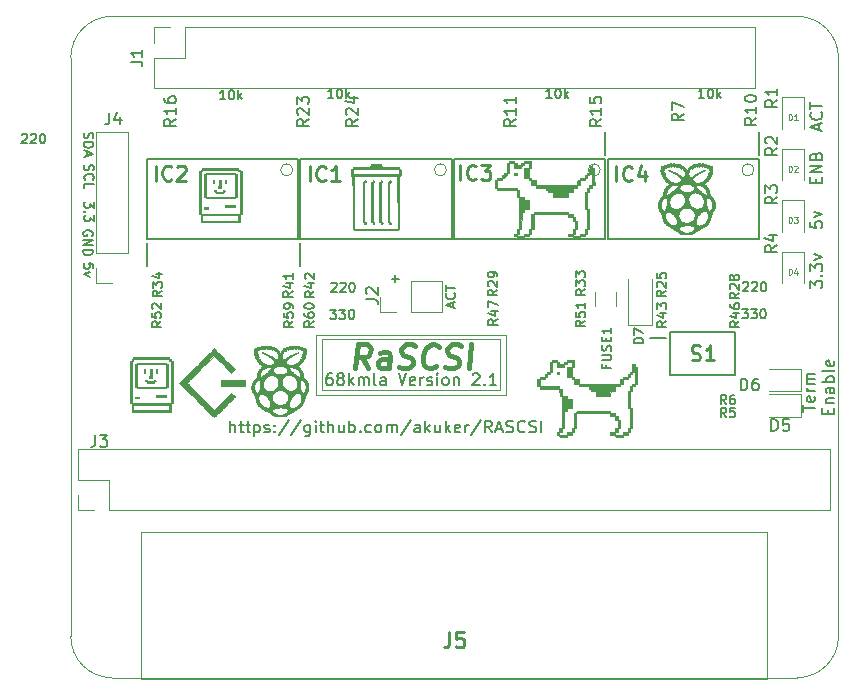
<source format=gbr>
%TF.GenerationSoftware,KiCad,Pcbnew,(5.1.4)-1*%
%TF.CreationDate,2020-08-01T17:07:42-05:00*%
%TF.ProjectId,rascsi_2p1,72617363-7369-45f3-9270-312e6b696361,rev?*%
%TF.SameCoordinates,Original*%
%TF.FileFunction,Legend,Top*%
%TF.FilePolarity,Positive*%
%FSLAX46Y46*%
G04 Gerber Fmt 4.6, Leading zero omitted, Abs format (unit mm)*
G04 Created by KiCad (PCBNEW (5.1.4)-1) date 2020-08-01 17:07:42*
%MOMM*%
%LPD*%
G04 APERTURE LIST*
%ADD10C,0.150000*%
%ADD11C,0.120000*%
%ADD12C,0.400000*%
%ADD13C,0.050000*%
%ADD14C,0.100000*%
%ADD15C,0.200000*%
%ADD16C,0.010000*%
%ADD17C,0.254000*%
G04 APERTURE END LIST*
D10*
X228123809Y-49434704D02*
X227666666Y-49434704D01*
X227895238Y-49434704D02*
X227895238Y-48634704D01*
X227819047Y-48748990D01*
X227742857Y-48825180D01*
X227666666Y-48863276D01*
X228619047Y-48634704D02*
X228695238Y-48634704D01*
X228771428Y-48672800D01*
X228809523Y-48710895D01*
X228847619Y-48787085D01*
X228885714Y-48939466D01*
X228885714Y-49129942D01*
X228847619Y-49282323D01*
X228809523Y-49358514D01*
X228771428Y-49396609D01*
X228695238Y-49434704D01*
X228619047Y-49434704D01*
X228542857Y-49396609D01*
X228504761Y-49358514D01*
X228466666Y-49282323D01*
X228428571Y-49129942D01*
X228428571Y-48939466D01*
X228466666Y-48787085D01*
X228504761Y-48710895D01*
X228542857Y-48672800D01*
X228619047Y-48634704D01*
X229228571Y-49434704D02*
X229228571Y-48634704D01*
X229304761Y-49129942D02*
X229533333Y-49434704D01*
X229533333Y-48901371D02*
X229228571Y-49206133D01*
X215220609Y-49434704D02*
X214763466Y-49434704D01*
X214992038Y-49434704D02*
X214992038Y-48634704D01*
X214915847Y-48748990D01*
X214839657Y-48825180D01*
X214763466Y-48863276D01*
X215715847Y-48634704D02*
X215792038Y-48634704D01*
X215868228Y-48672800D01*
X215906323Y-48710895D01*
X215944419Y-48787085D01*
X215982514Y-48939466D01*
X215982514Y-49129942D01*
X215944419Y-49282323D01*
X215906323Y-49358514D01*
X215868228Y-49396609D01*
X215792038Y-49434704D01*
X215715847Y-49434704D01*
X215639657Y-49396609D01*
X215601561Y-49358514D01*
X215563466Y-49282323D01*
X215525371Y-49129942D01*
X215525371Y-48939466D01*
X215563466Y-48787085D01*
X215601561Y-48710895D01*
X215639657Y-48672800D01*
X215715847Y-48634704D01*
X216325371Y-49434704D02*
X216325371Y-48634704D01*
X216401561Y-49129942D02*
X216630133Y-49434704D01*
X216630133Y-48901371D02*
X216325371Y-49206133D01*
X196729409Y-49434704D02*
X196272266Y-49434704D01*
X196500838Y-49434704D02*
X196500838Y-48634704D01*
X196424647Y-48748990D01*
X196348457Y-48825180D01*
X196272266Y-48863276D01*
X197224647Y-48634704D02*
X197300838Y-48634704D01*
X197377028Y-48672800D01*
X197415123Y-48710895D01*
X197453219Y-48787085D01*
X197491314Y-48939466D01*
X197491314Y-49129942D01*
X197453219Y-49282323D01*
X197415123Y-49358514D01*
X197377028Y-49396609D01*
X197300838Y-49434704D01*
X197224647Y-49434704D01*
X197148457Y-49396609D01*
X197110361Y-49358514D01*
X197072266Y-49282323D01*
X197034171Y-49129942D01*
X197034171Y-48939466D01*
X197072266Y-48787085D01*
X197110361Y-48710895D01*
X197148457Y-48672800D01*
X197224647Y-48634704D01*
X197834171Y-49434704D02*
X197834171Y-48634704D01*
X197910361Y-49129942D02*
X198138933Y-49434704D01*
X198138933Y-48901371D02*
X197834171Y-49206133D01*
X170357923Y-52520895D02*
X170396019Y-52482800D01*
X170472209Y-52444704D01*
X170662685Y-52444704D01*
X170738876Y-52482800D01*
X170776971Y-52520895D01*
X170815066Y-52597085D01*
X170815066Y-52673276D01*
X170776971Y-52787561D01*
X170319828Y-53244704D01*
X170815066Y-53244704D01*
X171119828Y-52520895D02*
X171157923Y-52482800D01*
X171234114Y-52444704D01*
X171424590Y-52444704D01*
X171500780Y-52482800D01*
X171538876Y-52520895D01*
X171576971Y-52597085D01*
X171576971Y-52673276D01*
X171538876Y-52787561D01*
X171081733Y-53244704D01*
X171576971Y-53244704D01*
X172072209Y-52444704D02*
X172148400Y-52444704D01*
X172224590Y-52482800D01*
X172262685Y-52520895D01*
X172300780Y-52597085D01*
X172338876Y-52749466D01*
X172338876Y-52939942D01*
X172300780Y-53092323D01*
X172262685Y-53168514D01*
X172224590Y-53206609D01*
X172148400Y-53244704D01*
X172072209Y-53244704D01*
X171996019Y-53206609D01*
X171957923Y-53168514D01*
X171919828Y-53092323D01*
X171881733Y-52939942D01*
X171881733Y-52749466D01*
X171919828Y-52597085D01*
X171957923Y-52520895D01*
X171996019Y-52482800D01*
X172072209Y-52444704D01*
X175647390Y-52368571D02*
X175609295Y-52482857D01*
X175609295Y-52673333D01*
X175647390Y-52749523D01*
X175685485Y-52787619D01*
X175761676Y-52825714D01*
X175837866Y-52825714D01*
X175914057Y-52787619D01*
X175952152Y-52749523D01*
X175990247Y-52673333D01*
X176028342Y-52520952D01*
X176066438Y-52444761D01*
X176104533Y-52406666D01*
X176180723Y-52368571D01*
X176256914Y-52368571D01*
X176333104Y-52406666D01*
X176371200Y-52444761D01*
X176409295Y-52520952D01*
X176409295Y-52711428D01*
X176371200Y-52825714D01*
X175609295Y-53168571D02*
X176409295Y-53168571D01*
X176409295Y-53359047D01*
X176371200Y-53473333D01*
X176295009Y-53549523D01*
X176218819Y-53587619D01*
X176066438Y-53625714D01*
X175952152Y-53625714D01*
X175799771Y-53587619D01*
X175723580Y-53549523D01*
X175647390Y-53473333D01*
X175609295Y-53359047D01*
X175609295Y-53168571D01*
X175837866Y-53930476D02*
X175837866Y-54311428D01*
X175609295Y-53854285D02*
X176409295Y-54120952D01*
X175609295Y-54387619D01*
X175698190Y-55080019D02*
X175660095Y-55194304D01*
X175660095Y-55384780D01*
X175698190Y-55460971D01*
X175736285Y-55499066D01*
X175812476Y-55537161D01*
X175888666Y-55537161D01*
X175964857Y-55499066D01*
X176002952Y-55460971D01*
X176041047Y-55384780D01*
X176079142Y-55232400D01*
X176117238Y-55156209D01*
X176155333Y-55118114D01*
X176231523Y-55080019D01*
X176307714Y-55080019D01*
X176383904Y-55118114D01*
X176422000Y-55156209D01*
X176460095Y-55232400D01*
X176460095Y-55422876D01*
X176422000Y-55537161D01*
X175736285Y-56337161D02*
X175698190Y-56299066D01*
X175660095Y-56184780D01*
X175660095Y-56108590D01*
X175698190Y-55994304D01*
X175774380Y-55918114D01*
X175850571Y-55880019D01*
X176002952Y-55841923D01*
X176117238Y-55841923D01*
X176269619Y-55880019D01*
X176345809Y-55918114D01*
X176422000Y-55994304D01*
X176460095Y-56108590D01*
X176460095Y-56184780D01*
X176422000Y-56299066D01*
X176383904Y-56337161D01*
X175660095Y-57060971D02*
X175660095Y-56680019D01*
X176460095Y-56680019D01*
X176460095Y-58191504D02*
X176460095Y-58686742D01*
X176155333Y-58420076D01*
X176155333Y-58534361D01*
X176117238Y-58610552D01*
X176079142Y-58648647D01*
X176002952Y-58686742D01*
X175812476Y-58686742D01*
X175736285Y-58648647D01*
X175698190Y-58610552D01*
X175660095Y-58534361D01*
X175660095Y-58305790D01*
X175698190Y-58229600D01*
X175736285Y-58191504D01*
X175736285Y-59029600D02*
X175698190Y-59067695D01*
X175660095Y-59029600D01*
X175698190Y-58991504D01*
X175736285Y-59029600D01*
X175660095Y-59029600D01*
X176460095Y-59334361D02*
X176460095Y-59829600D01*
X176155333Y-59562933D01*
X176155333Y-59677219D01*
X176117238Y-59753409D01*
X176079142Y-59791504D01*
X176002952Y-59829600D01*
X175812476Y-59829600D01*
X175736285Y-59791504D01*
X175698190Y-59753409D01*
X175660095Y-59677219D01*
X175660095Y-59448647D01*
X175698190Y-59372457D01*
X175736285Y-59334361D01*
X176320400Y-61061676D02*
X176358495Y-60985485D01*
X176358495Y-60871200D01*
X176320400Y-60756914D01*
X176244209Y-60680723D01*
X176168019Y-60642628D01*
X176015638Y-60604533D01*
X175901352Y-60604533D01*
X175748971Y-60642628D01*
X175672780Y-60680723D01*
X175596590Y-60756914D01*
X175558495Y-60871200D01*
X175558495Y-60947390D01*
X175596590Y-61061676D01*
X175634685Y-61099771D01*
X175901352Y-61099771D01*
X175901352Y-60947390D01*
X175558495Y-61442628D02*
X176358495Y-61442628D01*
X175558495Y-61899771D01*
X176358495Y-61899771D01*
X175558495Y-62280723D02*
X176358495Y-62280723D01*
X176358495Y-62471200D01*
X176320400Y-62585485D01*
X176244209Y-62661676D01*
X176168019Y-62699771D01*
X176015638Y-62737866D01*
X175901352Y-62737866D01*
X175748971Y-62699771D01*
X175672780Y-62661676D01*
X175596590Y-62585485D01*
X175558495Y-62471200D01*
X175558495Y-62280723D01*
X176409295Y-63842914D02*
X176409295Y-63461961D01*
X176028342Y-63423866D01*
X176066438Y-63461961D01*
X176104533Y-63538152D01*
X176104533Y-63728628D01*
X176066438Y-63804819D01*
X176028342Y-63842914D01*
X175952152Y-63881009D01*
X175761676Y-63881009D01*
X175685485Y-63842914D01*
X175647390Y-63804819D01*
X175609295Y-63728628D01*
X175609295Y-63538152D01*
X175647390Y-63461961D01*
X175685485Y-63423866D01*
X176142628Y-64147676D02*
X175609295Y-64338152D01*
X176142628Y-64528628D01*
X196570723Y-65119295D02*
X196608819Y-65081200D01*
X196685009Y-65043104D01*
X196875485Y-65043104D01*
X196951676Y-65081200D01*
X196989771Y-65119295D01*
X197027866Y-65195485D01*
X197027866Y-65271676D01*
X196989771Y-65385961D01*
X196532628Y-65843104D01*
X197027866Y-65843104D01*
X197332628Y-65119295D02*
X197370723Y-65081200D01*
X197446914Y-65043104D01*
X197637390Y-65043104D01*
X197713580Y-65081200D01*
X197751676Y-65119295D01*
X197789771Y-65195485D01*
X197789771Y-65271676D01*
X197751676Y-65385961D01*
X197294533Y-65843104D01*
X197789771Y-65843104D01*
X198285009Y-65043104D02*
X198361200Y-65043104D01*
X198437390Y-65081200D01*
X198475485Y-65119295D01*
X198513580Y-65195485D01*
X198551676Y-65347866D01*
X198551676Y-65538342D01*
X198513580Y-65690723D01*
X198475485Y-65766914D01*
X198437390Y-65805009D01*
X198361200Y-65843104D01*
X198285009Y-65843104D01*
X198208819Y-65805009D01*
X198170723Y-65766914D01*
X198132628Y-65690723D01*
X198094533Y-65538342D01*
X198094533Y-65347866D01*
X198132628Y-65195485D01*
X198170723Y-65119295D01*
X198208819Y-65081200D01*
X198285009Y-65043104D01*
X196481828Y-67329104D02*
X196977066Y-67329104D01*
X196710400Y-67633866D01*
X196824685Y-67633866D01*
X196900876Y-67671961D01*
X196938971Y-67710057D01*
X196977066Y-67786247D01*
X196977066Y-67976723D01*
X196938971Y-68052914D01*
X196900876Y-68091009D01*
X196824685Y-68129104D01*
X196596114Y-68129104D01*
X196519923Y-68091009D01*
X196481828Y-68052914D01*
X197243733Y-67329104D02*
X197738971Y-67329104D01*
X197472304Y-67633866D01*
X197586590Y-67633866D01*
X197662780Y-67671961D01*
X197700876Y-67710057D01*
X197738971Y-67786247D01*
X197738971Y-67976723D01*
X197700876Y-68052914D01*
X197662780Y-68091009D01*
X197586590Y-68129104D01*
X197358019Y-68129104D01*
X197281828Y-68091009D01*
X197243733Y-68052914D01*
X198234209Y-67329104D02*
X198310400Y-67329104D01*
X198386590Y-67367200D01*
X198424685Y-67405295D01*
X198462780Y-67481485D01*
X198500876Y-67633866D01*
X198500876Y-67824342D01*
X198462780Y-67976723D01*
X198424685Y-68052914D01*
X198386590Y-68091009D01*
X198310400Y-68129104D01*
X198234209Y-68129104D01*
X198158019Y-68091009D01*
X198119923Y-68052914D01*
X198081828Y-67976723D01*
X198043733Y-67824342D01*
X198043733Y-67633866D01*
X198081828Y-67481485D01*
X198119923Y-67405295D01*
X198158019Y-67367200D01*
X198234209Y-67329104D01*
X231330628Y-67278304D02*
X231825866Y-67278304D01*
X231559200Y-67583066D01*
X231673485Y-67583066D01*
X231749676Y-67621161D01*
X231787771Y-67659257D01*
X231825866Y-67735447D01*
X231825866Y-67925923D01*
X231787771Y-68002114D01*
X231749676Y-68040209D01*
X231673485Y-68078304D01*
X231444914Y-68078304D01*
X231368723Y-68040209D01*
X231330628Y-68002114D01*
X232092533Y-67278304D02*
X232587771Y-67278304D01*
X232321104Y-67583066D01*
X232435390Y-67583066D01*
X232511580Y-67621161D01*
X232549676Y-67659257D01*
X232587771Y-67735447D01*
X232587771Y-67925923D01*
X232549676Y-68002114D01*
X232511580Y-68040209D01*
X232435390Y-68078304D01*
X232206819Y-68078304D01*
X232130628Y-68040209D01*
X232092533Y-68002114D01*
X233083009Y-67278304D02*
X233159200Y-67278304D01*
X233235390Y-67316400D01*
X233273485Y-67354495D01*
X233311580Y-67430685D01*
X233349676Y-67583066D01*
X233349676Y-67773542D01*
X233311580Y-67925923D01*
X233273485Y-68002114D01*
X233235390Y-68040209D01*
X233159200Y-68078304D01*
X233083009Y-68078304D01*
X233006819Y-68040209D01*
X232968723Y-68002114D01*
X232930628Y-67925923D01*
X232892533Y-67773542D01*
X232892533Y-67583066D01*
X232930628Y-67430685D01*
X232968723Y-67354495D01*
X233006819Y-67316400D01*
X233083009Y-67278304D01*
X231419523Y-65068495D02*
X231457619Y-65030400D01*
X231533809Y-64992304D01*
X231724285Y-64992304D01*
X231800476Y-65030400D01*
X231838571Y-65068495D01*
X231876666Y-65144685D01*
X231876666Y-65220876D01*
X231838571Y-65335161D01*
X231381428Y-65792304D01*
X231876666Y-65792304D01*
X232181428Y-65068495D02*
X232219523Y-65030400D01*
X232295714Y-64992304D01*
X232486190Y-64992304D01*
X232562380Y-65030400D01*
X232600476Y-65068495D01*
X232638571Y-65144685D01*
X232638571Y-65220876D01*
X232600476Y-65335161D01*
X232143333Y-65792304D01*
X232638571Y-65792304D01*
X233133809Y-64992304D02*
X233210000Y-64992304D01*
X233286190Y-65030400D01*
X233324285Y-65068495D01*
X233362380Y-65144685D01*
X233400476Y-65297066D01*
X233400476Y-65487542D01*
X233362380Y-65639923D01*
X233324285Y-65716114D01*
X233286190Y-65754209D01*
X233210000Y-65792304D01*
X233133809Y-65792304D01*
X233057619Y-65754209D01*
X233019523Y-65716114D01*
X232981428Y-65639923D01*
X232943333Y-65487542D01*
X232943333Y-65297066D01*
X232981428Y-65144685D01*
X233019523Y-65068495D01*
X233057619Y-65030400D01*
X233133809Y-64992304D01*
X187585409Y-49536304D02*
X187128266Y-49536304D01*
X187356838Y-49536304D02*
X187356838Y-48736304D01*
X187280647Y-48850590D01*
X187204457Y-48926780D01*
X187128266Y-48964876D01*
X188080647Y-48736304D02*
X188156838Y-48736304D01*
X188233028Y-48774400D01*
X188271123Y-48812495D01*
X188309219Y-48888685D01*
X188347314Y-49041066D01*
X188347314Y-49231542D01*
X188309219Y-49383923D01*
X188271123Y-49460114D01*
X188233028Y-49498209D01*
X188156838Y-49536304D01*
X188080647Y-49536304D01*
X188004457Y-49498209D01*
X187966361Y-49460114D01*
X187928266Y-49383923D01*
X187890171Y-49231542D01*
X187890171Y-49041066D01*
X187928266Y-48888685D01*
X187966361Y-48812495D01*
X188004457Y-48774400D01*
X188080647Y-48736304D01*
X188690171Y-49536304D02*
X188690171Y-48736304D01*
X188766361Y-49231542D02*
X188994933Y-49536304D01*
X188994933Y-49002971D02*
X188690171Y-49307733D01*
X201676038Y-64725542D02*
X202285561Y-64725542D01*
X201980800Y-65030304D02*
X201980800Y-64420780D01*
X206825833Y-67125738D02*
X206825833Y-66744785D01*
X207054404Y-67201928D02*
X206254404Y-66935261D01*
X207054404Y-66668595D01*
X206978214Y-65944785D02*
X207016309Y-65982880D01*
X207054404Y-66097166D01*
X207054404Y-66173357D01*
X207016309Y-66287642D01*
X206940119Y-66363833D01*
X206863928Y-66401928D01*
X206711547Y-66440023D01*
X206597261Y-66440023D01*
X206444880Y-66401928D01*
X206368690Y-66363833D01*
X206292500Y-66287642D01*
X206254404Y-66173357D01*
X206254404Y-66097166D01*
X206292500Y-65982880D01*
X206330595Y-65944785D01*
X206254404Y-65716214D02*
X206254404Y-65259071D01*
X207054404Y-65487642D02*
X206254404Y-65487642D01*
X188001333Y-77731880D02*
X188001333Y-76731880D01*
X188429904Y-77731880D02*
X188429904Y-77208071D01*
X188382285Y-77112833D01*
X188287047Y-77065214D01*
X188144190Y-77065214D01*
X188048952Y-77112833D01*
X188001333Y-77160452D01*
X188763238Y-77065214D02*
X189144190Y-77065214D01*
X188906095Y-76731880D02*
X188906095Y-77589023D01*
X188953714Y-77684261D01*
X189048952Y-77731880D01*
X189144190Y-77731880D01*
X189334666Y-77065214D02*
X189715619Y-77065214D01*
X189477523Y-76731880D02*
X189477523Y-77589023D01*
X189525142Y-77684261D01*
X189620380Y-77731880D01*
X189715619Y-77731880D01*
X190048952Y-77065214D02*
X190048952Y-78065214D01*
X190048952Y-77112833D02*
X190144190Y-77065214D01*
X190334666Y-77065214D01*
X190429904Y-77112833D01*
X190477523Y-77160452D01*
X190525142Y-77255690D01*
X190525142Y-77541404D01*
X190477523Y-77636642D01*
X190429904Y-77684261D01*
X190334666Y-77731880D01*
X190144190Y-77731880D01*
X190048952Y-77684261D01*
X190906095Y-77684261D02*
X191001333Y-77731880D01*
X191191809Y-77731880D01*
X191287047Y-77684261D01*
X191334666Y-77589023D01*
X191334666Y-77541404D01*
X191287047Y-77446166D01*
X191191809Y-77398547D01*
X191048952Y-77398547D01*
X190953714Y-77350928D01*
X190906095Y-77255690D01*
X190906095Y-77208071D01*
X190953714Y-77112833D01*
X191048952Y-77065214D01*
X191191809Y-77065214D01*
X191287047Y-77112833D01*
X191763238Y-77636642D02*
X191810857Y-77684261D01*
X191763238Y-77731880D01*
X191715619Y-77684261D01*
X191763238Y-77636642D01*
X191763238Y-77731880D01*
X191763238Y-77112833D02*
X191810857Y-77160452D01*
X191763238Y-77208071D01*
X191715619Y-77160452D01*
X191763238Y-77112833D01*
X191763238Y-77208071D01*
X192953714Y-76684261D02*
X192096571Y-77969976D01*
X194001333Y-76684261D02*
X193144190Y-77969976D01*
X194763238Y-77065214D02*
X194763238Y-77874738D01*
X194715619Y-77969976D01*
X194668000Y-78017595D01*
X194572761Y-78065214D01*
X194429904Y-78065214D01*
X194334666Y-78017595D01*
X194763238Y-77684261D02*
X194668000Y-77731880D01*
X194477523Y-77731880D01*
X194382285Y-77684261D01*
X194334666Y-77636642D01*
X194287047Y-77541404D01*
X194287047Y-77255690D01*
X194334666Y-77160452D01*
X194382285Y-77112833D01*
X194477523Y-77065214D01*
X194668000Y-77065214D01*
X194763238Y-77112833D01*
X195239428Y-77731880D02*
X195239428Y-77065214D01*
X195239428Y-76731880D02*
X195191809Y-76779500D01*
X195239428Y-76827119D01*
X195287047Y-76779500D01*
X195239428Y-76731880D01*
X195239428Y-76827119D01*
X195572761Y-77065214D02*
X195953714Y-77065214D01*
X195715619Y-76731880D02*
X195715619Y-77589023D01*
X195763238Y-77684261D01*
X195858476Y-77731880D01*
X195953714Y-77731880D01*
X196287047Y-77731880D02*
X196287047Y-76731880D01*
X196715619Y-77731880D02*
X196715619Y-77208071D01*
X196668000Y-77112833D01*
X196572761Y-77065214D01*
X196429904Y-77065214D01*
X196334666Y-77112833D01*
X196287047Y-77160452D01*
X197620380Y-77065214D02*
X197620380Y-77731880D01*
X197191809Y-77065214D02*
X197191809Y-77589023D01*
X197239428Y-77684261D01*
X197334666Y-77731880D01*
X197477523Y-77731880D01*
X197572761Y-77684261D01*
X197620380Y-77636642D01*
X198096571Y-77731880D02*
X198096571Y-76731880D01*
X198096571Y-77112833D02*
X198191809Y-77065214D01*
X198382285Y-77065214D01*
X198477523Y-77112833D01*
X198525142Y-77160452D01*
X198572761Y-77255690D01*
X198572761Y-77541404D01*
X198525142Y-77636642D01*
X198477523Y-77684261D01*
X198382285Y-77731880D01*
X198191809Y-77731880D01*
X198096571Y-77684261D01*
X199001333Y-77636642D02*
X199048952Y-77684261D01*
X199001333Y-77731880D01*
X198953714Y-77684261D01*
X199001333Y-77636642D01*
X199001333Y-77731880D01*
X199906095Y-77684261D02*
X199810857Y-77731880D01*
X199620380Y-77731880D01*
X199525142Y-77684261D01*
X199477523Y-77636642D01*
X199429904Y-77541404D01*
X199429904Y-77255690D01*
X199477523Y-77160452D01*
X199525142Y-77112833D01*
X199620380Y-77065214D01*
X199810857Y-77065214D01*
X199906095Y-77112833D01*
X200477523Y-77731880D02*
X200382285Y-77684261D01*
X200334666Y-77636642D01*
X200287047Y-77541404D01*
X200287047Y-77255690D01*
X200334666Y-77160452D01*
X200382285Y-77112833D01*
X200477523Y-77065214D01*
X200620380Y-77065214D01*
X200715619Y-77112833D01*
X200763238Y-77160452D01*
X200810857Y-77255690D01*
X200810857Y-77541404D01*
X200763238Y-77636642D01*
X200715619Y-77684261D01*
X200620380Y-77731880D01*
X200477523Y-77731880D01*
X201239428Y-77731880D02*
X201239428Y-77065214D01*
X201239428Y-77160452D02*
X201287047Y-77112833D01*
X201382285Y-77065214D01*
X201525142Y-77065214D01*
X201620380Y-77112833D01*
X201668000Y-77208071D01*
X201668000Y-77731880D01*
X201668000Y-77208071D02*
X201715619Y-77112833D01*
X201810857Y-77065214D01*
X201953714Y-77065214D01*
X202048952Y-77112833D01*
X202096571Y-77208071D01*
X202096571Y-77731880D01*
X203287047Y-76684261D02*
X202429904Y-77969976D01*
X204048952Y-77731880D02*
X204048952Y-77208071D01*
X204001333Y-77112833D01*
X203906095Y-77065214D01*
X203715619Y-77065214D01*
X203620380Y-77112833D01*
X204048952Y-77684261D02*
X203953714Y-77731880D01*
X203715619Y-77731880D01*
X203620380Y-77684261D01*
X203572761Y-77589023D01*
X203572761Y-77493785D01*
X203620380Y-77398547D01*
X203715619Y-77350928D01*
X203953714Y-77350928D01*
X204048952Y-77303309D01*
X204525142Y-77731880D02*
X204525142Y-76731880D01*
X204620380Y-77350928D02*
X204906095Y-77731880D01*
X204906095Y-77065214D02*
X204525142Y-77446166D01*
X205763238Y-77065214D02*
X205763238Y-77731880D01*
X205334666Y-77065214D02*
X205334666Y-77589023D01*
X205382285Y-77684261D01*
X205477523Y-77731880D01*
X205620380Y-77731880D01*
X205715619Y-77684261D01*
X205763238Y-77636642D01*
X206239428Y-77731880D02*
X206239428Y-76731880D01*
X206334666Y-77350928D02*
X206620380Y-77731880D01*
X206620380Y-77065214D02*
X206239428Y-77446166D01*
X207429904Y-77684261D02*
X207334666Y-77731880D01*
X207144190Y-77731880D01*
X207048952Y-77684261D01*
X207001333Y-77589023D01*
X207001333Y-77208071D01*
X207048952Y-77112833D01*
X207144190Y-77065214D01*
X207334666Y-77065214D01*
X207429904Y-77112833D01*
X207477523Y-77208071D01*
X207477523Y-77303309D01*
X207001333Y-77398547D01*
X207906095Y-77731880D02*
X207906095Y-77065214D01*
X207906095Y-77255690D02*
X207953714Y-77160452D01*
X208001333Y-77112833D01*
X208096571Y-77065214D01*
X208191809Y-77065214D01*
X209239428Y-76684261D02*
X208382285Y-77969976D01*
X210144190Y-77731880D02*
X209810857Y-77255690D01*
X209572761Y-77731880D02*
X209572761Y-76731880D01*
X209953714Y-76731880D01*
X210048952Y-76779500D01*
X210096571Y-76827119D01*
X210144190Y-76922357D01*
X210144190Y-77065214D01*
X210096571Y-77160452D01*
X210048952Y-77208071D01*
X209953714Y-77255690D01*
X209572761Y-77255690D01*
X210525142Y-77446166D02*
X211001333Y-77446166D01*
X210429904Y-77731880D02*
X210763238Y-76731880D01*
X211096571Y-77731880D01*
X211382285Y-77684261D02*
X211525142Y-77731880D01*
X211763238Y-77731880D01*
X211858476Y-77684261D01*
X211906095Y-77636642D01*
X211953714Y-77541404D01*
X211953714Y-77446166D01*
X211906095Y-77350928D01*
X211858476Y-77303309D01*
X211763238Y-77255690D01*
X211572761Y-77208071D01*
X211477523Y-77160452D01*
X211429904Y-77112833D01*
X211382285Y-77017595D01*
X211382285Y-76922357D01*
X211429904Y-76827119D01*
X211477523Y-76779500D01*
X211572761Y-76731880D01*
X211810857Y-76731880D01*
X211953714Y-76779500D01*
X212953714Y-77636642D02*
X212906095Y-77684261D01*
X212763238Y-77731880D01*
X212668000Y-77731880D01*
X212525142Y-77684261D01*
X212429904Y-77589023D01*
X212382285Y-77493785D01*
X212334666Y-77303309D01*
X212334666Y-77160452D01*
X212382285Y-76969976D01*
X212429904Y-76874738D01*
X212525142Y-76779500D01*
X212668000Y-76731880D01*
X212763238Y-76731880D01*
X212906095Y-76779500D01*
X212953714Y-76827119D01*
X213334666Y-77684261D02*
X213477523Y-77731880D01*
X213715619Y-77731880D01*
X213810857Y-77684261D01*
X213858476Y-77636642D01*
X213906095Y-77541404D01*
X213906095Y-77446166D01*
X213858476Y-77350928D01*
X213810857Y-77303309D01*
X213715619Y-77255690D01*
X213525142Y-77208071D01*
X213429904Y-77160452D01*
X213382285Y-77112833D01*
X213334666Y-77017595D01*
X213334666Y-76922357D01*
X213382285Y-76827119D01*
X213429904Y-76779500D01*
X213525142Y-76731880D01*
X213763238Y-76731880D01*
X213906095Y-76779500D01*
X214334666Y-77731880D02*
X214334666Y-76731880D01*
D11*
X195262500Y-74549000D02*
X195262500Y-69469000D01*
X211328000Y-74549000D02*
X195262500Y-74549000D01*
X211328000Y-69469000D02*
X211328000Y-74549000D01*
D10*
X237847166Y-52109547D02*
X237847166Y-51633357D01*
X238132880Y-52204785D02*
X237132880Y-51871452D01*
X238132880Y-51538119D01*
X238037642Y-50633357D02*
X238085261Y-50680976D01*
X238132880Y-50823833D01*
X238132880Y-50919071D01*
X238085261Y-51061928D01*
X237990023Y-51157166D01*
X237894785Y-51204785D01*
X237704309Y-51252404D01*
X237561452Y-51252404D01*
X237370976Y-51204785D01*
X237275738Y-51157166D01*
X237180500Y-51061928D01*
X237132880Y-50919071D01*
X237132880Y-50823833D01*
X237180500Y-50680976D01*
X237228119Y-50633357D01*
X237132880Y-50347642D02*
X237132880Y-49776214D01*
X238132880Y-50061928D02*
X237132880Y-50061928D01*
X237609071Y-56610095D02*
X237609071Y-56276761D01*
X238132880Y-56133904D02*
X238132880Y-56610095D01*
X237132880Y-56610095D01*
X237132880Y-56133904D01*
X238132880Y-55705333D02*
X237132880Y-55705333D01*
X238132880Y-55133904D01*
X237132880Y-55133904D01*
X237609071Y-54324380D02*
X237656690Y-54181523D01*
X237704309Y-54133904D01*
X237799547Y-54086285D01*
X237942404Y-54086285D01*
X238037642Y-54133904D01*
X238085261Y-54181523D01*
X238132880Y-54276761D01*
X238132880Y-54657714D01*
X237132880Y-54657714D01*
X237132880Y-54324380D01*
X237180500Y-54229142D01*
X237228119Y-54181523D01*
X237323357Y-54133904D01*
X237418595Y-54133904D01*
X237513833Y-54181523D01*
X237561452Y-54229142D01*
X237609071Y-54324380D01*
X237609071Y-54657714D01*
X237132880Y-65500071D02*
X237132880Y-64881023D01*
X237513833Y-65214357D01*
X237513833Y-65071500D01*
X237561452Y-64976261D01*
X237609071Y-64928642D01*
X237704309Y-64881023D01*
X237942404Y-64881023D01*
X238037642Y-64928642D01*
X238085261Y-64976261D01*
X238132880Y-65071500D01*
X238132880Y-65357214D01*
X238085261Y-65452452D01*
X238037642Y-65500071D01*
X238037642Y-64452452D02*
X238085261Y-64404833D01*
X238132880Y-64452452D01*
X238085261Y-64500071D01*
X238037642Y-64452452D01*
X238132880Y-64452452D01*
X237132880Y-64071500D02*
X237132880Y-63452452D01*
X237513833Y-63785785D01*
X237513833Y-63642928D01*
X237561452Y-63547690D01*
X237609071Y-63500071D01*
X237704309Y-63452452D01*
X237942404Y-63452452D01*
X238037642Y-63500071D01*
X238085261Y-63547690D01*
X238132880Y-63642928D01*
X238132880Y-63928642D01*
X238085261Y-64023880D01*
X238037642Y-64071500D01*
X237466214Y-63119119D02*
X238132880Y-62881023D01*
X237466214Y-62642928D01*
X237132880Y-59896357D02*
X237132880Y-60372547D01*
X237609071Y-60420166D01*
X237561452Y-60372547D01*
X237513833Y-60277309D01*
X237513833Y-60039214D01*
X237561452Y-59943976D01*
X237609071Y-59896357D01*
X237704309Y-59848738D01*
X237942404Y-59848738D01*
X238037642Y-59896357D01*
X238085261Y-59943976D01*
X238132880Y-60039214D01*
X238132880Y-60277309D01*
X238085261Y-60372547D01*
X238037642Y-60420166D01*
X237466214Y-59515404D02*
X238132880Y-59277309D01*
X237466214Y-59039214D01*
D11*
X193297953Y-55499000D02*
G75*
G03X193297953Y-55499000I-511953J0D01*
G01*
X206315453Y-55499000D02*
G75*
G03X206315453Y-55499000I-511953J0D01*
G01*
X219332953Y-55499000D02*
G75*
G03X219332953Y-55499000I-511953J0D01*
G01*
X232350453Y-55499000D02*
G75*
G03X232350453Y-55499000I-511953J0D01*
G01*
D10*
X236498380Y-75985428D02*
X236498380Y-75414000D01*
X237498380Y-75699714D02*
X236498380Y-75699714D01*
X237450761Y-74699714D02*
X237498380Y-74794952D01*
X237498380Y-74985428D01*
X237450761Y-75080666D01*
X237355523Y-75128285D01*
X236974571Y-75128285D01*
X236879333Y-75080666D01*
X236831714Y-74985428D01*
X236831714Y-74794952D01*
X236879333Y-74699714D01*
X236974571Y-74652095D01*
X237069809Y-74652095D01*
X237165047Y-75128285D01*
X237498380Y-74223523D02*
X236831714Y-74223523D01*
X237022190Y-74223523D02*
X236926952Y-74175904D01*
X236879333Y-74128285D01*
X236831714Y-74033047D01*
X236831714Y-73937809D01*
X237498380Y-73604476D02*
X236831714Y-73604476D01*
X236926952Y-73604476D02*
X236879333Y-73556857D01*
X236831714Y-73461619D01*
X236831714Y-73318761D01*
X236879333Y-73223523D01*
X236974571Y-73175904D01*
X237498380Y-73175904D01*
X236974571Y-73175904D02*
X236879333Y-73128285D01*
X236831714Y-73033047D01*
X236831714Y-72890190D01*
X236879333Y-72794952D01*
X236974571Y-72747333D01*
X237498380Y-72747333D01*
X238624571Y-76175904D02*
X238624571Y-75842571D01*
X239148380Y-75699714D02*
X239148380Y-76175904D01*
X238148380Y-76175904D01*
X238148380Y-75699714D01*
X238481714Y-75271142D02*
X239148380Y-75271142D01*
X238576952Y-75271142D02*
X238529333Y-75223523D01*
X238481714Y-75128285D01*
X238481714Y-74985428D01*
X238529333Y-74890190D01*
X238624571Y-74842571D01*
X239148380Y-74842571D01*
X239148380Y-73937809D02*
X238624571Y-73937809D01*
X238529333Y-73985428D01*
X238481714Y-74080666D01*
X238481714Y-74271142D01*
X238529333Y-74366380D01*
X239100761Y-73937809D02*
X239148380Y-74033047D01*
X239148380Y-74271142D01*
X239100761Y-74366380D01*
X239005523Y-74414000D01*
X238910285Y-74414000D01*
X238815047Y-74366380D01*
X238767428Y-74271142D01*
X238767428Y-74033047D01*
X238719809Y-73937809D01*
X239148380Y-73461619D02*
X238148380Y-73461619D01*
X238529333Y-73461619D02*
X238481714Y-73366380D01*
X238481714Y-73175904D01*
X238529333Y-73080666D01*
X238576952Y-73033047D01*
X238672190Y-72985428D01*
X238957904Y-72985428D01*
X239053142Y-73033047D01*
X239100761Y-73080666D01*
X239148380Y-73175904D01*
X239148380Y-73366380D01*
X239100761Y-73461619D01*
X239148380Y-72414000D02*
X239100761Y-72509238D01*
X239005523Y-72556857D01*
X238148380Y-72556857D01*
X239100761Y-71652095D02*
X239148380Y-71747333D01*
X239148380Y-71937809D01*
X239100761Y-72033047D01*
X239005523Y-72080666D01*
X238624571Y-72080666D01*
X238529333Y-72033047D01*
X238481714Y-71937809D01*
X238481714Y-71747333D01*
X238529333Y-71652095D01*
X238624571Y-71604476D01*
X238719809Y-71604476D01*
X238815047Y-72080666D01*
D11*
X195770500Y-74168000D02*
X195770500Y-73914000D01*
X195834000Y-74168000D02*
X195770500Y-74168000D01*
X211328000Y-69469000D02*
X195262500Y-69469000D01*
X195770500Y-69850000D02*
X195770500Y-74104500D01*
X210883500Y-69850000D02*
X195770500Y-69850000D01*
X210883500Y-74168000D02*
X210883500Y-69850000D01*
X195834000Y-74168000D02*
X210883500Y-74168000D01*
D10*
X196588904Y-72731380D02*
X196398428Y-72731380D01*
X196303190Y-72779000D01*
X196255571Y-72826619D01*
X196160333Y-72969476D01*
X196112714Y-73159952D01*
X196112714Y-73540904D01*
X196160333Y-73636142D01*
X196207952Y-73683761D01*
X196303190Y-73731380D01*
X196493666Y-73731380D01*
X196588904Y-73683761D01*
X196636523Y-73636142D01*
X196684142Y-73540904D01*
X196684142Y-73302809D01*
X196636523Y-73207571D01*
X196588904Y-73159952D01*
X196493666Y-73112333D01*
X196303190Y-73112333D01*
X196207952Y-73159952D01*
X196160333Y-73207571D01*
X196112714Y-73302809D01*
X197255571Y-73159952D02*
X197160333Y-73112333D01*
X197112714Y-73064714D01*
X197065095Y-72969476D01*
X197065095Y-72921857D01*
X197112714Y-72826619D01*
X197160333Y-72779000D01*
X197255571Y-72731380D01*
X197446047Y-72731380D01*
X197541285Y-72779000D01*
X197588904Y-72826619D01*
X197636523Y-72921857D01*
X197636523Y-72969476D01*
X197588904Y-73064714D01*
X197541285Y-73112333D01*
X197446047Y-73159952D01*
X197255571Y-73159952D01*
X197160333Y-73207571D01*
X197112714Y-73255190D01*
X197065095Y-73350428D01*
X197065095Y-73540904D01*
X197112714Y-73636142D01*
X197160333Y-73683761D01*
X197255571Y-73731380D01*
X197446047Y-73731380D01*
X197541285Y-73683761D01*
X197588904Y-73636142D01*
X197636523Y-73540904D01*
X197636523Y-73350428D01*
X197588904Y-73255190D01*
X197541285Y-73207571D01*
X197446047Y-73159952D01*
X198065095Y-73731380D02*
X198065095Y-72731380D01*
X198160333Y-73350428D02*
X198446047Y-73731380D01*
X198446047Y-73064714D02*
X198065095Y-73445666D01*
X198874619Y-73731380D02*
X198874619Y-73064714D01*
X198874619Y-73159952D02*
X198922238Y-73112333D01*
X199017476Y-73064714D01*
X199160333Y-73064714D01*
X199255571Y-73112333D01*
X199303190Y-73207571D01*
X199303190Y-73731380D01*
X199303190Y-73207571D02*
X199350809Y-73112333D01*
X199446047Y-73064714D01*
X199588904Y-73064714D01*
X199684142Y-73112333D01*
X199731761Y-73207571D01*
X199731761Y-73731380D01*
X200350809Y-73731380D02*
X200255571Y-73683761D01*
X200207952Y-73588523D01*
X200207952Y-72731380D01*
X201160333Y-73731380D02*
X201160333Y-73207571D01*
X201112714Y-73112333D01*
X201017476Y-73064714D01*
X200827000Y-73064714D01*
X200731761Y-73112333D01*
X201160333Y-73683761D02*
X201065095Y-73731380D01*
X200827000Y-73731380D01*
X200731761Y-73683761D01*
X200684142Y-73588523D01*
X200684142Y-73493285D01*
X200731761Y-73398047D01*
X200827000Y-73350428D01*
X201065095Y-73350428D01*
X201160333Y-73302809D01*
X202255571Y-72731380D02*
X202588904Y-73731380D01*
X202922238Y-72731380D01*
X203636523Y-73683761D02*
X203541285Y-73731380D01*
X203350809Y-73731380D01*
X203255571Y-73683761D01*
X203207952Y-73588523D01*
X203207952Y-73207571D01*
X203255571Y-73112333D01*
X203350809Y-73064714D01*
X203541285Y-73064714D01*
X203636523Y-73112333D01*
X203684142Y-73207571D01*
X203684142Y-73302809D01*
X203207952Y-73398047D01*
X204112714Y-73731380D02*
X204112714Y-73064714D01*
X204112714Y-73255190D02*
X204160333Y-73159952D01*
X204207952Y-73112333D01*
X204303190Y-73064714D01*
X204398428Y-73064714D01*
X204684142Y-73683761D02*
X204779380Y-73731380D01*
X204969857Y-73731380D01*
X205065095Y-73683761D01*
X205112714Y-73588523D01*
X205112714Y-73540904D01*
X205065095Y-73445666D01*
X204969857Y-73398047D01*
X204827000Y-73398047D01*
X204731761Y-73350428D01*
X204684142Y-73255190D01*
X204684142Y-73207571D01*
X204731761Y-73112333D01*
X204827000Y-73064714D01*
X204969857Y-73064714D01*
X205065095Y-73112333D01*
X205541285Y-73731380D02*
X205541285Y-73064714D01*
X205541285Y-72731380D02*
X205493666Y-72779000D01*
X205541285Y-72826619D01*
X205588904Y-72779000D01*
X205541285Y-72731380D01*
X205541285Y-72826619D01*
X206160333Y-73731380D02*
X206065095Y-73683761D01*
X206017476Y-73636142D01*
X205969857Y-73540904D01*
X205969857Y-73255190D01*
X206017476Y-73159952D01*
X206065095Y-73112333D01*
X206160333Y-73064714D01*
X206303190Y-73064714D01*
X206398428Y-73112333D01*
X206446047Y-73159952D01*
X206493666Y-73255190D01*
X206493666Y-73540904D01*
X206446047Y-73636142D01*
X206398428Y-73683761D01*
X206303190Y-73731380D01*
X206160333Y-73731380D01*
X206922238Y-73064714D02*
X206922238Y-73731380D01*
X206922238Y-73159952D02*
X206969857Y-73112333D01*
X207065095Y-73064714D01*
X207207952Y-73064714D01*
X207303190Y-73112333D01*
X207350809Y-73207571D01*
X207350809Y-73731380D01*
X208541285Y-72826619D02*
X208588904Y-72779000D01*
X208684142Y-72731380D01*
X208922238Y-72731380D01*
X209017476Y-72779000D01*
X209065095Y-72826619D01*
X209112714Y-72921857D01*
X209112714Y-73017095D01*
X209065095Y-73159952D01*
X208493666Y-73731380D01*
X209112714Y-73731380D01*
X209541285Y-73636142D02*
X209588904Y-73683761D01*
X209541285Y-73731380D01*
X209493666Y-73683761D01*
X209541285Y-73636142D01*
X209541285Y-73731380D01*
X210541285Y-73731380D02*
X209969857Y-73731380D01*
X210255571Y-73731380D02*
X210255571Y-72731380D01*
X210160333Y-72874238D01*
X210065095Y-72969476D01*
X209969857Y-73017095D01*
D12*
X199706238Y-72278761D02*
X199158619Y-71326380D01*
X198563380Y-72278761D02*
X198813380Y-70278761D01*
X199575285Y-70278761D01*
X199753857Y-70374000D01*
X199837190Y-70469238D01*
X199908619Y-70659714D01*
X199872904Y-70945428D01*
X199753857Y-71135904D01*
X199646714Y-71231142D01*
X199444333Y-71326380D01*
X198682428Y-71326380D01*
X201420523Y-72278761D02*
X201551476Y-71231142D01*
X201480047Y-71040666D01*
X201301476Y-70945428D01*
X200920523Y-70945428D01*
X200718142Y-71040666D01*
X201432428Y-72183523D02*
X201230047Y-72278761D01*
X200753857Y-72278761D01*
X200575285Y-72183523D01*
X200503857Y-71993047D01*
X200527666Y-71802571D01*
X200646714Y-71612095D01*
X200849095Y-71516857D01*
X201325285Y-71516857D01*
X201527666Y-71421619D01*
X202289571Y-72183523D02*
X202563380Y-72278761D01*
X203039571Y-72278761D01*
X203241952Y-72183523D01*
X203349095Y-72088285D01*
X203468142Y-71897809D01*
X203491952Y-71707333D01*
X203420523Y-71516857D01*
X203337190Y-71421619D01*
X203158619Y-71326380D01*
X202789571Y-71231142D01*
X202611000Y-71135904D01*
X202527666Y-71040666D01*
X202456238Y-70850190D01*
X202480047Y-70659714D01*
X202599095Y-70469238D01*
X202706238Y-70374000D01*
X202908619Y-70278761D01*
X203384809Y-70278761D01*
X203658619Y-70374000D01*
X205444333Y-72088285D02*
X205337190Y-72183523D01*
X205039571Y-72278761D01*
X204849095Y-72278761D01*
X204575285Y-72183523D01*
X204408619Y-71993047D01*
X204337190Y-71802571D01*
X204289571Y-71421619D01*
X204325285Y-71135904D01*
X204468142Y-70754952D01*
X204587190Y-70564476D01*
X204801476Y-70374000D01*
X205099095Y-70278761D01*
X205289571Y-70278761D01*
X205563380Y-70374000D01*
X205646714Y-70469238D01*
X206194333Y-72183523D02*
X206468142Y-72278761D01*
X206944333Y-72278761D01*
X207146714Y-72183523D01*
X207253857Y-72088285D01*
X207372904Y-71897809D01*
X207396714Y-71707333D01*
X207325285Y-71516857D01*
X207241952Y-71421619D01*
X207063380Y-71326380D01*
X206694333Y-71231142D01*
X206515761Y-71135904D01*
X206432428Y-71040666D01*
X206361000Y-70850190D01*
X206384809Y-70659714D01*
X206503857Y-70469238D01*
X206611000Y-70374000D01*
X206813380Y-70278761D01*
X207289571Y-70278761D01*
X207563380Y-70374000D01*
X208182428Y-72278761D02*
X208432428Y-70278761D01*
D13*
X178000000Y-98496000D02*
X236000000Y-98496000D01*
X178000000Y-98496000D02*
G75*
G02X174500000Y-94996000I0J3500000D01*
G01*
X239500000Y-94996000D02*
G75*
G02X236000000Y-98496000I-3500000J0D01*
G01*
X174500000Y-46000000D02*
X174500000Y-94996000D01*
X239500000Y-46000000D02*
X239500000Y-94996000D01*
X178000000Y-42500000D02*
X236000000Y-42500000D01*
X174500000Y-46000000D02*
G75*
G02X178000000Y-42500000I3500000J0D01*
G01*
X236000000Y-42500000D02*
G75*
G02X239500000Y-46000000I0J-3500000D01*
G01*
D14*
%TO.C,J5*%
X180451500Y-98590500D02*
X180451500Y-86190500D01*
X233491500Y-98590500D02*
X180451500Y-98590500D01*
X233491500Y-86190500D02*
X233491500Y-98590500D01*
X180451500Y-86190500D02*
X233491500Y-86190500D01*
D15*
%TO.C,IC4*%
X232767500Y-52275500D02*
X232767500Y-54225500D01*
X219977500Y-54575500D02*
X232777500Y-54575500D01*
X219977500Y-61375500D02*
X219977500Y-54575500D01*
X232777500Y-61375500D02*
X219977500Y-61375500D01*
X232777500Y-54575500D02*
X232777500Y-61375500D01*
%TO.C,IC3*%
X219750000Y-52275500D02*
X219750000Y-54225500D01*
X206960000Y-54575500D02*
X219760000Y-54575500D01*
X206960000Y-61375500D02*
X206960000Y-54575500D01*
X219760000Y-61375500D02*
X206960000Y-61375500D01*
X219760000Y-54575500D02*
X219760000Y-61375500D01*
%TO.C,IC2*%
X180935000Y-63675500D02*
X180935000Y-61725500D01*
X193725000Y-61375500D02*
X180925000Y-61375500D01*
X193725000Y-54575500D02*
X193725000Y-61375500D01*
X180925000Y-54575500D02*
X193725000Y-54575500D01*
X180925000Y-61375500D02*
X180925000Y-54575500D01*
%TO.C,IC1*%
X193952500Y-63675500D02*
X193952500Y-61725500D01*
X206742500Y-61375500D02*
X193942500Y-61375500D01*
X206742500Y-54575500D02*
X206742500Y-61375500D01*
X193942500Y-54575500D02*
X206742500Y-54575500D01*
X193942500Y-61375500D02*
X193942500Y-54575500D01*
D11*
%TO.C,J3*%
X175136500Y-84324500D02*
X175136500Y-82994500D01*
X176466500Y-84324500D02*
X175136500Y-84324500D01*
X175136500Y-81724500D02*
X175136500Y-79124500D01*
X177736500Y-81724500D02*
X175136500Y-81724500D01*
X177736500Y-84324500D02*
X177736500Y-81724500D01*
X175136500Y-79124500D02*
X238756500Y-79124500D01*
X177736500Y-84324500D02*
X238756500Y-84324500D01*
X238756500Y-84324500D02*
X238756500Y-79124500D01*
%TO.C,J2*%
X200727000Y-67560500D02*
X200727000Y-66230500D01*
X202057000Y-67560500D02*
X200727000Y-67560500D01*
X203327000Y-67560500D02*
X203327000Y-64900500D01*
X203327000Y-64900500D02*
X205927000Y-64900500D01*
X203327000Y-67560500D02*
X205927000Y-67560500D01*
X205927000Y-67560500D02*
X205927000Y-64900500D01*
D16*
%TO.C,X3*%
G36*
X182833818Y-71454818D02*
G01*
X182837680Y-71509117D01*
X182857267Y-71531388D01*
X182903091Y-71535636D01*
X182952157Y-71541358D01*
X182970241Y-71568347D01*
X182972364Y-71604909D01*
X182976869Y-71651451D01*
X182999721Y-71670540D01*
X183053182Y-71674182D01*
X183134000Y-71674182D01*
X183134000Y-75276364D01*
X182972364Y-75276364D01*
X182972364Y-75992182D01*
X179670364Y-75992182D01*
X179670364Y-75414909D01*
X179808909Y-75414909D01*
X179808909Y-75853636D01*
X182833818Y-75853636D01*
X182833818Y-75414909D01*
X179808909Y-75414909D01*
X179670364Y-75414909D01*
X179670364Y-75276364D01*
X179508727Y-75276364D01*
X179508727Y-71674182D01*
X179589546Y-71674182D01*
X179670364Y-71674182D01*
X179670364Y-75276364D01*
X182972364Y-75276364D01*
X182972364Y-71674182D01*
X182903091Y-71674182D01*
X182854025Y-71668460D01*
X182835940Y-71641471D01*
X182833818Y-71604909D01*
X182833818Y-71535636D01*
X179808909Y-71535636D01*
X179808909Y-71604909D01*
X179803188Y-71653975D01*
X179776198Y-71672060D01*
X179739636Y-71674182D01*
X179670364Y-71674182D01*
X179589546Y-71674182D01*
X179643844Y-71670320D01*
X179666115Y-71650733D01*
X179670364Y-71604909D01*
X179676085Y-71555843D01*
X179703075Y-71537759D01*
X179739636Y-71535636D01*
X179786178Y-71531131D01*
X179805268Y-71508279D01*
X179808909Y-71454818D01*
X179808909Y-71374000D01*
X182833818Y-71374000D01*
X182833818Y-71454818D01*
X182833818Y-71454818D01*
G37*
X182833818Y-71454818D02*
X182837680Y-71509117D01*
X182857267Y-71531388D01*
X182903091Y-71535636D01*
X182952157Y-71541358D01*
X182970241Y-71568347D01*
X182972364Y-71604909D01*
X182976869Y-71651451D01*
X182999721Y-71670540D01*
X183053182Y-71674182D01*
X183134000Y-71674182D01*
X183134000Y-75276364D01*
X182972364Y-75276364D01*
X182972364Y-75992182D01*
X179670364Y-75992182D01*
X179670364Y-75414909D01*
X179808909Y-75414909D01*
X179808909Y-75853636D01*
X182833818Y-75853636D01*
X182833818Y-75414909D01*
X179808909Y-75414909D01*
X179670364Y-75414909D01*
X179670364Y-75276364D01*
X179508727Y-75276364D01*
X179508727Y-71674182D01*
X179589546Y-71674182D01*
X179670364Y-71674182D01*
X179670364Y-75276364D01*
X182972364Y-75276364D01*
X182972364Y-71674182D01*
X182903091Y-71674182D01*
X182854025Y-71668460D01*
X182835940Y-71641471D01*
X182833818Y-71604909D01*
X182833818Y-71535636D01*
X179808909Y-71535636D01*
X179808909Y-71604909D01*
X179803188Y-71653975D01*
X179776198Y-71672060D01*
X179739636Y-71674182D01*
X179670364Y-71674182D01*
X179589546Y-71674182D01*
X179643844Y-71670320D01*
X179666115Y-71650733D01*
X179670364Y-71604909D01*
X179676085Y-71555843D01*
X179703075Y-71537759D01*
X179739636Y-71535636D01*
X179786178Y-71531131D01*
X179805268Y-71508279D01*
X179808909Y-71454818D01*
X179808909Y-71374000D01*
X182833818Y-71374000D01*
X182833818Y-71454818D01*
G36*
X180247636Y-74837636D02*
G01*
X179947455Y-74837636D01*
X179947455Y-74699091D01*
X180247636Y-74699091D01*
X180247636Y-74837636D01*
X180247636Y-74837636D01*
G37*
X180247636Y-74837636D02*
X179947455Y-74837636D01*
X179947455Y-74699091D01*
X180247636Y-74699091D01*
X180247636Y-74837636D01*
G36*
X182556727Y-74699091D02*
G01*
X181679273Y-74699091D01*
X181679273Y-74560546D01*
X182556727Y-74560546D01*
X182556727Y-74699091D01*
X182556727Y-74699091D01*
G37*
X182556727Y-74699091D02*
X181679273Y-74699091D01*
X181679273Y-74560546D01*
X182556727Y-74560546D01*
X182556727Y-74699091D01*
G36*
X182556727Y-71882000D02*
G01*
X182562449Y-71931066D01*
X182589438Y-71949151D01*
X182626000Y-71951273D01*
X182695273Y-71951273D01*
X182695273Y-73844727D01*
X182626000Y-73844727D01*
X182576934Y-73850449D01*
X182558850Y-73877438D01*
X182556727Y-73914000D01*
X182556727Y-73983273D01*
X180086000Y-73983273D01*
X180086000Y-73914000D01*
X180080278Y-73864934D01*
X180053289Y-73846850D01*
X180016727Y-73844727D01*
X179947455Y-73844727D01*
X179947455Y-71951273D01*
X180016727Y-71951273D01*
X180086000Y-71951273D01*
X180086000Y-73844727D01*
X182556727Y-73844727D01*
X182556727Y-71951273D01*
X180086000Y-71951273D01*
X180016727Y-71951273D01*
X180065793Y-71945551D01*
X180083878Y-71918562D01*
X180086000Y-71882000D01*
X180086000Y-71812727D01*
X182556727Y-71812727D01*
X182556727Y-71882000D01*
X182556727Y-71882000D01*
G37*
X182556727Y-71882000D02*
X182562449Y-71931066D01*
X182589438Y-71949151D01*
X182626000Y-71951273D01*
X182695273Y-71951273D01*
X182695273Y-73844727D01*
X182626000Y-73844727D01*
X182576934Y-73850449D01*
X182558850Y-73877438D01*
X182556727Y-73914000D01*
X182556727Y-73983273D01*
X180086000Y-73983273D01*
X180086000Y-73914000D01*
X180080278Y-73864934D01*
X180053289Y-73846850D01*
X180016727Y-73844727D01*
X179947455Y-73844727D01*
X179947455Y-71951273D01*
X180016727Y-71951273D01*
X180086000Y-71951273D01*
X180086000Y-73844727D01*
X182556727Y-73844727D01*
X182556727Y-71951273D01*
X180086000Y-71951273D01*
X180016727Y-71951273D01*
X180065793Y-71945551D01*
X180083878Y-71918562D01*
X180086000Y-71882000D01*
X180086000Y-71812727D01*
X182556727Y-71812727D01*
X182556727Y-71882000D01*
G36*
X181659066Y-73273176D02*
G01*
X181677151Y-73300165D01*
X181679273Y-73336727D01*
X181673551Y-73385793D01*
X181646562Y-73403878D01*
X181610000Y-73406000D01*
X181560934Y-73411722D01*
X181542850Y-73438711D01*
X181540727Y-73475273D01*
X181540727Y-73544546D01*
X180963455Y-73544546D01*
X180963455Y-73475273D01*
X180957733Y-73426207D01*
X180930744Y-73408122D01*
X180894182Y-73406000D01*
X180845116Y-73400278D01*
X180827031Y-73373289D01*
X180824909Y-73336727D01*
X180830631Y-73287661D01*
X180857620Y-73269577D01*
X180894182Y-73267455D01*
X180943248Y-73273176D01*
X180961332Y-73300165D01*
X180963455Y-73336727D01*
X180963455Y-73406000D01*
X181540727Y-73406000D01*
X181540727Y-73336727D01*
X181546449Y-73287661D01*
X181573438Y-73269577D01*
X181610000Y-73267455D01*
X181659066Y-73273176D01*
X181659066Y-73273176D01*
G37*
X181659066Y-73273176D02*
X181677151Y-73300165D01*
X181679273Y-73336727D01*
X181673551Y-73385793D01*
X181646562Y-73403878D01*
X181610000Y-73406000D01*
X181560934Y-73411722D01*
X181542850Y-73438711D01*
X181540727Y-73475273D01*
X181540727Y-73544546D01*
X180963455Y-73544546D01*
X180963455Y-73475273D01*
X180957733Y-73426207D01*
X180930744Y-73408122D01*
X180894182Y-73406000D01*
X180845116Y-73400278D01*
X180827031Y-73373289D01*
X180824909Y-73336727D01*
X180830631Y-73287661D01*
X180857620Y-73269577D01*
X180894182Y-73267455D01*
X180943248Y-73273176D01*
X180961332Y-73300165D01*
X180963455Y-73336727D01*
X180963455Y-73406000D01*
X181540727Y-73406000D01*
X181540727Y-73336727D01*
X181546449Y-73287661D01*
X181573438Y-73269577D01*
X181610000Y-73267455D01*
X181659066Y-73273176D01*
G36*
X181402182Y-73105818D02*
G01*
X181102000Y-73105818D01*
X181102000Y-73036546D01*
X181107722Y-72987480D01*
X181134711Y-72969395D01*
X181171273Y-72967273D01*
X181240546Y-72967273D01*
X181240546Y-72390000D01*
X181402182Y-72390000D01*
X181402182Y-73105818D01*
X181402182Y-73105818D01*
G37*
X181402182Y-73105818D02*
X181102000Y-73105818D01*
X181102000Y-73036546D01*
X181107722Y-72987480D01*
X181134711Y-72969395D01*
X181171273Y-72967273D01*
X181240546Y-72967273D01*
X181240546Y-72390000D01*
X181402182Y-72390000D01*
X181402182Y-73105818D01*
G36*
X180824909Y-72690182D02*
G01*
X180663273Y-72690182D01*
X180663273Y-72390000D01*
X180824909Y-72390000D01*
X180824909Y-72690182D01*
X180824909Y-72690182D01*
G37*
X180824909Y-72690182D02*
X180663273Y-72690182D01*
X180663273Y-72390000D01*
X180824909Y-72390000D01*
X180824909Y-72690182D01*
G36*
X181817818Y-72690182D02*
G01*
X181679273Y-72690182D01*
X181679273Y-72390000D01*
X181817818Y-72390000D01*
X181817818Y-72690182D01*
X181817818Y-72690182D01*
G37*
X181817818Y-72690182D02*
X181679273Y-72690182D01*
X181679273Y-72390000D01*
X181817818Y-72390000D01*
X181817818Y-72690182D01*
%TO.C,X8*%
G36*
X186638610Y-70624390D02*
G01*
X186665372Y-70650321D01*
X186707656Y-70691743D01*
X186764225Y-70747434D01*
X186833847Y-70816173D01*
X186915287Y-70896738D01*
X187007311Y-70987909D01*
X187108686Y-71088464D01*
X187218177Y-71197182D01*
X187334550Y-71312842D01*
X187456572Y-71434222D01*
X187515764Y-71493140D01*
X188394445Y-72367931D01*
X188080881Y-72682249D01*
X187356865Y-71959283D01*
X186632850Y-71236317D01*
X185486446Y-72375133D01*
X185344217Y-72516521D01*
X185207071Y-72653049D01*
X185076081Y-72783642D01*
X184952317Y-72907223D01*
X184836850Y-73022717D01*
X184730752Y-73129047D01*
X184635093Y-73225137D01*
X184550945Y-73309911D01*
X184479379Y-73382293D01*
X184421466Y-73441208D01*
X184378277Y-73485577D01*
X184350883Y-73514327D01*
X184340355Y-73526381D01*
X184340271Y-73526623D01*
X184349113Y-73537007D01*
X184374870Y-73564253D01*
X184416477Y-73607281D01*
X184472865Y-73665015D01*
X184542971Y-73736375D01*
X184625725Y-73820285D01*
X184720064Y-73915666D01*
X184824919Y-74021440D01*
X184939225Y-74136529D01*
X185061915Y-74259855D01*
X185191923Y-74390339D01*
X185328182Y-74526905D01*
X185469626Y-74668474D01*
X185486641Y-74685491D01*
X186632782Y-75831685D01*
X187358901Y-75105648D01*
X188085021Y-74379611D01*
X188238410Y-74530027D01*
X188288994Y-74580054D01*
X188332551Y-74623937D01*
X188366103Y-74658612D01*
X188386676Y-74681015D01*
X188391800Y-74687964D01*
X188383045Y-74697794D01*
X188357773Y-74724055D01*
X188317469Y-74765261D01*
X188263618Y-74819926D01*
X188197707Y-74886562D01*
X188121221Y-74963684D01*
X188035647Y-75049806D01*
X187942468Y-75143441D01*
X187843173Y-75243103D01*
X187739246Y-75347305D01*
X187632172Y-75454562D01*
X187523439Y-75563386D01*
X187414531Y-75672292D01*
X187306935Y-75779794D01*
X187202136Y-75884405D01*
X187101619Y-75984639D01*
X187006872Y-76079009D01*
X186919379Y-76166029D01*
X186840626Y-76244213D01*
X186772099Y-76312075D01*
X186715284Y-76368128D01*
X186671667Y-76410887D01*
X186642733Y-76438863D01*
X186629968Y-76450573D01*
X186629555Y-76450830D01*
X186619690Y-76442352D01*
X186592833Y-76416837D01*
X186549931Y-76375228D01*
X186491935Y-76318464D01*
X186419794Y-76247488D01*
X186334457Y-76163241D01*
X186236875Y-76066665D01*
X186127996Y-75958700D01*
X186008770Y-75840288D01*
X185880148Y-75712371D01*
X185743077Y-75575890D01*
X185598508Y-75431786D01*
X185447390Y-75281001D01*
X185290673Y-75124476D01*
X185159655Y-74993505D01*
X183699192Y-73533000D01*
X185159655Y-72072494D01*
X185320216Y-71911999D01*
X185475941Y-71756476D01*
X185625879Y-71606869D01*
X185769083Y-71464117D01*
X185904602Y-71329162D01*
X186031490Y-71202946D01*
X186148796Y-71086410D01*
X186255572Y-70980494D01*
X186350870Y-70886141D01*
X186433740Y-70804292D01*
X186503233Y-70735888D01*
X186558401Y-70681870D01*
X186598295Y-70643179D01*
X186621967Y-70620757D01*
X186628601Y-70615169D01*
X186638610Y-70624390D01*
X186638610Y-70624390D01*
G37*
X186638610Y-70624390D02*
X186665372Y-70650321D01*
X186707656Y-70691743D01*
X186764225Y-70747434D01*
X186833847Y-70816173D01*
X186915287Y-70896738D01*
X187007311Y-70987909D01*
X187108686Y-71088464D01*
X187218177Y-71197182D01*
X187334550Y-71312842D01*
X187456572Y-71434222D01*
X187515764Y-71493140D01*
X188394445Y-72367931D01*
X188080881Y-72682249D01*
X187356865Y-71959283D01*
X186632850Y-71236317D01*
X185486446Y-72375133D01*
X185344217Y-72516521D01*
X185207071Y-72653049D01*
X185076081Y-72783642D01*
X184952317Y-72907223D01*
X184836850Y-73022717D01*
X184730752Y-73129047D01*
X184635093Y-73225137D01*
X184550945Y-73309911D01*
X184479379Y-73382293D01*
X184421466Y-73441208D01*
X184378277Y-73485577D01*
X184350883Y-73514327D01*
X184340355Y-73526381D01*
X184340271Y-73526623D01*
X184349113Y-73537007D01*
X184374870Y-73564253D01*
X184416477Y-73607281D01*
X184472865Y-73665015D01*
X184542971Y-73736375D01*
X184625725Y-73820285D01*
X184720064Y-73915666D01*
X184824919Y-74021440D01*
X184939225Y-74136529D01*
X185061915Y-74259855D01*
X185191923Y-74390339D01*
X185328182Y-74526905D01*
X185469626Y-74668474D01*
X185486641Y-74685491D01*
X186632782Y-75831685D01*
X187358901Y-75105648D01*
X188085021Y-74379611D01*
X188238410Y-74530027D01*
X188288994Y-74580054D01*
X188332551Y-74623937D01*
X188366103Y-74658612D01*
X188386676Y-74681015D01*
X188391800Y-74687964D01*
X188383045Y-74697794D01*
X188357773Y-74724055D01*
X188317469Y-74765261D01*
X188263618Y-74819926D01*
X188197707Y-74886562D01*
X188121221Y-74963684D01*
X188035647Y-75049806D01*
X187942468Y-75143441D01*
X187843173Y-75243103D01*
X187739246Y-75347305D01*
X187632172Y-75454562D01*
X187523439Y-75563386D01*
X187414531Y-75672292D01*
X187306935Y-75779794D01*
X187202136Y-75884405D01*
X187101619Y-75984639D01*
X187006872Y-76079009D01*
X186919379Y-76166029D01*
X186840626Y-76244213D01*
X186772099Y-76312075D01*
X186715284Y-76368128D01*
X186671667Y-76410887D01*
X186642733Y-76438863D01*
X186629968Y-76450573D01*
X186629555Y-76450830D01*
X186619690Y-76442352D01*
X186592833Y-76416837D01*
X186549931Y-76375228D01*
X186491935Y-76318464D01*
X186419794Y-76247488D01*
X186334457Y-76163241D01*
X186236875Y-76066665D01*
X186127996Y-75958700D01*
X186008770Y-75840288D01*
X185880148Y-75712371D01*
X185743077Y-75575890D01*
X185598508Y-75431786D01*
X185447390Y-75281001D01*
X185290673Y-75124476D01*
X185159655Y-74993505D01*
X183699192Y-73533000D01*
X185159655Y-72072494D01*
X185320216Y-71911999D01*
X185475941Y-71756476D01*
X185625879Y-71606869D01*
X185769083Y-71464117D01*
X185904602Y-71329162D01*
X186031490Y-71202946D01*
X186148796Y-71086410D01*
X186255572Y-70980494D01*
X186350870Y-70886141D01*
X186433740Y-70804292D01*
X186503233Y-70735888D01*
X186558401Y-70681870D01*
X186598295Y-70643179D01*
X186621967Y-70620757D01*
X186628601Y-70615169D01*
X186638610Y-70624390D01*
G36*
X189293500Y-73761600D02*
G01*
X188245750Y-73761600D01*
X188085057Y-73761524D01*
X187931871Y-73761307D01*
X187788064Y-73760958D01*
X187655510Y-73760489D01*
X187536082Y-73759911D01*
X187431652Y-73759237D01*
X187344094Y-73758476D01*
X187275281Y-73757641D01*
X187227086Y-73756743D01*
X187201383Y-73755793D01*
X187197511Y-73755250D01*
X187197324Y-73741080D01*
X187197112Y-73705764D01*
X187196892Y-73653556D01*
X187196682Y-73588708D01*
X187196533Y-73529825D01*
X187196044Y-73310750D01*
X188244772Y-73307501D01*
X189293500Y-73304253D01*
X189293500Y-73761600D01*
X189293500Y-73761600D01*
G37*
X189293500Y-73761600D02*
X188245750Y-73761600D01*
X188085057Y-73761524D01*
X187931871Y-73761307D01*
X187788064Y-73760958D01*
X187655510Y-73760489D01*
X187536082Y-73759911D01*
X187431652Y-73759237D01*
X187344094Y-73758476D01*
X187275281Y-73757641D01*
X187227086Y-73756743D01*
X187201383Y-73755793D01*
X187197511Y-73755250D01*
X187197324Y-73741080D01*
X187197112Y-73705764D01*
X187196892Y-73653556D01*
X187196682Y-73588708D01*
X187196533Y-73529825D01*
X187196044Y-73310750D01*
X188244772Y-73307501D01*
X189293500Y-73304253D01*
X189293500Y-73761600D01*
%TO.C,X7*%
G36*
X191140357Y-70375226D02*
G01*
X191158547Y-70376167D01*
X191170309Y-70377847D01*
X191176652Y-70380361D01*
X191176999Y-70380638D01*
X191185286Y-70385759D01*
X191199132Y-70392427D01*
X191216233Y-70399732D01*
X191234282Y-70406764D01*
X191250974Y-70412614D01*
X191264002Y-70416371D01*
X191269831Y-70417269D01*
X191279137Y-70416457D01*
X191293956Y-70414295D01*
X191311523Y-70411201D01*
X191316733Y-70410190D01*
X191342914Y-70406250D01*
X191366448Y-70405901D01*
X191389464Y-70409542D01*
X191414091Y-70417572D01*
X191442458Y-70430393D01*
X191453185Y-70435838D01*
X191498321Y-70459219D01*
X191548722Y-70456685D01*
X191579357Y-70455936D01*
X191605271Y-70457507D01*
X191628079Y-70462063D01*
X191649397Y-70470273D01*
X191670842Y-70482802D01*
X191694029Y-70500318D01*
X191720574Y-70523488D01*
X191728693Y-70530954D01*
X191744232Y-70544743D01*
X191758600Y-70556392D01*
X191770122Y-70564611D01*
X191776784Y-70568037D01*
X191786488Y-70569107D01*
X191801439Y-70569273D01*
X191818465Y-70568503D01*
X191819074Y-70568457D01*
X191850283Y-70566097D01*
X191887143Y-70592223D01*
X191941712Y-70635622D01*
X191993862Y-70686551D01*
X192042950Y-70744265D01*
X192088333Y-70808016D01*
X192124557Y-70868266D01*
X192136433Y-70890801D01*
X192149578Y-70917552D01*
X192163049Y-70946426D01*
X192175907Y-70975330D01*
X192187211Y-71002171D01*
X192196020Y-71024856D01*
X192199631Y-71035333D01*
X192204144Y-71048525D01*
X192208033Y-71058297D01*
X192209900Y-71061751D01*
X192212326Y-71059156D01*
X192217124Y-71049920D01*
X192223697Y-71035330D01*
X192231448Y-71016675D01*
X192235388Y-71006718D01*
X192273155Y-70919887D01*
X192316380Y-70839191D01*
X192364921Y-70764885D01*
X192385965Y-70736788D01*
X192406384Y-70712516D01*
X192431400Y-70685799D01*
X192459116Y-70658435D01*
X192487637Y-70632225D01*
X192515066Y-70608967D01*
X192539507Y-70590460D01*
X192542034Y-70588721D01*
X192578221Y-70564141D01*
X192655183Y-70569603D01*
X192699446Y-70527507D01*
X192724175Y-70504974D01*
X192745143Y-70488147D01*
X192763704Y-70475986D01*
X192772263Y-70471447D01*
X192783473Y-70466085D01*
X192792789Y-70462300D01*
X192802045Y-70459805D01*
X192813076Y-70458316D01*
X192827715Y-70457547D01*
X192847798Y-70457213D01*
X192864590Y-70457095D01*
X192928363Y-70456708D01*
X192971599Y-70435146D01*
X192999146Y-70422057D01*
X193021922Y-70413154D01*
X193042269Y-70408030D01*
X193062529Y-70406278D01*
X193085044Y-70407492D01*
X193110615Y-70411016D01*
X193130303Y-70414068D01*
X193145658Y-70415729D01*
X193158642Y-70415638D01*
X193171222Y-70413431D01*
X193185360Y-70408746D01*
X193203022Y-70401219D01*
X193226171Y-70390488D01*
X193229035Y-70389145D01*
X193241789Y-70383321D01*
X193252200Y-70379355D01*
X193262407Y-70376889D01*
X193274553Y-70375567D01*
X193290779Y-70375034D01*
X193313226Y-70374933D01*
X193314510Y-70374933D01*
X193335286Y-70375222D01*
X193352879Y-70376011D01*
X193365624Y-70377187D01*
X193371858Y-70378634D01*
X193372156Y-70378907D01*
X193376931Y-70383006D01*
X193386790Y-70389559D01*
X193396747Y-70395496D01*
X193418883Y-70408112D01*
X193463333Y-70397967D01*
X193497891Y-70390701D01*
X193526167Y-70386262D01*
X193549804Y-70384504D01*
X193570448Y-70385277D01*
X193583535Y-70387158D01*
X193611959Y-70394913D01*
X193641691Y-70407160D01*
X193668397Y-70422079D01*
X193671232Y-70423990D01*
X193677902Y-70428222D01*
X193684660Y-70431178D01*
X193693195Y-70433117D01*
X193705193Y-70434299D01*
X193722344Y-70434986D01*
X193745315Y-70435423D01*
X193769494Y-70435921D01*
X193787137Y-70436747D01*
X193800177Y-70438182D01*
X193810545Y-70440505D01*
X193820171Y-70443996D01*
X193827640Y-70447349D01*
X193844671Y-70457003D01*
X193861981Y-70469371D01*
X193869883Y-70476190D01*
X193888603Y-70493998D01*
X193914093Y-70489563D01*
X193929874Y-70487673D01*
X193947488Y-70487488D01*
X193969321Y-70489061D01*
X193988266Y-70491222D01*
X194029017Y-70497750D01*
X194063260Y-70506681D01*
X194092794Y-70518783D01*
X194119419Y-70534827D01*
X194144933Y-70555581D01*
X194150128Y-70560429D01*
X194162513Y-70571956D01*
X194171108Y-70578642D01*
X194178173Y-70581569D01*
X194185971Y-70581817D01*
X194193102Y-70580972D01*
X194210122Y-70580452D01*
X194232343Y-70582279D01*
X194256983Y-70585982D01*
X194281259Y-70591089D01*
X194302386Y-70597131D01*
X194312858Y-70601219D01*
X194342528Y-70619221D01*
X194366586Y-70643052D01*
X194384291Y-70671679D01*
X194394897Y-70704068D01*
X194397027Y-70718250D01*
X194397383Y-70748296D01*
X194393211Y-70779694D01*
X194385128Y-70808575D01*
X194381052Y-70818316D01*
X194372305Y-70836924D01*
X194392788Y-70879631D01*
X194405312Y-70908233D01*
X194412815Y-70932419D01*
X194415574Y-70954375D01*
X194413865Y-70976291D01*
X194408026Y-71000151D01*
X194401025Y-71018541D01*
X194391047Y-71039255D01*
X194380228Y-71057867D01*
X194380019Y-71058186D01*
X194371108Y-71072322D01*
X194364392Y-71084114D01*
X194361000Y-71091539D01*
X194360799Y-71092594D01*
X194362344Y-71099559D01*
X194366195Y-71110557D01*
X194367666Y-71114191D01*
X194371481Y-71126459D01*
X194372853Y-71140786D01*
X194372044Y-71160138D01*
X194371877Y-71162174D01*
X194368616Y-71184648D01*
X194362270Y-71206363D01*
X194352093Y-71228963D01*
X194337342Y-71254091D01*
X194317270Y-71283393D01*
X194316405Y-71284593D01*
X194287745Y-71324302D01*
X194292965Y-71346059D01*
X194295534Y-71359494D01*
X194295789Y-71371524D01*
X194293583Y-71385737D01*
X194290880Y-71397366D01*
X194282460Y-71426158D01*
X194271989Y-71450527D01*
X194258150Y-71472529D01*
X194239626Y-71494221D01*
X194215099Y-71517660D01*
X194212191Y-71520245D01*
X194202259Y-71529375D01*
X194196299Y-71536812D01*
X194193057Y-71545347D01*
X194191283Y-71557769D01*
X194190349Y-71568928D01*
X194188117Y-71587230D01*
X194184658Y-71604648D01*
X194180806Y-71617179D01*
X194164943Y-71646533D01*
X194142351Y-71676743D01*
X194114419Y-71706259D01*
X194082538Y-71733532D01*
X194065258Y-71746041D01*
X194048346Y-71758110D01*
X194036989Y-71768198D01*
X194029417Y-71778565D01*
X194023858Y-71791472D01*
X194020099Y-71803629D01*
X194014200Y-71820984D01*
X194006895Y-71838155D01*
X194002377Y-71846838D01*
X193984970Y-71870063D01*
X193960984Y-71892795D01*
X193932266Y-71913730D01*
X193900665Y-71931568D01*
X193868029Y-71945006D01*
X193859149Y-71947748D01*
X193842088Y-71953017D01*
X193831444Y-71957845D01*
X193825369Y-71963618D01*
X193822015Y-71971727D01*
X193820907Y-71976484D01*
X193811366Y-72002322D01*
X193794198Y-72027018D01*
X193770230Y-72049883D01*
X193740289Y-72070230D01*
X193705202Y-72087369D01*
X193674850Y-72098051D01*
X193659417Y-72102887D01*
X193647208Y-72107156D01*
X193640461Y-72110064D01*
X193639966Y-72110411D01*
X193642243Y-72113584D01*
X193650555Y-72120634D01*
X193663870Y-72130776D01*
X193681154Y-72143222D01*
X193701349Y-72157168D01*
X193742140Y-72185103D01*
X193776777Y-72209532D01*
X193806368Y-72231306D01*
X193832021Y-72251272D01*
X193854843Y-72270280D01*
X193875942Y-72289180D01*
X193886243Y-72298904D01*
X193944678Y-72359836D01*
X193995656Y-72423559D01*
X194039535Y-72490734D01*
X194076678Y-72562021D01*
X194107445Y-72638079D01*
X194132196Y-72719570D01*
X194144329Y-72771438D01*
X194150701Y-72804015D01*
X194155948Y-72836267D01*
X194160271Y-72869979D01*
X194163872Y-72906934D01*
X194166954Y-72948918D01*
X194169521Y-72993822D01*
X194172816Y-73057895D01*
X194192091Y-73091189D01*
X194201752Y-73107101D01*
X194210606Y-73119113D01*
X194220758Y-73129425D01*
X194234312Y-73140238D01*
X194249041Y-73150743D01*
X194274841Y-73170221D01*
X194303778Y-73194553D01*
X194333850Y-73221863D01*
X194363058Y-73250275D01*
X194389400Y-73277912D01*
X194409713Y-73301447D01*
X194448153Y-73352844D01*
X194484214Y-73408371D01*
X194517234Y-73466618D01*
X194546547Y-73526179D01*
X194571492Y-73585646D01*
X194591405Y-73643611D01*
X194605622Y-73698667D01*
X194610952Y-73728409D01*
X194613731Y-73745083D01*
X194616602Y-73758580D01*
X194619065Y-73766654D01*
X194619696Y-73767738D01*
X194620651Y-73772893D01*
X194621453Y-73785224D01*
X194622102Y-73803519D01*
X194622600Y-73826563D01*
X194622947Y-73853144D01*
X194623144Y-73882048D01*
X194623192Y-73912062D01*
X194623091Y-73941971D01*
X194622842Y-73970564D01*
X194622446Y-73996626D01*
X194621904Y-74018944D01*
X194621217Y-74036305D01*
X194620384Y-74047494D01*
X194619521Y-74051281D01*
X194616778Y-74056517D01*
X194614055Y-74067189D01*
X194612956Y-74073756D01*
X194609905Y-74089811D01*
X194604642Y-74111684D01*
X194597790Y-74137213D01*
X194589969Y-74164236D01*
X194581801Y-74190591D01*
X194573907Y-74214118D01*
X194568196Y-74229475D01*
X194536850Y-74299107D01*
X194498426Y-74368684D01*
X194454101Y-74436272D01*
X194405053Y-74499934D01*
X194400406Y-74505454D01*
X194389130Y-74519924D01*
X194381183Y-74532483D01*
X194377778Y-74541177D01*
X194377733Y-74541893D01*
X194376625Y-74549197D01*
X194373555Y-74563194D01*
X194368905Y-74582444D01*
X194363057Y-74605504D01*
X194356393Y-74630934D01*
X194349294Y-74657291D01*
X194342142Y-74683133D01*
X194335319Y-74707019D01*
X194329207Y-74727507D01*
X194325410Y-74739500D01*
X194320765Y-74753193D01*
X194313826Y-74773086D01*
X194305214Y-74797428D01*
X194295547Y-74824469D01*
X194285446Y-74852460D01*
X194283093Y-74858941D01*
X194268945Y-74899081D01*
X194257981Y-74933093D01*
X194249752Y-74962497D01*
X194243808Y-74988814D01*
X194242368Y-74996525D01*
X194222533Y-75084269D01*
X194194592Y-75169796D01*
X194158692Y-75252794D01*
X194114978Y-75332948D01*
X194063594Y-75409943D01*
X194032259Y-75450655D01*
X194012547Y-75473709D01*
X193988067Y-75500266D01*
X193960640Y-75528511D01*
X193932086Y-75556630D01*
X193904228Y-75582809D01*
X193878886Y-75605234D01*
X193868252Y-75614050D01*
X193828897Y-75643844D01*
X193785859Y-75673056D01*
X193741129Y-75700509D01*
X193696701Y-75725026D01*
X193654568Y-75745430D01*
X193625509Y-75757387D01*
X193607962Y-75764800D01*
X193591229Y-75773311D01*
X193578943Y-75781071D01*
X193548833Y-75803335D01*
X193513056Y-75828564D01*
X193473349Y-75855622D01*
X193431451Y-75883370D01*
X193389099Y-75910670D01*
X193348032Y-75936383D01*
X193309986Y-75959373D01*
X193281825Y-75975639D01*
X193253255Y-75991119D01*
X193220178Y-76008096D01*
X193184415Y-76025715D01*
X193147784Y-76043120D01*
X193112103Y-76059455D01*
X193079194Y-76073864D01*
X193050873Y-76085491D01*
X193037969Y-76090370D01*
X193017909Y-76097747D01*
X193002771Y-76103928D01*
X192990509Y-76110183D01*
X192979074Y-76117781D01*
X192966419Y-76127991D01*
X192950496Y-76142083D01*
X192941694Y-76150051D01*
X192886574Y-76198149D01*
X192833944Y-76240019D01*
X192782214Y-76276849D01*
X192729791Y-76309830D01*
X192720892Y-76315026D01*
X192678185Y-76339700D01*
X192212451Y-76339690D01*
X191746716Y-76339680D01*
X191709573Y-76318846D01*
X191663347Y-76291523D01*
X191619590Y-76262581D01*
X191576443Y-76230649D01*
X191532041Y-76194355D01*
X191489187Y-76156572D01*
X191471292Y-76140888D01*
X191454003Y-76126727D01*
X191438994Y-76115393D01*
X191427937Y-76108191D01*
X191425607Y-76107015D01*
X191414342Y-76102162D01*
X191397729Y-76095179D01*
X191378265Y-76087111D01*
X191363599Y-76081097D01*
X191271309Y-76040912D01*
X191181522Y-75996526D01*
X191092754Y-75947105D01*
X191003517Y-75891814D01*
X190979165Y-75875259D01*
X191550702Y-75875259D01*
X191555948Y-75895747D01*
X191562798Y-75910456D01*
X191583702Y-75943549D01*
X191611882Y-75977902D01*
X191646382Y-76012788D01*
X191686247Y-76047478D01*
X191730522Y-76081245D01*
X191778252Y-76113361D01*
X191828483Y-76143099D01*
X191880260Y-76169731D01*
X191932627Y-76192528D01*
X191933239Y-76192769D01*
X191986188Y-76211989D01*
X192036031Y-76226436D01*
X192085284Y-76236581D01*
X192136465Y-76242898D01*
X192192092Y-76245861D01*
X192217647Y-76246220D01*
X192248458Y-76246207D01*
X192272967Y-76245763D01*
X192293337Y-76244726D01*
X192311727Y-76242929D01*
X192330300Y-76240210D01*
X192351216Y-76236404D01*
X192353995Y-76235865D01*
X192431829Y-76216647D01*
X192508544Y-76189821D01*
X192583041Y-76155988D01*
X192654217Y-76115748D01*
X192720973Y-76069702D01*
X192782207Y-76018450D01*
X192818843Y-75982296D01*
X192847505Y-75949908D01*
X192869496Y-75920092D01*
X192885671Y-75891547D01*
X192896272Y-75864927D01*
X192901188Y-75848388D01*
X192903275Y-75836796D01*
X192902819Y-75827225D01*
X192900785Y-75818950D01*
X192888992Y-75793877D01*
X192869003Y-75769567D01*
X192841064Y-75746168D01*
X192805425Y-75723824D01*
X192762331Y-75702682D01*
X192712032Y-75682888D01*
X192654773Y-75664586D01*
X192624646Y-75656311D01*
X192578098Y-75644818D01*
X192534123Y-75635514D01*
X192491168Y-75628242D01*
X192447678Y-75622846D01*
X192402098Y-75619168D01*
X192352874Y-75617054D01*
X192298450Y-75616346D01*
X192237272Y-75616887D01*
X192233550Y-75616953D01*
X192194578Y-75617750D01*
X192162394Y-75618679D01*
X192135319Y-75619854D01*
X192111676Y-75621393D01*
X192089785Y-75623410D01*
X192067967Y-75626021D01*
X192044545Y-75629342D01*
X192036804Y-75630518D01*
X192012770Y-75634264D01*
X191991744Y-75637645D01*
X191975112Y-75640432D01*
X191964260Y-75642390D01*
X191960604Y-75643240D01*
X191955933Y-75644607D01*
X191944434Y-75647517D01*
X191927529Y-75651623D01*
X191906644Y-75656578D01*
X191890650Y-75660311D01*
X191830051Y-75675983D01*
X191773971Y-75693733D01*
X191722954Y-75713276D01*
X191677547Y-75734326D01*
X191638293Y-75756597D01*
X191605738Y-75779803D01*
X191580426Y-75803659D01*
X191562903Y-75827878D01*
X191559868Y-75833816D01*
X191552043Y-75855504D01*
X191550702Y-75875259D01*
X190979165Y-75875259D01*
X190912327Y-75829822D01*
X190900091Y-75821113D01*
X190875188Y-75803318D01*
X190855913Y-75789679D01*
X190841008Y-75779428D01*
X190829213Y-75771799D01*
X190819269Y-75766024D01*
X190809916Y-75761336D01*
X190799894Y-75756967D01*
X190787945Y-75752151D01*
X190784900Y-75750943D01*
X190718398Y-75720521D01*
X190651984Y-75682260D01*
X190586442Y-75636758D01*
X190522555Y-75584615D01*
X190461109Y-75526429D01*
X190402886Y-75462799D01*
X190394474Y-75452816D01*
X190347413Y-75391202D01*
X190304660Y-75324855D01*
X190266848Y-75255139D01*
X190234607Y-75183417D01*
X190208571Y-75111054D01*
X190189371Y-75039413D01*
X190180424Y-74991004D01*
X190175126Y-74962727D01*
X190167210Y-74933134D01*
X190155963Y-74899683D01*
X190151062Y-74886474D01*
X190134766Y-74842323D01*
X190121266Y-74804037D01*
X190390434Y-74804037D01*
X190390504Y-74828900D01*
X190391442Y-74850591D01*
X190393390Y-74871750D01*
X190396490Y-74895014D01*
X190398274Y-74906716D01*
X190408513Y-74960310D01*
X190422494Y-75015542D01*
X190439652Y-75070990D01*
X190459423Y-75125229D01*
X190481246Y-75176837D01*
X190504556Y-75224391D01*
X190528790Y-75266467D01*
X190553384Y-75301643D01*
X190555781Y-75304650D01*
X190574897Y-75327194D01*
X190597800Y-75352391D01*
X190623041Y-75378800D01*
X190649170Y-75404978D01*
X190674737Y-75429485D01*
X190698293Y-75450878D01*
X190718387Y-75467716D01*
X190724366Y-75472290D01*
X190793219Y-75518771D01*
X190863540Y-75557531D01*
X190934860Y-75588350D01*
X191006706Y-75611007D01*
X191033745Y-75617366D01*
X191051941Y-75621163D01*
X191066732Y-75623884D01*
X191080107Y-75625673D01*
X191094053Y-75626676D01*
X191110558Y-75627037D01*
X191131610Y-75626900D01*
X191158283Y-75626427D01*
X191187417Y-75625614D01*
X191210079Y-75624325D01*
X191228259Y-75622352D01*
X191243945Y-75619484D01*
X191257736Y-75615917D01*
X191292137Y-75603762D01*
X191321730Y-75588861D01*
X191345062Y-75572010D01*
X191353860Y-75563180D01*
X191371436Y-75538174D01*
X191386887Y-75506493D01*
X191399488Y-75469811D01*
X191406189Y-75442233D01*
X191410104Y-75421485D01*
X191412499Y-75403717D01*
X191413553Y-75386027D01*
X191413447Y-75365515D01*
X191412462Y-75341304D01*
X191411117Y-75319360D01*
X191409440Y-75299685D01*
X191407630Y-75284240D01*
X191405887Y-75274988D01*
X191405634Y-75274231D01*
X191403150Y-75265327D01*
X191399978Y-75250662D01*
X191396669Y-75232856D01*
X191395452Y-75225583D01*
X191388642Y-75191015D01*
X191378898Y-75154305D01*
X191365736Y-75113841D01*
X191348670Y-75068011D01*
X191346004Y-75061233D01*
X191314893Y-74990343D01*
X191279582Y-74925095D01*
X191238992Y-74863848D01*
X191192046Y-74804961D01*
X191160707Y-74771250D01*
X191532970Y-74771250D01*
X191533307Y-74800440D01*
X191534535Y-74825233D01*
X191537003Y-74848165D01*
X191541060Y-74871775D01*
X191547053Y-74898599D01*
X191554468Y-74927883D01*
X191575814Y-74993060D01*
X191604685Y-75055067D01*
X191640595Y-75113474D01*
X191683057Y-75167847D01*
X191731584Y-75217756D01*
X191785690Y-75262768D01*
X191844888Y-75302451D01*
X191908692Y-75336375D01*
X191976615Y-75364107D01*
X192048170Y-75385215D01*
X192077045Y-75391576D01*
X192104496Y-75396248D01*
X192135813Y-75400267D01*
X192168478Y-75403419D01*
X192199973Y-75405495D01*
X192227778Y-75406281D01*
X192246250Y-75405803D01*
X192260884Y-75404825D01*
X192280168Y-75403507D01*
X192282602Y-75403338D01*
X192980986Y-75403338D01*
X192981410Y-75420880D01*
X192982496Y-75435212D01*
X192984354Y-75448083D01*
X192987099Y-75461244D01*
X192989254Y-75470156D01*
X193001711Y-75511658D01*
X193016391Y-75545071D01*
X193033336Y-75570485D01*
X193039407Y-75577107D01*
X193061123Y-75594568D01*
X193089171Y-75610656D01*
X193121430Y-75624456D01*
X193155777Y-75635052D01*
X193188166Y-75641285D01*
X193211005Y-75643335D01*
X193239205Y-75644481D01*
X193269862Y-75644732D01*
X193300074Y-75644095D01*
X193326940Y-75642578D01*
X193343122Y-75640870D01*
X193361078Y-75637705D01*
X193383818Y-75632736D01*
X193408057Y-75626721D01*
X193425047Y-75622033D01*
X193487378Y-75601811D01*
X193544398Y-75578612D01*
X193597529Y-75551566D01*
X193648196Y-75519804D01*
X193697820Y-75482457D01*
X193747826Y-75438654D01*
X193785976Y-75401509D01*
X193832444Y-75352781D01*
X193872256Y-75307003D01*
X193906146Y-75262985D01*
X193934843Y-75219536D01*
X193959077Y-75175466D01*
X193979581Y-75129585D01*
X193997085Y-75080702D01*
X194009932Y-75036717D01*
X194022012Y-74980584D01*
X194029970Y-74919395D01*
X194033684Y-74855554D01*
X194033033Y-74791468D01*
X194027893Y-74729542D01*
X194026145Y-74716422D01*
X194015614Y-74653662D01*
X194002962Y-74598365D01*
X193987936Y-74549732D01*
X193970278Y-74506968D01*
X193949733Y-74469275D01*
X193944159Y-74460615D01*
X193923064Y-74434067D01*
X193898358Y-74413156D01*
X193868913Y-74397233D01*
X193833603Y-74385651D01*
X193802794Y-74379456D01*
X193777136Y-74378128D01*
X193746170Y-74381013D01*
X193711658Y-74387666D01*
X193675364Y-74397643D01*
X193639051Y-74410500D01*
X193604482Y-74425793D01*
X193590889Y-74432845D01*
X193529858Y-74469750D01*
X193467075Y-74514868D01*
X193402605Y-74568141D01*
X193336514Y-74629514D01*
X193268871Y-74698929D01*
X193239505Y-74731033D01*
X193190713Y-74790787D01*
X193145253Y-74857386D01*
X193103706Y-74929669D01*
X193066652Y-75006474D01*
X193034670Y-75086640D01*
X193008340Y-75169005D01*
X192995154Y-75220468D01*
X192990771Y-75240483D01*
X192987528Y-75258562D01*
X192985209Y-75276811D01*
X192983597Y-75297332D01*
X192982477Y-75322231D01*
X192981676Y-75351623D01*
X192981112Y-75380836D01*
X192980986Y-75403338D01*
X192282602Y-75403338D01*
X192300308Y-75402109D01*
X192303400Y-75401892D01*
X192363499Y-75394187D01*
X192425878Y-75379699D01*
X192488740Y-75359066D01*
X192550290Y-75332928D01*
X192608732Y-75301922D01*
X192640330Y-75282072D01*
X192700267Y-75237175D01*
X192753457Y-75187215D01*
X192799816Y-75132302D01*
X192839263Y-75072543D01*
X192871713Y-75008048D01*
X192893555Y-74950132D01*
X192906298Y-74906628D01*
X192914800Y-74866523D01*
X192919518Y-74826561D01*
X192920912Y-74783484D01*
X192920483Y-74759011D01*
X192914473Y-74687237D01*
X192900927Y-74619093D01*
X192879727Y-74554312D01*
X192850755Y-74492624D01*
X192813892Y-74433760D01*
X192769021Y-74377451D01*
X192739420Y-74345996D01*
X192683557Y-74295809D01*
X192622815Y-74252242D01*
X192557820Y-74215480D01*
X192489194Y-74185708D01*
X192417564Y-74163111D01*
X192343552Y-74147875D01*
X192267784Y-74140184D01*
X192190883Y-74140224D01*
X192113474Y-74148180D01*
X192087500Y-74152655D01*
X192013517Y-74170499D01*
X191943377Y-74194953D01*
X191877457Y-74225596D01*
X191816131Y-74262009D01*
X191759776Y-74303773D01*
X191708769Y-74350468D01*
X191663485Y-74401675D01*
X191624301Y-74456973D01*
X191591592Y-74515943D01*
X191565736Y-74578166D01*
X191547107Y-74643222D01*
X191536083Y-74710691D01*
X191532970Y-74771250D01*
X191160707Y-74771250D01*
X191142235Y-74751381D01*
X191083958Y-74695888D01*
X191025071Y-74646179D01*
X190966010Y-74602452D01*
X190907214Y-74564909D01*
X190849120Y-74533750D01*
X190792164Y-74509174D01*
X190736786Y-74491382D01*
X190683421Y-74480574D01*
X190632508Y-74476950D01*
X190584483Y-74480710D01*
X190561165Y-74485555D01*
X190526661Y-74496044D01*
X190498953Y-74508711D01*
X190476415Y-74524858D01*
X190457421Y-74545782D01*
X190440346Y-74572783D01*
X190432164Y-74588673D01*
X190418969Y-74617227D01*
X190408966Y-74643011D01*
X190401686Y-74668133D01*
X190396661Y-74694702D01*
X190393421Y-74724829D01*
X190391497Y-74760621D01*
X190391089Y-74773366D01*
X190390434Y-74804037D01*
X190121266Y-74804037D01*
X190118664Y-74796658D01*
X190103232Y-74750960D01*
X190088944Y-74706712D01*
X190076275Y-74665395D01*
X190065699Y-74628492D01*
X190057693Y-74597485D01*
X190055788Y-74589216D01*
X190049287Y-74562063D01*
X190043133Y-74540521D01*
X190037639Y-74525598D01*
X190034147Y-74519366D01*
X190016581Y-74496976D01*
X189997285Y-74471542D01*
X189977646Y-74444965D01*
X189959045Y-74419142D01*
X189942869Y-74395972D01*
X189930501Y-74377354D01*
X189929725Y-74376130D01*
X189902702Y-74329751D01*
X189877588Y-74279745D01*
X189855115Y-74227977D01*
X189836014Y-74176308D01*
X189821020Y-74126603D01*
X189810864Y-74080725D01*
X189809036Y-74069166D01*
X189805839Y-74051408D01*
X189802244Y-74039123D01*
X189798686Y-74033796D01*
X189798666Y-74033789D01*
X189797045Y-74029113D01*
X189795666Y-74017286D01*
X189794536Y-73999605D01*
X189793656Y-73977367D01*
X189793033Y-73951868D01*
X189792669Y-73924406D01*
X189792570Y-73896277D01*
X189792728Y-73870853D01*
X190034766Y-73870853D01*
X190035205Y-73899061D01*
X190035494Y-73911883D01*
X190036358Y-73942906D01*
X190037437Y-73967548D01*
X190038952Y-73987892D01*
X190041123Y-74006023D01*
X190044170Y-74024025D01*
X190048315Y-74043983D01*
X190050493Y-74053699D01*
X190069586Y-74126227D01*
X190092428Y-74191710D01*
X190119368Y-74250854D01*
X190150753Y-74304370D01*
X190186932Y-74352965D01*
X190211034Y-74380000D01*
X190234399Y-74403127D01*
X190253735Y-74419102D01*
X190269268Y-74428094D01*
X190279050Y-74430370D01*
X190286319Y-74429446D01*
X190298103Y-74427007D01*
X190303356Y-74425739D01*
X190324401Y-74416435D01*
X190345994Y-74399312D01*
X190367733Y-74374966D01*
X190389221Y-74343990D01*
X190410055Y-74306980D01*
X190429837Y-74264532D01*
X190448167Y-74217238D01*
X190452943Y-74203331D01*
X190476273Y-74128137D01*
X190496807Y-74050171D01*
X190514873Y-73967975D01*
X190530796Y-73880092D01*
X190542319Y-73803933D01*
X190548410Y-73750004D01*
X190552420Y-73691928D01*
X190553226Y-73666349D01*
X190769195Y-73666349D01*
X190769255Y-73696228D01*
X190769692Y-73719738D01*
X190770682Y-73738974D01*
X190772402Y-73756031D01*
X190775029Y-73773004D01*
X190778739Y-73791988D01*
X190780461Y-73800129D01*
X190797635Y-73866753D01*
X190819425Y-73926955D01*
X190846350Y-73981719D01*
X190878925Y-74032033D01*
X190917666Y-74078879D01*
X190937041Y-74098887D01*
X190978069Y-74136096D01*
X191020256Y-74167437D01*
X191065077Y-74193692D01*
X191114003Y-74215639D01*
X191168507Y-74234060D01*
X191215433Y-74246387D01*
X191233194Y-74250383D01*
X191248358Y-74253146D01*
X191263087Y-74254840D01*
X191279544Y-74255629D01*
X191299891Y-74255677D01*
X191326290Y-74255148D01*
X191329733Y-74255059D01*
X191364447Y-74253726D01*
X191393587Y-74251525D01*
X191420028Y-74248160D01*
X191446644Y-74243332D01*
X191450677Y-74242495D01*
X191528693Y-74221839D01*
X191603329Y-74193457D01*
X191674405Y-74157459D01*
X191741744Y-74113956D01*
X191805167Y-74063058D01*
X191864495Y-74004877D01*
X191901206Y-73962683D01*
X191944324Y-73904512D01*
X191982423Y-73842002D01*
X192015143Y-73776234D01*
X192042125Y-73708289D01*
X192063009Y-73639246D01*
X192077435Y-73570188D01*
X192085043Y-73502193D01*
X192085334Y-73457606D01*
X192367689Y-73457606D01*
X192375212Y-73532517D01*
X192390881Y-73607893D01*
X192414660Y-73683424D01*
X192446512Y-73758799D01*
X192458369Y-73782766D01*
X192500686Y-73856444D01*
X192549123Y-73924329D01*
X192603533Y-73986274D01*
X192663767Y-74042131D01*
X192729678Y-74091753D01*
X192801115Y-74134993D01*
X192826216Y-74148005D01*
X192891952Y-74176742D01*
X192959609Y-74198695D01*
X193028071Y-74213667D01*
X193096222Y-74221462D01*
X193162943Y-74221881D01*
X193215131Y-74216685D01*
X193246831Y-74210441D01*
X193282358Y-74201022D01*
X193318868Y-74189361D01*
X193353521Y-74176387D01*
X193383472Y-74163032D01*
X193391366Y-74158956D01*
X193445105Y-74125513D01*
X193495555Y-74085218D01*
X193541543Y-74039277D01*
X193581899Y-73988896D01*
X193615450Y-73935280D01*
X193623218Y-73920349D01*
X193631377Y-73901699D01*
X193640606Y-73876936D01*
X193650243Y-73848233D01*
X193659627Y-73817765D01*
X193668098Y-73787707D01*
X193674993Y-73760232D01*
X193679651Y-73737516D01*
X193680512Y-73731966D01*
X193682771Y-73708973D01*
X193684218Y-73680031D01*
X193684859Y-73647617D01*
X193684699Y-73614210D01*
X193683742Y-73582288D01*
X193681992Y-73554327D01*
X193680950Y-73544741D01*
X193872750Y-73544741D01*
X193872831Y-73582519D01*
X193877436Y-73702651D01*
X193888578Y-73818510D01*
X193906480Y-73931461D01*
X193931362Y-74042869D01*
X193963446Y-74154100D01*
X193967523Y-74166685D01*
X193980560Y-74203573D01*
X193995387Y-74240586D01*
X194011205Y-74276012D01*
X194027211Y-74308134D01*
X194042604Y-74335238D01*
X194054704Y-74353180D01*
X194074748Y-74376099D01*
X194095923Y-74393851D01*
X194117040Y-74405716D01*
X194136910Y-74410974D01*
X194149133Y-74410401D01*
X194160471Y-74407080D01*
X194173238Y-74402043D01*
X194173624Y-74401867D01*
X194186621Y-74393232D01*
X194202698Y-74378355D01*
X194220924Y-74358454D01*
X194240370Y-74334746D01*
X194260108Y-74308448D01*
X194279208Y-74280777D01*
X194296741Y-74252949D01*
X194311778Y-74226183D01*
X194319177Y-74211222D01*
X194349911Y-74135373D01*
X194372316Y-74058039D01*
X194386384Y-73979249D01*
X194390516Y-73936040D01*
X194391906Y-73856072D01*
X194385321Y-73778188D01*
X194370903Y-73702773D01*
X194348792Y-73630212D01*
X194319130Y-73560888D01*
X194282056Y-73495187D01*
X194237712Y-73433492D01*
X194186239Y-73376188D01*
X194184803Y-73374756D01*
X194157552Y-73349165D01*
X194128389Y-73324423D01*
X194098719Y-73301539D01*
X194069948Y-73281526D01*
X194043482Y-73265394D01*
X194020727Y-73254154D01*
X194013208Y-73251331D01*
X194001185Y-73247615D01*
X193992667Y-73246607D01*
X193984185Y-73248638D01*
X193972272Y-73254038D01*
X193969220Y-73255529D01*
X193951436Y-73265830D01*
X193936809Y-73278372D01*
X193924498Y-73294447D01*
X193913658Y-73315346D01*
X193903446Y-73342361D01*
X193895323Y-73368684D01*
X193887017Y-73400592D01*
X193880794Y-73432373D01*
X193876466Y-73465806D01*
X193873847Y-73502669D01*
X193872750Y-73544741D01*
X193680950Y-73544741D01*
X193680133Y-73537233D01*
X193666829Y-73468225D01*
X193646368Y-73397824D01*
X193619429Y-73327853D01*
X193586686Y-73260136D01*
X193560503Y-73214774D01*
X193518204Y-73153638D01*
X193468962Y-73094913D01*
X193414262Y-73040213D01*
X193355592Y-72991147D01*
X193351358Y-72987953D01*
X193318458Y-72965091D01*
X193281427Y-72942394D01*
X193242159Y-72920818D01*
X193202546Y-72901317D01*
X193164482Y-72884844D01*
X193129860Y-72872354D01*
X193111966Y-72867278D01*
X193079974Y-72859365D01*
X193054642Y-72853213D01*
X193034397Y-72848603D01*
X193017666Y-72845319D01*
X193002877Y-72843143D01*
X192988457Y-72841856D01*
X192972833Y-72841240D01*
X192954433Y-72841079D01*
X192931684Y-72841155D01*
X192923583Y-72841192D01*
X192895190Y-72841371D01*
X192873261Y-72841784D01*
X192855797Y-72842658D01*
X192840794Y-72844219D01*
X192826251Y-72846692D01*
X192810167Y-72850306D01*
X192790541Y-72855285D01*
X192784112Y-72856962D01*
X192721711Y-72876600D01*
X192665113Y-72901632D01*
X192613077Y-72932753D01*
X192564365Y-72970657D01*
X192538851Y-72994342D01*
X192498131Y-73038341D01*
X192463891Y-73084400D01*
X192435226Y-73134049D01*
X192411233Y-73188818D01*
X192394367Y-73238768D01*
X192377230Y-73310421D01*
X192368350Y-73383470D01*
X192367689Y-73457606D01*
X192085334Y-73457606D01*
X192085473Y-73436343D01*
X192083874Y-73414139D01*
X192077318Y-73358388D01*
X192068454Y-73308864D01*
X192056759Y-73263514D01*
X192041708Y-73220287D01*
X192023917Y-73179516D01*
X191992492Y-73123150D01*
X191954122Y-73070780D01*
X191909644Y-73023149D01*
X191859896Y-72981000D01*
X191805713Y-72945074D01*
X191747934Y-72916115D01*
X191711197Y-72902160D01*
X191696982Y-72898070D01*
X191677796Y-72893496D01*
X191655135Y-72888694D01*
X191630495Y-72883923D01*
X191605369Y-72879440D01*
X191581254Y-72875502D01*
X191559644Y-72872367D01*
X191542035Y-72870291D01*
X191529922Y-72869532D01*
X191525044Y-72870126D01*
X191519900Y-72871204D01*
X191508080Y-72872790D01*
X191491340Y-72874671D01*
X191471439Y-72876633D01*
X191471420Y-72876635D01*
X191395572Y-72887851D01*
X191321732Y-72907214D01*
X191250196Y-72934579D01*
X191181259Y-72969800D01*
X191115217Y-73012734D01*
X191052368Y-73063235D01*
X191011694Y-73101733D01*
X190954290Y-73165302D01*
X190904467Y-73232596D01*
X190862124Y-73303802D01*
X190827160Y-73379106D01*
X190799473Y-73458695D01*
X190782988Y-73523295D01*
X190778095Y-73546380D01*
X190774527Y-73565379D01*
X190772075Y-73582486D01*
X190770525Y-73599892D01*
X190769667Y-73619791D01*
X190769289Y-73644375D01*
X190769195Y-73666349D01*
X190553226Y-73666349D01*
X190554299Y-73632342D01*
X190553996Y-73573881D01*
X190551458Y-73519181D01*
X190548520Y-73486292D01*
X190541252Y-73433897D01*
X190531778Y-73389192D01*
X190519925Y-73351648D01*
X190505522Y-73320736D01*
X190488396Y-73295927D01*
X190485377Y-73292472D01*
X190466883Y-73276418D01*
X190446932Y-73268001D01*
X190424946Y-73267203D01*
X190400350Y-73274008D01*
X190372567Y-73288401D01*
X190371157Y-73289275D01*
X190314005Y-73328780D01*
X190260710Y-73373358D01*
X190212283Y-73421942D01*
X190169732Y-73473465D01*
X190134070Y-73526860D01*
X190117497Y-73557157D01*
X190083444Y-73633611D01*
X190057788Y-73710931D01*
X190042640Y-73777060D01*
X190039378Y-73796026D01*
X190037063Y-73812936D01*
X190035592Y-73829743D01*
X190034861Y-73848397D01*
X190034766Y-73870853D01*
X189792728Y-73870853D01*
X189792741Y-73868779D01*
X189793184Y-73843207D01*
X189793904Y-73820860D01*
X189794907Y-73803034D01*
X189796195Y-73791025D01*
X189797774Y-73786131D01*
X189797841Y-73786102D01*
X189800342Y-73781592D01*
X189803963Y-73770274D01*
X189808290Y-73753669D01*
X189812905Y-73733293D01*
X189814754Y-73724354D01*
X189830275Y-73658591D01*
X189849963Y-73596308D01*
X189874886Y-73534398D01*
X189894450Y-73492783D01*
X189935982Y-73416490D01*
X189982210Y-73345919D01*
X190032719Y-73281574D01*
X190087096Y-73223962D01*
X190144928Y-73173588D01*
X190171916Y-73153454D01*
X190190699Y-73139825D01*
X190204101Y-73129035D01*
X190213855Y-73119335D01*
X190221696Y-73108975D01*
X190229359Y-73096206D01*
X190230233Y-73094637D01*
X190238163Y-73079633D01*
X190244399Y-73066514D01*
X190247751Y-73057811D01*
X190247929Y-73057055D01*
X190250581Y-73040529D01*
X190253485Y-73017423D01*
X190256451Y-72989613D01*
X190259107Y-72960901D01*
X190512700Y-72960901D01*
X190512795Y-72985615D01*
X190513203Y-73003374D01*
X190514100Y-73015689D01*
X190515666Y-73024069D01*
X190518079Y-73030026D01*
X190521473Y-73035012D01*
X190532126Y-73043334D01*
X190547098Y-73046107D01*
X190567103Y-73043340D01*
X190590988Y-73035747D01*
X190615976Y-73025555D01*
X190642108Y-73013242D01*
X190670160Y-72998336D01*
X190700907Y-72980368D01*
X190735125Y-72958867D01*
X190773589Y-72933364D01*
X190817075Y-72903387D01*
X190863547Y-72870479D01*
X190911948Y-72834746D01*
X190963805Y-72794444D01*
X191017977Y-72750579D01*
X191073326Y-72704156D01*
X191128713Y-72656181D01*
X191182997Y-72607660D01*
X191235041Y-72559599D01*
X191283705Y-72513003D01*
X191327849Y-72468879D01*
X191343256Y-72452606D01*
X191597760Y-72452606D01*
X191599174Y-72485835D01*
X191608226Y-72520235D01*
X191624688Y-72555163D01*
X191648326Y-72589973D01*
X191676025Y-72621153D01*
X191719239Y-72658961D01*
X191769622Y-72692911D01*
X191826714Y-72722830D01*
X191890061Y-72748542D01*
X191959204Y-72769871D01*
X192033688Y-72786643D01*
X192113055Y-72798683D01*
X192148883Y-72802389D01*
X192172391Y-72804369D01*
X192193001Y-72805736D01*
X192212373Y-72806478D01*
X192232169Y-72806580D01*
X192254050Y-72806030D01*
X192279678Y-72804814D01*
X192310715Y-72802919D01*
X192341500Y-72800840D01*
X192409166Y-72793952D01*
X192476285Y-72782887D01*
X192541019Y-72768073D01*
X192601531Y-72749938D01*
X192655984Y-72728909D01*
X192661988Y-72726228D01*
X192702958Y-72704954D01*
X192740940Y-72680003D01*
X192774883Y-72652341D01*
X192803736Y-72622936D01*
X192826449Y-72592756D01*
X192841971Y-72562768D01*
X192843328Y-72559152D01*
X192853403Y-72519990D01*
X192855352Y-72481086D01*
X192849121Y-72442288D01*
X192834656Y-72403446D01*
X192811902Y-72364410D01*
X192780806Y-72325029D01*
X192746880Y-72290327D01*
X192711437Y-72260082D01*
X192957175Y-72260082D01*
X192959539Y-72271363D01*
X192959674Y-72271866D01*
X192968201Y-72293538D01*
X192983165Y-72319795D01*
X193004175Y-72350209D01*
X193030843Y-72384355D01*
X193062780Y-72421805D01*
X193099597Y-72462132D01*
X193140905Y-72504911D01*
X193186316Y-72549715D01*
X193235440Y-72596116D01*
X193287888Y-72643689D01*
X193340566Y-72689690D01*
X193410509Y-72748678D01*
X193477610Y-72803296D01*
X193541543Y-72853315D01*
X193601979Y-72898506D01*
X193658590Y-72938640D01*
X193711049Y-72973488D01*
X193759028Y-73002821D01*
X193802199Y-73026411D01*
X193840233Y-73044029D01*
X193857852Y-73050747D01*
X193882223Y-73058423D01*
X193900622Y-73062126D01*
X193914511Y-73061944D01*
X193925348Y-73057960D01*
X193929589Y-73054975D01*
X193933392Y-73051577D01*
X193936064Y-73047644D01*
X193937783Y-73041767D01*
X193938727Y-73032535D01*
X193939076Y-73018540D01*
X193939007Y-72998372D01*
X193938831Y-72981950D01*
X193937527Y-72937197D01*
X193934460Y-72896460D01*
X193929248Y-72857491D01*
X193921508Y-72818042D01*
X193910857Y-72775868D01*
X193896913Y-72728721D01*
X193894234Y-72720200D01*
X193867620Y-72649577D01*
X193833768Y-72583166D01*
X193792534Y-72520736D01*
X193743773Y-72462059D01*
X193708876Y-72426681D01*
X193660177Y-72385295D01*
X193604946Y-72347141D01*
X193544761Y-72313020D01*
X193481198Y-72283735D01*
X193415838Y-72260086D01*
X193350256Y-72242876D01*
X193345007Y-72241794D01*
X193284188Y-72231977D01*
X193218653Y-72225817D01*
X193151380Y-72223435D01*
X193085345Y-72224949D01*
X193033649Y-72229248D01*
X193005350Y-72232743D01*
X192984541Y-72236164D01*
X192970272Y-72240060D01*
X192961589Y-72244979D01*
X192957541Y-72251470D01*
X192957175Y-72260082D01*
X192711437Y-72260082D01*
X192700271Y-72250554D01*
X192649162Y-72214913D01*
X192592744Y-72182973D01*
X192530210Y-72154302D01*
X192460749Y-72128469D01*
X192418639Y-72115115D01*
X192386460Y-72105924D01*
X192357975Y-72099001D01*
X192330947Y-72094040D01*
X192303137Y-72090733D01*
X192272309Y-72088775D01*
X192236226Y-72087857D01*
X192218733Y-72087708D01*
X192189283Y-72087686D01*
X192166037Y-72088081D01*
X192146732Y-72089089D01*
X192129107Y-72090901D01*
X192110903Y-72093712D01*
X192089857Y-72097715D01*
X192081150Y-72099485D01*
X192018096Y-72114342D01*
X191960934Y-72132132D01*
X191907321Y-72153820D01*
X191854913Y-72180370D01*
X191801368Y-72212745D01*
X191793731Y-72217742D01*
X191744664Y-72252671D01*
X191701775Y-72288496D01*
X191665523Y-72324724D01*
X191636368Y-72360861D01*
X191614770Y-72396413D01*
X191604218Y-72421191D01*
X191597760Y-72452606D01*
X191343256Y-72452606D01*
X191366334Y-72428231D01*
X191373766Y-72420036D01*
X191401484Y-72388720D01*
X191424025Y-72362060D01*
X191442304Y-72338832D01*
X191457236Y-72317813D01*
X191469736Y-72297777D01*
X191480718Y-72277501D01*
X191481633Y-72275682D01*
X191489619Y-72258919D01*
X191494257Y-72245876D01*
X191494838Y-72235949D01*
X191490650Y-72228534D01*
X191480983Y-72223025D01*
X191465126Y-72218818D01*
X191442369Y-72215308D01*
X191412001Y-72211891D01*
X191405933Y-72211265D01*
X191323416Y-72206287D01*
X191241634Y-72208137D01*
X191161449Y-72216629D01*
X191083720Y-72231581D01*
X191009308Y-72252806D01*
X190939073Y-72280120D01*
X190873877Y-72313339D01*
X190843694Y-72331936D01*
X190780628Y-72377705D01*
X190724527Y-72427859D01*
X190675159Y-72482729D01*
X190632287Y-72542649D01*
X190595677Y-72607948D01*
X190565096Y-72678959D01*
X190540307Y-72756013D01*
X190538296Y-72763466D01*
X190525062Y-72821034D01*
X190516821Y-72876638D01*
X190513063Y-72934200D01*
X190512700Y-72960901D01*
X190259107Y-72960901D01*
X190259286Y-72958974D01*
X190261799Y-72927380D01*
X190263084Y-72908583D01*
X190265387Y-72875077D01*
X190267771Y-72847640D01*
X190270573Y-72823878D01*
X190274130Y-72801397D01*
X190278780Y-72777802D01*
X190284859Y-72750701D01*
X190286053Y-72745600D01*
X190309001Y-72662525D01*
X190337670Y-72584899D01*
X190372401Y-72512240D01*
X190413533Y-72444066D01*
X190461408Y-72379895D01*
X190516366Y-72319244D01*
X190578747Y-72261632D01*
X190648892Y-72206576D01*
X190684149Y-72181778D01*
X190704598Y-72168065D01*
X190725498Y-72154391D01*
X190744351Y-72142372D01*
X190758233Y-72133872D01*
X190771704Y-72125874D01*
X190782105Y-72119591D01*
X190787478Y-72116208D01*
X190787744Y-72116012D01*
X190787047Y-72113003D01*
X190779122Y-72108472D01*
X190763623Y-72102258D01*
X190743416Y-72095259D01*
X190703472Y-72080160D01*
X190670959Y-72063896D01*
X190652698Y-72051791D01*
X190641388Y-72040906D01*
X190629021Y-72025510D01*
X190617402Y-72008264D01*
X190608333Y-71991828D01*
X190603767Y-71979599D01*
X190600625Y-71970370D01*
X190594824Y-71962982D01*
X190584891Y-71956389D01*
X190569348Y-71949544D01*
X190552916Y-71943544D01*
X190509308Y-71925158D01*
X190473043Y-71902893D01*
X190443780Y-71876430D01*
X190421181Y-71845452D01*
X190404907Y-71809640D01*
X190402584Y-71802529D01*
X190397559Y-71787591D01*
X190392750Y-71775506D01*
X190389305Y-71769060D01*
X190383896Y-71764223D01*
X190373351Y-71756019D01*
X190359522Y-71745863D01*
X190352351Y-71740775D01*
X190324297Y-71718867D01*
X190297987Y-71694150D01*
X190275110Y-71668438D01*
X190257352Y-71643544D01*
X190250736Y-71631597D01*
X190239370Y-71601418D01*
X190233011Y-71571236D01*
X190228429Y-71537755D01*
X190195639Y-71505619D01*
X190174326Y-71483040D01*
X190158672Y-71462249D01*
X190148588Y-71444457D01*
X190142309Y-71431057D01*
X190138087Y-71419659D01*
X190135416Y-71407815D01*
X190133793Y-71393075D01*
X190132712Y-71372991D01*
X190132442Y-71366197D01*
X190130557Y-71316964D01*
X190103921Y-71279868D01*
X190091346Y-71261565D01*
X190079405Y-71242810D01*
X190069841Y-71226404D01*
X190066119Y-71219171D01*
X190055635Y-71187963D01*
X190051956Y-71154598D01*
X190055316Y-71121904D01*
X190057354Y-71113924D01*
X190064530Y-71089241D01*
X190049205Y-71065462D01*
X190028227Y-71028629D01*
X190014857Y-70994489D01*
X190010477Y-70970111D01*
X190195194Y-70970111D01*
X190197976Y-70977730D01*
X190205502Y-70989848D01*
X190216561Y-71004943D01*
X190229941Y-71021495D01*
X190244430Y-71037985D01*
X190258817Y-71052893D01*
X190267905Y-71061334D01*
X190299440Y-71089371D01*
X190324228Y-71112470D01*
X190342345Y-71130707D01*
X190353865Y-71144159D01*
X190358863Y-71152905D01*
X190358916Y-71155599D01*
X190350930Y-71165011D01*
X190335404Y-71171121D01*
X190312245Y-71173952D01*
X190281358Y-71173524D01*
X190280741Y-71173487D01*
X190237166Y-71170858D01*
X190250890Y-71190937D01*
X190260442Y-71203414D01*
X190274407Y-71219217D01*
X190293216Y-71238786D01*
X190317304Y-71262561D01*
X190347102Y-71290982D01*
X190375277Y-71317297D01*
X190391120Y-71332223D01*
X190404456Y-71345234D01*
X190414170Y-71355208D01*
X190419148Y-71361022D01*
X190419566Y-71361893D01*
X190415606Y-71367220D01*
X190404815Y-71372108D01*
X190388829Y-71376129D01*
X190369286Y-71378855D01*
X190350981Y-71379835D01*
X190314145Y-71380350D01*
X190327697Y-71394516D01*
X190344103Y-71410332D01*
X190366161Y-71429618D01*
X190392436Y-71451212D01*
X190421492Y-71473951D01*
X190451895Y-71496676D01*
X190470200Y-71509830D01*
X190490878Y-71524501D01*
X190505482Y-71535147D01*
X190514860Y-71542618D01*
X190519861Y-71547765D01*
X190521330Y-71551440D01*
X190520117Y-71554494D01*
X190517513Y-71557334D01*
X190511076Y-71561696D01*
X190500687Y-71565044D01*
X190484715Y-71567784D01*
X190467599Y-71569732D01*
X190449543Y-71571800D01*
X190434702Y-71573989D01*
X190425070Y-71575980D01*
X190422587Y-71576974D01*
X190423908Y-71580968D01*
X190431850Y-71588381D01*
X190445557Y-71598667D01*
X190464170Y-71611277D01*
X190486831Y-71625665D01*
X190512683Y-71641283D01*
X190540867Y-71657584D01*
X190570526Y-71674022D01*
X190595854Y-71687484D01*
X190687595Y-71735243D01*
X190676278Y-71744978D01*
X190664657Y-71752215D01*
X190648174Y-71759290D01*
X190630364Y-71764929D01*
X190614758Y-71767857D01*
X190612473Y-71767997D01*
X190600912Y-71769855D01*
X190595249Y-71771623D01*
X190593487Y-71775035D01*
X190599081Y-71780583D01*
X190611282Y-71787951D01*
X190629344Y-71796819D01*
X190652520Y-71806870D01*
X190680061Y-71817785D01*
X190711221Y-71829247D01*
X190745252Y-71840936D01*
X190781406Y-71852536D01*
X190795275Y-71856773D01*
X190816369Y-71863284D01*
X190834243Y-71869100D01*
X190847487Y-71873740D01*
X190854688Y-71876718D01*
X190855584Y-71877414D01*
X190853569Y-71882317D01*
X190848621Y-71891248D01*
X190847411Y-71893260D01*
X190836104Y-71905267D01*
X190817250Y-71917114D01*
X190812567Y-71919446D01*
X190785881Y-71932254D01*
X190798515Y-71937183D01*
X190836709Y-71949492D01*
X190880947Y-71959259D01*
X190929081Y-71966067D01*
X190961621Y-71968720D01*
X190984927Y-71970491D01*
X191009464Y-71973069D01*
X191033479Y-71976192D01*
X191055218Y-71979597D01*
X191072926Y-71983023D01*
X191084849Y-71986205D01*
X191088156Y-71987662D01*
X191091672Y-71991551D01*
X191090933Y-71998167D01*
X191088535Y-72004520D01*
X191083177Y-72013144D01*
X191074099Y-72023993D01*
X191063272Y-72035117D01*
X191052665Y-72044565D01*
X191044248Y-72050385D01*
X191041270Y-72051333D01*
X191037705Y-72054539D01*
X191037633Y-72055334D01*
X191041474Y-72058012D01*
X191051440Y-72060183D01*
X191065189Y-72061593D01*
X191080383Y-72061987D01*
X191092666Y-72061335D01*
X191102142Y-72060552D01*
X191118122Y-72059420D01*
X191138654Y-72058068D01*
X191161788Y-72056629D01*
X191170983Y-72056078D01*
X191200031Y-72054173D01*
X191225101Y-72052005D01*
X191248465Y-72049249D01*
X191272397Y-72045584D01*
X191299171Y-72040685D01*
X191331061Y-72034229D01*
X191344549Y-72031394D01*
X191416754Y-72013071D01*
X191483225Y-71989952D01*
X191543669Y-71962229D01*
X191597793Y-71930092D01*
X191645307Y-71893731D01*
X191685917Y-71853337D01*
X191719330Y-71809100D01*
X191739229Y-71774050D01*
X191751792Y-71747283D01*
X191761716Y-71723354D01*
X191768615Y-71703382D01*
X191772105Y-71688488D01*
X191771799Y-71679792D01*
X191771716Y-71679616D01*
X191766602Y-71672837D01*
X191756028Y-71661399D01*
X191740937Y-71646180D01*
X191722273Y-71628059D01*
X191700981Y-71607915D01*
X191678004Y-71586627D01*
X191654287Y-71565072D01*
X191630773Y-71544131D01*
X191608406Y-71524682D01*
X191588131Y-71507602D01*
X191578507Y-71499773D01*
X191519430Y-71453958D01*
X191453987Y-71405928D01*
X191383640Y-71356688D01*
X191309852Y-71307247D01*
X191234085Y-71258611D01*
X191177333Y-71223566D01*
X191147224Y-71205568D01*
X191111534Y-71184689D01*
X191071544Y-71161644D01*
X191028531Y-71137147D01*
X190983775Y-71111913D01*
X190938555Y-71086655D01*
X190894150Y-71062087D01*
X190851838Y-71038924D01*
X190812899Y-71017880D01*
X190778612Y-70999670D01*
X190750256Y-70985006D01*
X190748708Y-70984223D01*
X190718371Y-70968703D01*
X190695299Y-70956426D01*
X190679057Y-70947110D01*
X190669213Y-70940473D01*
X190665332Y-70936234D01*
X190666980Y-70934111D01*
X190670926Y-70933733D01*
X190676234Y-70935130D01*
X190688350Y-70939053D01*
X190706140Y-70945093D01*
X190728468Y-70952846D01*
X190754201Y-70961904D01*
X190782202Y-70971863D01*
X190811338Y-70982315D01*
X190840473Y-70992854D01*
X190868473Y-71003075D01*
X190894202Y-71012572D01*
X190916526Y-71020937D01*
X190934310Y-71027765D01*
X190940420Y-71030184D01*
X190960402Y-71038420D01*
X190986580Y-71049531D01*
X191017457Y-71062854D01*
X191051536Y-71077726D01*
X191087321Y-71093488D01*
X191123314Y-71109475D01*
X191158020Y-71125027D01*
X191189940Y-71139482D01*
X191217579Y-71152177D01*
X191238716Y-71162104D01*
X191357438Y-71222239D01*
X191477119Y-71289488D01*
X191596203Y-71362882D01*
X191713132Y-71441450D01*
X191826351Y-71524222D01*
X191853823Y-71545404D01*
X191866242Y-71554835D01*
X191876009Y-71560664D01*
X191884880Y-71562703D01*
X191894612Y-71560764D01*
X191906961Y-71554657D01*
X191923682Y-71544193D01*
X191935149Y-71536665D01*
X191978062Y-71504113D01*
X192013416Y-71467861D01*
X192041391Y-71427645D01*
X192062165Y-71383202D01*
X192075917Y-71334267D01*
X192077222Y-71327433D01*
X192080370Y-71305445D01*
X192362725Y-71305445D01*
X192362964Y-71320838D01*
X192363914Y-71332884D01*
X192365734Y-71343288D01*
X192368585Y-71353756D01*
X192372628Y-71365994D01*
X192374380Y-71371086D01*
X192388310Y-71406376D01*
X192404485Y-71436281D01*
X192424818Y-71463877D01*
X192447333Y-71488354D01*
X192464746Y-71504590D01*
X192484190Y-71520560D01*
X192504136Y-71535224D01*
X192523055Y-71547543D01*
X192539416Y-71556476D01*
X192551689Y-71560984D01*
X192554701Y-71561325D01*
X192561232Y-71558749D01*
X192573742Y-71551305D01*
X192591603Y-71539416D01*
X192614186Y-71523506D01*
X192640860Y-71503999D01*
X192650863Y-71496538D01*
X192740212Y-71431604D01*
X192827527Y-71372442D01*
X192915168Y-71317587D01*
X193005495Y-71265574D01*
X193100868Y-71214938D01*
X193120433Y-71205010D01*
X193202293Y-71164327D01*
X193278738Y-71127591D01*
X193351429Y-71094095D01*
X193422026Y-71063135D01*
X193492188Y-71034004D01*
X193563576Y-71005997D01*
X193637849Y-70978409D01*
X193716667Y-70950534D01*
X193729769Y-70946015D01*
X193747586Y-70939876D01*
X193758850Y-70936152D01*
X193765049Y-70934611D01*
X193767672Y-70935021D01*
X193768208Y-70937150D01*
X193768133Y-70940036D01*
X193764485Y-70944815D01*
X193754492Y-70951981D01*
X193739582Y-70960562D01*
X193733208Y-70963849D01*
X193701683Y-70979956D01*
X193664107Y-70999659D01*
X193621728Y-71022269D01*
X193575798Y-71047095D01*
X193527567Y-71073448D01*
X193478283Y-71100637D01*
X193429198Y-71127974D01*
X193381561Y-71154767D01*
X193336622Y-71180328D01*
X193295632Y-71203967D01*
X193259840Y-71224993D01*
X193258016Y-71226078D01*
X193195624Y-71264364D01*
X193131044Y-71306091D01*
X193065717Y-71350226D01*
X193001087Y-71395736D01*
X192938594Y-71441590D01*
X192879681Y-71486754D01*
X192825791Y-71530194D01*
X192786007Y-71564116D01*
X192768491Y-71579795D01*
X192749527Y-71597245D01*
X192730221Y-71615395D01*
X192711680Y-71633175D01*
X192695009Y-71649512D01*
X192681313Y-71663336D01*
X192671700Y-71673576D01*
X192667317Y-71679078D01*
X192666749Y-71687521D01*
X192670176Y-71702492D01*
X192674332Y-71714950D01*
X192698779Y-71770728D01*
X192729822Y-71821438D01*
X192767548Y-71867157D01*
X192812040Y-71907962D01*
X192863381Y-71943929D01*
X192921657Y-71975136D01*
X192986950Y-72001658D01*
X192989364Y-72002503D01*
X193031686Y-72016394D01*
X193071936Y-72027675D01*
X193111997Y-72036685D01*
X193153750Y-72043764D01*
X193199077Y-72049253D01*
X193249860Y-72053492D01*
X193282783Y-72055523D01*
X193305791Y-72056955D01*
X193325751Y-72058497D01*
X193341165Y-72060008D01*
X193350532Y-72061350D01*
X193352633Y-72062023D01*
X193357955Y-72062991D01*
X193368428Y-72062689D01*
X193380891Y-72061452D01*
X193392182Y-72059612D01*
X193399140Y-72057502D01*
X193399749Y-72057061D01*
X193398484Y-72053316D01*
X193393476Y-72048787D01*
X193376579Y-72034954D01*
X193363246Y-72020780D01*
X193354265Y-72007494D01*
X193350423Y-71996325D01*
X193352504Y-71988503D01*
X193354079Y-71987191D01*
X193362038Y-71983288D01*
X193373515Y-71979879D01*
X193389540Y-71976794D01*
X193411140Y-71973865D01*
X193439344Y-71970920D01*
X193467566Y-71968420D01*
X193517406Y-71963477D01*
X193560327Y-71957613D01*
X193595897Y-71950903D01*
X193623687Y-71943423D01*
X193635185Y-71939142D01*
X193651716Y-71932122D01*
X193627796Y-71919906D01*
X193610117Y-71909179D01*
X193596339Y-71897503D01*
X193587957Y-71886323D01*
X193586099Y-71879568D01*
X193590004Y-71875748D01*
X193600827Y-71870643D01*
X193617231Y-71864850D01*
X193623141Y-71863037D01*
X193657998Y-71852293D01*
X193692686Y-71840891D01*
X193726266Y-71829204D01*
X193757801Y-71817601D01*
X193786353Y-71806455D01*
X193810985Y-71796137D01*
X193830760Y-71787018D01*
X193844739Y-71779470D01*
X193851985Y-71773864D01*
X193852799Y-71772065D01*
X193848964Y-71769968D01*
X193839031Y-71767980D01*
X193828458Y-71766822D01*
X193811090Y-71764192D01*
X193793613Y-71759432D01*
X193777988Y-71753347D01*
X193766176Y-71746742D01*
X193760137Y-71740424D01*
X193759745Y-71738603D01*
X193763485Y-71733954D01*
X193774699Y-71726205D01*
X193793480Y-71715300D01*
X193819923Y-71701181D01*
X193834637Y-71693616D01*
X193872743Y-71673531D01*
X193909351Y-71652943D01*
X193943122Y-71632677D01*
X193972718Y-71613554D01*
X193996798Y-71596398D01*
X194009433Y-71586194D01*
X194024250Y-71573310D01*
X193998000Y-71573138D01*
X193972545Y-71571683D01*
X193949478Y-71567956D01*
X193930891Y-71562407D01*
X193919916Y-71556385D01*
X193915467Y-71552413D01*
X193914514Y-71549070D01*
X193918052Y-71544965D01*
X193927075Y-71538705D01*
X193937046Y-71532384D01*
X193954147Y-71521010D01*
X193974426Y-71506552D01*
X193996805Y-71489879D01*
X194020207Y-71471860D01*
X194043555Y-71453364D01*
X194065772Y-71435259D01*
X194085781Y-71418414D01*
X194102505Y-71403698D01*
X194114868Y-71391980D01*
X194121792Y-71384128D01*
X194122644Y-71382664D01*
X194119234Y-71381564D01*
X194109254Y-71380648D01*
X194094602Y-71380066D01*
X194088777Y-71379970D01*
X194067331Y-71378696D01*
X194048608Y-71375649D01*
X194034051Y-71371261D01*
X194025103Y-71365965D01*
X194023167Y-71360301D01*
X194026688Y-71355949D01*
X194035525Y-71346813D01*
X194048735Y-71333816D01*
X194065376Y-71317880D01*
X194084508Y-71299925D01*
X194091367Y-71293566D01*
X194113101Y-71272963D01*
X194134384Y-71251847D01*
X194154337Y-71231182D01*
X194172085Y-71211933D01*
X194186750Y-71195064D01*
X194197453Y-71181541D01*
X194203319Y-71172328D01*
X194204166Y-71169521D01*
X194200534Y-71169055D01*
X194191496Y-71170443D01*
X194188291Y-71171144D01*
X194160511Y-71175051D01*
X194132485Y-71174498D01*
X194106677Y-71169773D01*
X194085548Y-71161161D01*
X194081697Y-71158723D01*
X194079489Y-71153376D01*
X194083539Y-71144461D01*
X194094051Y-71131747D01*
X194111224Y-71115001D01*
X194135259Y-71093992D01*
X194144440Y-71086324D01*
X194162633Y-71070832D01*
X194179816Y-71055420D01*
X194194205Y-71041741D01*
X194204013Y-71031447D01*
X194204943Y-71030341D01*
X194214112Y-71018484D01*
X194224061Y-71004586D01*
X194233507Y-70990582D01*
X194241165Y-70978410D01*
X194245751Y-70970005D01*
X194246500Y-70967673D01*
X194242532Y-70966866D01*
X194231675Y-70966430D01*
X194215500Y-70966389D01*
X194195578Y-70966765D01*
X194191525Y-70966884D01*
X194168807Y-70967481D01*
X194153148Y-70967520D01*
X194143151Y-70966867D01*
X194137419Y-70965389D01*
X194134556Y-70962953D01*
X194133782Y-70961384D01*
X194133076Y-70950458D01*
X194136417Y-70933682D01*
X194143268Y-70912325D01*
X194153092Y-70887655D01*
X194165351Y-70860940D01*
X194179509Y-70833450D01*
X194195030Y-70806453D01*
X194207860Y-70786368D01*
X194234018Y-70747466D01*
X194120667Y-70747048D01*
X194077952Y-70746767D01*
X194043029Y-70746241D01*
X194015228Y-70745422D01*
X193993875Y-70744263D01*
X193978301Y-70742716D01*
X193967832Y-70740735D01*
X193961798Y-70738272D01*
X193959643Y-70735732D01*
X193961710Y-70730690D01*
X193968678Y-70721177D01*
X193979399Y-70708647D01*
X193990225Y-70697096D01*
X194022585Y-70663844D01*
X193994148Y-70658478D01*
X193959120Y-70654549D01*
X193919526Y-70655248D01*
X193874687Y-70660641D01*
X193823925Y-70670793D01*
X193796759Y-70677505D01*
X193772610Y-70683574D01*
X193751018Y-70688581D01*
X193733422Y-70692225D01*
X193721260Y-70694207D01*
X193716144Y-70694320D01*
X193708652Y-70687486D01*
X193703470Y-70675475D01*
X193701694Y-70661490D01*
X193702499Y-70654412D01*
X193707182Y-70644202D01*
X193716686Y-70630849D01*
X193728169Y-70617905D01*
X193737882Y-70607353D01*
X193743623Y-70599870D01*
X193744483Y-70596696D01*
X193743663Y-70596766D01*
X193736394Y-70598376D01*
X193723087Y-70600835D01*
X193706079Y-70603721D01*
X193697684Y-70605072D01*
X193680287Y-70608433D01*
X193657168Y-70613779D01*
X193630670Y-70620521D01*
X193603138Y-70628071D01*
X193585990Y-70633077D01*
X193558410Y-70641039D01*
X193535198Y-70647121D01*
X193517398Y-70651076D01*
X193506054Y-70652662D01*
X193503167Y-70652498D01*
X193495022Y-70647337D01*
X193490688Y-70635909D01*
X193490660Y-70635763D01*
X193490759Y-70620354D01*
X193497234Y-70604386D01*
X193510637Y-70586786D01*
X193521502Y-70575694D01*
X193531152Y-70565747D01*
X193537251Y-70558075D01*
X193538492Y-70554514D01*
X193532549Y-70553762D01*
X193520191Y-70555707D01*
X193502856Y-70559885D01*
X193481982Y-70565831D01*
X193459010Y-70573082D01*
X193435376Y-70581172D01*
X193412521Y-70589640D01*
X193391883Y-70598019D01*
X193374900Y-70605846D01*
X193368083Y-70609491D01*
X193355504Y-70616713D01*
X193339249Y-70626050D01*
X193323972Y-70634830D01*
X193310036Y-70642157D01*
X193298488Y-70646993D01*
X193291594Y-70648406D01*
X193291188Y-70648302D01*
X193283920Y-70642157D01*
X193276572Y-70630977D01*
X193270888Y-70617996D01*
X193268615Y-70606498D01*
X193271346Y-70591949D01*
X193278435Y-70575428D01*
X193288177Y-70560868D01*
X193288594Y-70560386D01*
X193293845Y-70552879D01*
X193292908Y-70549729D01*
X193286574Y-70550500D01*
X193275636Y-70554757D01*
X193260886Y-70562066D01*
X193243116Y-70571992D01*
X193223118Y-70584100D01*
X193201685Y-70597955D01*
X193179608Y-70613122D01*
X193157679Y-70629166D01*
X193143982Y-70639778D01*
X193126192Y-70653606D01*
X193110571Y-70665183D01*
X193098368Y-70673628D01*
X193090831Y-70678059D01*
X193089175Y-70678486D01*
X193084610Y-70674451D01*
X193077246Y-70665499D01*
X193070918Y-70656768D01*
X193062893Y-70643953D01*
X193058674Y-70632818D01*
X193057097Y-70619418D01*
X193056933Y-70609421D01*
X193056406Y-70595540D01*
X193055028Y-70585781D01*
X193053236Y-70582366D01*
X193047192Y-70585105D01*
X193036194Y-70592652D01*
X193021444Y-70604003D01*
X193004143Y-70618152D01*
X192985494Y-70634095D01*
X192966697Y-70650828D01*
X192948955Y-70667344D01*
X192934181Y-70681910D01*
X192918010Y-70698357D01*
X192906545Y-70709527D01*
X192898615Y-70716234D01*
X192893046Y-70719293D01*
X192888666Y-70719520D01*
X192884302Y-70717729D01*
X192883381Y-70717229D01*
X192875144Y-70710020D01*
X192866440Y-70698445D01*
X192862951Y-70692393D01*
X192857026Y-70678848D01*
X192854758Y-70666217D01*
X192855381Y-70650056D01*
X192855477Y-70649041D01*
X192856327Y-70636001D01*
X192856112Y-70627167D01*
X192855196Y-70624700D01*
X192849625Y-70627676D01*
X192839427Y-70635935D01*
X192825644Y-70648467D01*
X192809317Y-70664267D01*
X192791489Y-70682326D01*
X192773200Y-70701638D01*
X192755940Y-70720689D01*
X192731447Y-70748308D01*
X192711856Y-70770144D01*
X192696545Y-70786829D01*
X192684891Y-70798996D01*
X192676273Y-70807279D01*
X192670070Y-70812311D01*
X192665659Y-70814726D01*
X192663140Y-70815200D01*
X192657413Y-70811449D01*
X192650612Y-70801579D01*
X192643794Y-70787665D01*
X192638021Y-70771781D01*
X192635110Y-70760313D01*
X192631731Y-70748499D01*
X192626994Y-70743219D01*
X192619973Y-70744571D01*
X192609745Y-70752655D01*
X192598410Y-70764276D01*
X192568011Y-70799549D01*
X192535857Y-70841355D01*
X192502970Y-70888229D01*
X192470375Y-70938705D01*
X192439094Y-70991318D01*
X192435744Y-70997233D01*
X192425811Y-71016769D01*
X192414476Y-71042173D01*
X192402649Y-71071170D01*
X192391238Y-71101482D01*
X192381155Y-71130833D01*
X192376778Y-71144824D01*
X192372649Y-71159538D01*
X192369590Y-71173358D01*
X192367387Y-71188146D01*
X192365825Y-71205766D01*
X192364688Y-71228079D01*
X192363761Y-71256949D01*
X192363738Y-71257797D01*
X192363037Y-71285000D01*
X192362725Y-71305445D01*
X192080370Y-71305445D01*
X192081415Y-71298149D01*
X192082732Y-71270379D01*
X192081115Y-71241274D01*
X192076505Y-71207983D01*
X192074526Y-71196731D01*
X192058543Y-71130650D01*
X192034623Y-71063219D01*
X192003074Y-70995016D01*
X191964201Y-70926617D01*
X191918314Y-70858602D01*
X191865717Y-70791547D01*
X191848128Y-70771079D01*
X191814981Y-70733308D01*
X191803799Y-70768086D01*
X191795961Y-70790227D01*
X191788914Y-70804772D01*
X191782095Y-70812483D01*
X191774939Y-70814122D01*
X191770739Y-70812752D01*
X191765488Y-70808465D01*
X191755688Y-70798855D01*
X191742356Y-70784981D01*
X191726507Y-70767901D01*
X191709158Y-70748675D01*
X191708117Y-70747505D01*
X191684550Y-70721388D01*
X191661681Y-70696780D01*
X191640372Y-70674552D01*
X191621483Y-70655577D01*
X191605876Y-70640727D01*
X191594412Y-70630873D01*
X191589780Y-70627664D01*
X191586606Y-70627249D01*
X191584752Y-70631350D01*
X191583901Y-70641371D01*
X191583733Y-70654681D01*
X191581613Y-70680297D01*
X191574884Y-70699786D01*
X191562986Y-70714456D01*
X191556018Y-70719690D01*
X191549008Y-70723672D01*
X191543995Y-70723232D01*
X191538070Y-70717438D01*
X191534238Y-70712720D01*
X191519041Y-70695375D01*
X191499137Y-70674997D01*
X191476647Y-70653557D01*
X191453693Y-70633026D01*
X191432396Y-70615377D01*
X191417881Y-70604591D01*
X191403593Y-70594902D01*
X191392135Y-70587352D01*
X191385140Y-70583006D01*
X191383804Y-70582366D01*
X191383178Y-70586195D01*
X191383281Y-70596126D01*
X191383897Y-70607087D01*
X191383462Y-70629137D01*
X191377734Y-70646809D01*
X191365554Y-70663114D01*
X191360369Y-70668285D01*
X191347916Y-70680120D01*
X191325634Y-70661935D01*
X191291158Y-70634397D01*
X191261405Y-70612005D01*
X191235140Y-70593887D01*
X191211132Y-70579172D01*
X191198936Y-70572475D01*
X191178030Y-70561742D01*
X191163742Y-70555309D01*
X191155401Y-70553173D01*
X191152334Y-70555328D01*
X191153870Y-70561768D01*
X191159158Y-70572168D01*
X191167638Y-70593327D01*
X191169662Y-70613747D01*
X191165113Y-70631463D01*
X191162996Y-70635145D01*
X191155473Y-70642862D01*
X191147952Y-70645866D01*
X191141291Y-70643967D01*
X191128907Y-70638784D01*
X191112512Y-70631087D01*
X191093817Y-70621644D01*
X191091958Y-70620672D01*
X191070321Y-70609678D01*
X191048072Y-70598995D01*
X191028000Y-70589929D01*
X191014350Y-70584325D01*
X190998473Y-70578754D01*
X190979229Y-70572603D01*
X190958603Y-70566434D01*
X190938582Y-70560809D01*
X190921152Y-70556292D01*
X190908300Y-70553444D01*
X190902888Y-70552744D01*
X190903023Y-70555585D01*
X190908032Y-70563220D01*
X190916961Y-70574302D01*
X190923132Y-70581308D01*
X190935010Y-70595181D01*
X190944642Y-70607836D01*
X190950532Y-70617246D01*
X190951523Y-70619720D01*
X190951566Y-70631939D01*
X190947060Y-70643981D01*
X190939544Y-70652105D01*
X190937869Y-70652909D01*
X190931230Y-70652781D01*
X190918552Y-70650416D01*
X190901831Y-70646240D01*
X190887942Y-70642210D01*
X190866572Y-70635971D01*
X190841776Y-70629250D01*
X190815121Y-70622417D01*
X190788176Y-70615840D01*
X190762506Y-70609890D01*
X190739679Y-70604935D01*
X190721262Y-70601345D01*
X190708823Y-70599490D01*
X190705906Y-70599316D01*
X190697631Y-70599613D01*
X190697021Y-70601706D01*
X190702518Y-70606708D01*
X190710041Y-70614780D01*
X190719094Y-70626816D01*
X190728184Y-70640496D01*
X190735818Y-70653499D01*
X190740501Y-70663505D01*
X190741278Y-70666936D01*
X190738763Y-70674397D01*
X190732638Y-70684122D01*
X190731690Y-70685338D01*
X190722123Y-70697294D01*
X190671386Y-70684531D01*
X190627104Y-70673787D01*
X190589671Y-70665619D01*
X190557939Y-70659827D01*
X190530756Y-70656212D01*
X190506975Y-70654577D01*
X190497218Y-70654434D01*
X190473167Y-70655178D01*
X190452186Y-70657119D01*
X190435928Y-70660023D01*
X190426049Y-70663656D01*
X190424751Y-70664670D01*
X190426441Y-70668549D01*
X190433067Y-70676955D01*
X190443488Y-70688523D01*
X190452603Y-70697948D01*
X190469482Y-70716034D01*
X190479503Y-70729461D01*
X190482756Y-70738409D01*
X190479331Y-70743058D01*
X190475658Y-70743794D01*
X190469699Y-70744016D01*
X190456376Y-70744377D01*
X190436791Y-70744852D01*
X190412044Y-70745414D01*
X190383238Y-70746038D01*
X190351473Y-70746700D01*
X190338186Y-70746969D01*
X190208122Y-70749583D01*
X190234023Y-70789799D01*
X190250591Y-70816965D01*
X190266045Y-70845009D01*
X190279866Y-70872722D01*
X190291540Y-70898898D01*
X190300548Y-70922326D01*
X190306373Y-70941800D01*
X190308500Y-70956110D01*
X190307685Y-70961988D01*
X190305360Y-70964590D01*
X190299887Y-70966272D01*
X190289956Y-70967144D01*
X190274255Y-70967319D01*
X190251472Y-70966909D01*
X190250231Y-70966878D01*
X190224776Y-70966532D01*
X190207380Y-70967012D01*
X190197674Y-70968338D01*
X190195194Y-70970111D01*
X190010477Y-70970111D01*
X190009043Y-70962134D01*
X190010729Y-70930656D01*
X190019862Y-70899148D01*
X190036387Y-70866701D01*
X190037278Y-70865247D01*
X190052092Y-70841211D01*
X190040380Y-70812330D01*
X190034791Y-70797357D01*
X190031259Y-70783926D01*
X190029311Y-70769154D01*
X190028471Y-70750159D01*
X190028325Y-70738999D01*
X190028373Y-70718188D01*
X190029172Y-70703339D01*
X190031139Y-70691955D01*
X190034691Y-70681537D01*
X190039711Y-70670667D01*
X190057036Y-70644133D01*
X190080741Y-70620680D01*
X190108811Y-70602291D01*
X190109546Y-70601916D01*
X190127700Y-70594759D01*
X190150992Y-70588444D01*
X190176502Y-70583491D01*
X190201311Y-70580424D01*
X190222500Y-70579762D01*
X190230078Y-70580389D01*
X190241147Y-70581612D01*
X190248935Y-70580774D01*
X190256105Y-70576719D01*
X190265318Y-70568293D01*
X190270932Y-70562676D01*
X190302554Y-70535995D01*
X190338326Y-70515734D01*
X190379047Y-70501537D01*
X190425513Y-70493048D01*
X190427254Y-70492849D01*
X190450441Y-70490342D01*
X190467372Y-70488826D01*
X190480192Y-70488257D01*
X190491048Y-70488588D01*
X190502086Y-70489774D01*
X190510872Y-70491058D01*
X190522738Y-70492563D01*
X190531068Y-70491894D01*
X190538839Y-70488010D01*
X190549027Y-70479872D01*
X190553205Y-70476268D01*
X190568894Y-70464275D01*
X190586771Y-70452892D01*
X190597366Y-70447288D01*
X190607673Y-70442830D01*
X190617581Y-70439697D01*
X190629013Y-70437598D01*
X190643894Y-70436248D01*
X190664147Y-70435356D01*
X190679916Y-70434915D01*
X190703712Y-70434227D01*
X190720683Y-70433368D01*
X190732470Y-70432071D01*
X190740716Y-70430067D01*
X190747060Y-70427087D01*
X190753003Y-70422972D01*
X190779470Y-70406996D01*
X190811142Y-70394511D01*
X190841910Y-70387197D01*
X190874601Y-70384825D01*
X190911002Y-70387322D01*
X190948126Y-70394378D01*
X190968537Y-70400345D01*
X190982699Y-70404762D01*
X190994207Y-70407780D01*
X190999533Y-70408655D01*
X191006033Y-70406527D01*
X191017267Y-70400857D01*
X191030935Y-70392819D01*
X191032511Y-70391826D01*
X191059140Y-70374933D01*
X191114728Y-70374933D01*
X191140357Y-70375226D01*
X191140357Y-70375226D01*
G37*
X191140357Y-70375226D02*
X191158547Y-70376167D01*
X191170309Y-70377847D01*
X191176652Y-70380361D01*
X191176999Y-70380638D01*
X191185286Y-70385759D01*
X191199132Y-70392427D01*
X191216233Y-70399732D01*
X191234282Y-70406764D01*
X191250974Y-70412614D01*
X191264002Y-70416371D01*
X191269831Y-70417269D01*
X191279137Y-70416457D01*
X191293956Y-70414295D01*
X191311523Y-70411201D01*
X191316733Y-70410190D01*
X191342914Y-70406250D01*
X191366448Y-70405901D01*
X191389464Y-70409542D01*
X191414091Y-70417572D01*
X191442458Y-70430393D01*
X191453185Y-70435838D01*
X191498321Y-70459219D01*
X191548722Y-70456685D01*
X191579357Y-70455936D01*
X191605271Y-70457507D01*
X191628079Y-70462063D01*
X191649397Y-70470273D01*
X191670842Y-70482802D01*
X191694029Y-70500318D01*
X191720574Y-70523488D01*
X191728693Y-70530954D01*
X191744232Y-70544743D01*
X191758600Y-70556392D01*
X191770122Y-70564611D01*
X191776784Y-70568037D01*
X191786488Y-70569107D01*
X191801439Y-70569273D01*
X191818465Y-70568503D01*
X191819074Y-70568457D01*
X191850283Y-70566097D01*
X191887143Y-70592223D01*
X191941712Y-70635622D01*
X191993862Y-70686551D01*
X192042950Y-70744265D01*
X192088333Y-70808016D01*
X192124557Y-70868266D01*
X192136433Y-70890801D01*
X192149578Y-70917552D01*
X192163049Y-70946426D01*
X192175907Y-70975330D01*
X192187211Y-71002171D01*
X192196020Y-71024856D01*
X192199631Y-71035333D01*
X192204144Y-71048525D01*
X192208033Y-71058297D01*
X192209900Y-71061751D01*
X192212326Y-71059156D01*
X192217124Y-71049920D01*
X192223697Y-71035330D01*
X192231448Y-71016675D01*
X192235388Y-71006718D01*
X192273155Y-70919887D01*
X192316380Y-70839191D01*
X192364921Y-70764885D01*
X192385965Y-70736788D01*
X192406384Y-70712516D01*
X192431400Y-70685799D01*
X192459116Y-70658435D01*
X192487637Y-70632225D01*
X192515066Y-70608967D01*
X192539507Y-70590460D01*
X192542034Y-70588721D01*
X192578221Y-70564141D01*
X192655183Y-70569603D01*
X192699446Y-70527507D01*
X192724175Y-70504974D01*
X192745143Y-70488147D01*
X192763704Y-70475986D01*
X192772263Y-70471447D01*
X192783473Y-70466085D01*
X192792789Y-70462300D01*
X192802045Y-70459805D01*
X192813076Y-70458316D01*
X192827715Y-70457547D01*
X192847798Y-70457213D01*
X192864590Y-70457095D01*
X192928363Y-70456708D01*
X192971599Y-70435146D01*
X192999146Y-70422057D01*
X193021922Y-70413154D01*
X193042269Y-70408030D01*
X193062529Y-70406278D01*
X193085044Y-70407492D01*
X193110615Y-70411016D01*
X193130303Y-70414068D01*
X193145658Y-70415729D01*
X193158642Y-70415638D01*
X193171222Y-70413431D01*
X193185360Y-70408746D01*
X193203022Y-70401219D01*
X193226171Y-70390488D01*
X193229035Y-70389145D01*
X193241789Y-70383321D01*
X193252200Y-70379355D01*
X193262407Y-70376889D01*
X193274553Y-70375567D01*
X193290779Y-70375034D01*
X193313226Y-70374933D01*
X193314510Y-70374933D01*
X193335286Y-70375222D01*
X193352879Y-70376011D01*
X193365624Y-70377187D01*
X193371858Y-70378634D01*
X193372156Y-70378907D01*
X193376931Y-70383006D01*
X193386790Y-70389559D01*
X193396747Y-70395496D01*
X193418883Y-70408112D01*
X193463333Y-70397967D01*
X193497891Y-70390701D01*
X193526167Y-70386262D01*
X193549804Y-70384504D01*
X193570448Y-70385277D01*
X193583535Y-70387158D01*
X193611959Y-70394913D01*
X193641691Y-70407160D01*
X193668397Y-70422079D01*
X193671232Y-70423990D01*
X193677902Y-70428222D01*
X193684660Y-70431178D01*
X193693195Y-70433117D01*
X193705193Y-70434299D01*
X193722344Y-70434986D01*
X193745315Y-70435423D01*
X193769494Y-70435921D01*
X193787137Y-70436747D01*
X193800177Y-70438182D01*
X193810545Y-70440505D01*
X193820171Y-70443996D01*
X193827640Y-70447349D01*
X193844671Y-70457003D01*
X193861981Y-70469371D01*
X193869883Y-70476190D01*
X193888603Y-70493998D01*
X193914093Y-70489563D01*
X193929874Y-70487673D01*
X193947488Y-70487488D01*
X193969321Y-70489061D01*
X193988266Y-70491222D01*
X194029017Y-70497750D01*
X194063260Y-70506681D01*
X194092794Y-70518783D01*
X194119419Y-70534827D01*
X194144933Y-70555581D01*
X194150128Y-70560429D01*
X194162513Y-70571956D01*
X194171108Y-70578642D01*
X194178173Y-70581569D01*
X194185971Y-70581817D01*
X194193102Y-70580972D01*
X194210122Y-70580452D01*
X194232343Y-70582279D01*
X194256983Y-70585982D01*
X194281259Y-70591089D01*
X194302386Y-70597131D01*
X194312858Y-70601219D01*
X194342528Y-70619221D01*
X194366586Y-70643052D01*
X194384291Y-70671679D01*
X194394897Y-70704068D01*
X194397027Y-70718250D01*
X194397383Y-70748296D01*
X194393211Y-70779694D01*
X194385128Y-70808575D01*
X194381052Y-70818316D01*
X194372305Y-70836924D01*
X194392788Y-70879631D01*
X194405312Y-70908233D01*
X194412815Y-70932419D01*
X194415574Y-70954375D01*
X194413865Y-70976291D01*
X194408026Y-71000151D01*
X194401025Y-71018541D01*
X194391047Y-71039255D01*
X194380228Y-71057867D01*
X194380019Y-71058186D01*
X194371108Y-71072322D01*
X194364392Y-71084114D01*
X194361000Y-71091539D01*
X194360799Y-71092594D01*
X194362344Y-71099559D01*
X194366195Y-71110557D01*
X194367666Y-71114191D01*
X194371481Y-71126459D01*
X194372853Y-71140786D01*
X194372044Y-71160138D01*
X194371877Y-71162174D01*
X194368616Y-71184648D01*
X194362270Y-71206363D01*
X194352093Y-71228963D01*
X194337342Y-71254091D01*
X194317270Y-71283393D01*
X194316405Y-71284593D01*
X194287745Y-71324302D01*
X194292965Y-71346059D01*
X194295534Y-71359494D01*
X194295789Y-71371524D01*
X194293583Y-71385737D01*
X194290880Y-71397366D01*
X194282460Y-71426158D01*
X194271989Y-71450527D01*
X194258150Y-71472529D01*
X194239626Y-71494221D01*
X194215099Y-71517660D01*
X194212191Y-71520245D01*
X194202259Y-71529375D01*
X194196299Y-71536812D01*
X194193057Y-71545347D01*
X194191283Y-71557769D01*
X194190349Y-71568928D01*
X194188117Y-71587230D01*
X194184658Y-71604648D01*
X194180806Y-71617179D01*
X194164943Y-71646533D01*
X194142351Y-71676743D01*
X194114419Y-71706259D01*
X194082538Y-71733532D01*
X194065258Y-71746041D01*
X194048346Y-71758110D01*
X194036989Y-71768198D01*
X194029417Y-71778565D01*
X194023858Y-71791472D01*
X194020099Y-71803629D01*
X194014200Y-71820984D01*
X194006895Y-71838155D01*
X194002377Y-71846838D01*
X193984970Y-71870063D01*
X193960984Y-71892795D01*
X193932266Y-71913730D01*
X193900665Y-71931568D01*
X193868029Y-71945006D01*
X193859149Y-71947748D01*
X193842088Y-71953017D01*
X193831444Y-71957845D01*
X193825369Y-71963618D01*
X193822015Y-71971727D01*
X193820907Y-71976484D01*
X193811366Y-72002322D01*
X193794198Y-72027018D01*
X193770230Y-72049883D01*
X193740289Y-72070230D01*
X193705202Y-72087369D01*
X193674850Y-72098051D01*
X193659417Y-72102887D01*
X193647208Y-72107156D01*
X193640461Y-72110064D01*
X193639966Y-72110411D01*
X193642243Y-72113584D01*
X193650555Y-72120634D01*
X193663870Y-72130776D01*
X193681154Y-72143222D01*
X193701349Y-72157168D01*
X193742140Y-72185103D01*
X193776777Y-72209532D01*
X193806368Y-72231306D01*
X193832021Y-72251272D01*
X193854843Y-72270280D01*
X193875942Y-72289180D01*
X193886243Y-72298904D01*
X193944678Y-72359836D01*
X193995656Y-72423559D01*
X194039535Y-72490734D01*
X194076678Y-72562021D01*
X194107445Y-72638079D01*
X194132196Y-72719570D01*
X194144329Y-72771438D01*
X194150701Y-72804015D01*
X194155948Y-72836267D01*
X194160271Y-72869979D01*
X194163872Y-72906934D01*
X194166954Y-72948918D01*
X194169521Y-72993822D01*
X194172816Y-73057895D01*
X194192091Y-73091189D01*
X194201752Y-73107101D01*
X194210606Y-73119113D01*
X194220758Y-73129425D01*
X194234312Y-73140238D01*
X194249041Y-73150743D01*
X194274841Y-73170221D01*
X194303778Y-73194553D01*
X194333850Y-73221863D01*
X194363058Y-73250275D01*
X194389400Y-73277912D01*
X194409713Y-73301447D01*
X194448153Y-73352844D01*
X194484214Y-73408371D01*
X194517234Y-73466618D01*
X194546547Y-73526179D01*
X194571492Y-73585646D01*
X194591405Y-73643611D01*
X194605622Y-73698667D01*
X194610952Y-73728409D01*
X194613731Y-73745083D01*
X194616602Y-73758580D01*
X194619065Y-73766654D01*
X194619696Y-73767738D01*
X194620651Y-73772893D01*
X194621453Y-73785224D01*
X194622102Y-73803519D01*
X194622600Y-73826563D01*
X194622947Y-73853144D01*
X194623144Y-73882048D01*
X194623192Y-73912062D01*
X194623091Y-73941971D01*
X194622842Y-73970564D01*
X194622446Y-73996626D01*
X194621904Y-74018944D01*
X194621217Y-74036305D01*
X194620384Y-74047494D01*
X194619521Y-74051281D01*
X194616778Y-74056517D01*
X194614055Y-74067189D01*
X194612956Y-74073756D01*
X194609905Y-74089811D01*
X194604642Y-74111684D01*
X194597790Y-74137213D01*
X194589969Y-74164236D01*
X194581801Y-74190591D01*
X194573907Y-74214118D01*
X194568196Y-74229475D01*
X194536850Y-74299107D01*
X194498426Y-74368684D01*
X194454101Y-74436272D01*
X194405053Y-74499934D01*
X194400406Y-74505454D01*
X194389130Y-74519924D01*
X194381183Y-74532483D01*
X194377778Y-74541177D01*
X194377733Y-74541893D01*
X194376625Y-74549197D01*
X194373555Y-74563194D01*
X194368905Y-74582444D01*
X194363057Y-74605504D01*
X194356393Y-74630934D01*
X194349294Y-74657291D01*
X194342142Y-74683133D01*
X194335319Y-74707019D01*
X194329207Y-74727507D01*
X194325410Y-74739500D01*
X194320765Y-74753193D01*
X194313826Y-74773086D01*
X194305214Y-74797428D01*
X194295547Y-74824469D01*
X194285446Y-74852460D01*
X194283093Y-74858941D01*
X194268945Y-74899081D01*
X194257981Y-74933093D01*
X194249752Y-74962497D01*
X194243808Y-74988814D01*
X194242368Y-74996525D01*
X194222533Y-75084269D01*
X194194592Y-75169796D01*
X194158692Y-75252794D01*
X194114978Y-75332948D01*
X194063594Y-75409943D01*
X194032259Y-75450655D01*
X194012547Y-75473709D01*
X193988067Y-75500266D01*
X193960640Y-75528511D01*
X193932086Y-75556630D01*
X193904228Y-75582809D01*
X193878886Y-75605234D01*
X193868252Y-75614050D01*
X193828897Y-75643844D01*
X193785859Y-75673056D01*
X193741129Y-75700509D01*
X193696701Y-75725026D01*
X193654568Y-75745430D01*
X193625509Y-75757387D01*
X193607962Y-75764800D01*
X193591229Y-75773311D01*
X193578943Y-75781071D01*
X193548833Y-75803335D01*
X193513056Y-75828564D01*
X193473349Y-75855622D01*
X193431451Y-75883370D01*
X193389099Y-75910670D01*
X193348032Y-75936383D01*
X193309986Y-75959373D01*
X193281825Y-75975639D01*
X193253255Y-75991119D01*
X193220178Y-76008096D01*
X193184415Y-76025715D01*
X193147784Y-76043120D01*
X193112103Y-76059455D01*
X193079194Y-76073864D01*
X193050873Y-76085491D01*
X193037969Y-76090370D01*
X193017909Y-76097747D01*
X193002771Y-76103928D01*
X192990509Y-76110183D01*
X192979074Y-76117781D01*
X192966419Y-76127991D01*
X192950496Y-76142083D01*
X192941694Y-76150051D01*
X192886574Y-76198149D01*
X192833944Y-76240019D01*
X192782214Y-76276849D01*
X192729791Y-76309830D01*
X192720892Y-76315026D01*
X192678185Y-76339700D01*
X192212451Y-76339690D01*
X191746716Y-76339680D01*
X191709573Y-76318846D01*
X191663347Y-76291523D01*
X191619590Y-76262581D01*
X191576443Y-76230649D01*
X191532041Y-76194355D01*
X191489187Y-76156572D01*
X191471292Y-76140888D01*
X191454003Y-76126727D01*
X191438994Y-76115393D01*
X191427937Y-76108191D01*
X191425607Y-76107015D01*
X191414342Y-76102162D01*
X191397729Y-76095179D01*
X191378265Y-76087111D01*
X191363599Y-76081097D01*
X191271309Y-76040912D01*
X191181522Y-75996526D01*
X191092754Y-75947105D01*
X191003517Y-75891814D01*
X190979165Y-75875259D01*
X191550702Y-75875259D01*
X191555948Y-75895747D01*
X191562798Y-75910456D01*
X191583702Y-75943549D01*
X191611882Y-75977902D01*
X191646382Y-76012788D01*
X191686247Y-76047478D01*
X191730522Y-76081245D01*
X191778252Y-76113361D01*
X191828483Y-76143099D01*
X191880260Y-76169731D01*
X191932627Y-76192528D01*
X191933239Y-76192769D01*
X191986188Y-76211989D01*
X192036031Y-76226436D01*
X192085284Y-76236581D01*
X192136465Y-76242898D01*
X192192092Y-76245861D01*
X192217647Y-76246220D01*
X192248458Y-76246207D01*
X192272967Y-76245763D01*
X192293337Y-76244726D01*
X192311727Y-76242929D01*
X192330300Y-76240210D01*
X192351216Y-76236404D01*
X192353995Y-76235865D01*
X192431829Y-76216647D01*
X192508544Y-76189821D01*
X192583041Y-76155988D01*
X192654217Y-76115748D01*
X192720973Y-76069702D01*
X192782207Y-76018450D01*
X192818843Y-75982296D01*
X192847505Y-75949908D01*
X192869496Y-75920092D01*
X192885671Y-75891547D01*
X192896272Y-75864927D01*
X192901188Y-75848388D01*
X192903275Y-75836796D01*
X192902819Y-75827225D01*
X192900785Y-75818950D01*
X192888992Y-75793877D01*
X192869003Y-75769567D01*
X192841064Y-75746168D01*
X192805425Y-75723824D01*
X192762331Y-75702682D01*
X192712032Y-75682888D01*
X192654773Y-75664586D01*
X192624646Y-75656311D01*
X192578098Y-75644818D01*
X192534123Y-75635514D01*
X192491168Y-75628242D01*
X192447678Y-75622846D01*
X192402098Y-75619168D01*
X192352874Y-75617054D01*
X192298450Y-75616346D01*
X192237272Y-75616887D01*
X192233550Y-75616953D01*
X192194578Y-75617750D01*
X192162394Y-75618679D01*
X192135319Y-75619854D01*
X192111676Y-75621393D01*
X192089785Y-75623410D01*
X192067967Y-75626021D01*
X192044545Y-75629342D01*
X192036804Y-75630518D01*
X192012770Y-75634264D01*
X191991744Y-75637645D01*
X191975112Y-75640432D01*
X191964260Y-75642390D01*
X191960604Y-75643240D01*
X191955933Y-75644607D01*
X191944434Y-75647517D01*
X191927529Y-75651623D01*
X191906644Y-75656578D01*
X191890650Y-75660311D01*
X191830051Y-75675983D01*
X191773971Y-75693733D01*
X191722954Y-75713276D01*
X191677547Y-75734326D01*
X191638293Y-75756597D01*
X191605738Y-75779803D01*
X191580426Y-75803659D01*
X191562903Y-75827878D01*
X191559868Y-75833816D01*
X191552043Y-75855504D01*
X191550702Y-75875259D01*
X190979165Y-75875259D01*
X190912327Y-75829822D01*
X190900091Y-75821113D01*
X190875188Y-75803318D01*
X190855913Y-75789679D01*
X190841008Y-75779428D01*
X190829213Y-75771799D01*
X190819269Y-75766024D01*
X190809916Y-75761336D01*
X190799894Y-75756967D01*
X190787945Y-75752151D01*
X190784900Y-75750943D01*
X190718398Y-75720521D01*
X190651984Y-75682260D01*
X190586442Y-75636758D01*
X190522555Y-75584615D01*
X190461109Y-75526429D01*
X190402886Y-75462799D01*
X190394474Y-75452816D01*
X190347413Y-75391202D01*
X190304660Y-75324855D01*
X190266848Y-75255139D01*
X190234607Y-75183417D01*
X190208571Y-75111054D01*
X190189371Y-75039413D01*
X190180424Y-74991004D01*
X190175126Y-74962727D01*
X190167210Y-74933134D01*
X190155963Y-74899683D01*
X190151062Y-74886474D01*
X190134766Y-74842323D01*
X190121266Y-74804037D01*
X190390434Y-74804037D01*
X190390504Y-74828900D01*
X190391442Y-74850591D01*
X190393390Y-74871750D01*
X190396490Y-74895014D01*
X190398274Y-74906716D01*
X190408513Y-74960310D01*
X190422494Y-75015542D01*
X190439652Y-75070990D01*
X190459423Y-75125229D01*
X190481246Y-75176837D01*
X190504556Y-75224391D01*
X190528790Y-75266467D01*
X190553384Y-75301643D01*
X190555781Y-75304650D01*
X190574897Y-75327194D01*
X190597800Y-75352391D01*
X190623041Y-75378800D01*
X190649170Y-75404978D01*
X190674737Y-75429485D01*
X190698293Y-75450878D01*
X190718387Y-75467716D01*
X190724366Y-75472290D01*
X190793219Y-75518771D01*
X190863540Y-75557531D01*
X190934860Y-75588350D01*
X191006706Y-75611007D01*
X191033745Y-75617366D01*
X191051941Y-75621163D01*
X191066732Y-75623884D01*
X191080107Y-75625673D01*
X191094053Y-75626676D01*
X191110558Y-75627037D01*
X191131610Y-75626900D01*
X191158283Y-75626427D01*
X191187417Y-75625614D01*
X191210079Y-75624325D01*
X191228259Y-75622352D01*
X191243945Y-75619484D01*
X191257736Y-75615917D01*
X191292137Y-75603762D01*
X191321730Y-75588861D01*
X191345062Y-75572010D01*
X191353860Y-75563180D01*
X191371436Y-75538174D01*
X191386887Y-75506493D01*
X191399488Y-75469811D01*
X191406189Y-75442233D01*
X191410104Y-75421485D01*
X191412499Y-75403717D01*
X191413553Y-75386027D01*
X191413447Y-75365515D01*
X191412462Y-75341304D01*
X191411117Y-75319360D01*
X191409440Y-75299685D01*
X191407630Y-75284240D01*
X191405887Y-75274988D01*
X191405634Y-75274231D01*
X191403150Y-75265327D01*
X191399978Y-75250662D01*
X191396669Y-75232856D01*
X191395452Y-75225583D01*
X191388642Y-75191015D01*
X191378898Y-75154305D01*
X191365736Y-75113841D01*
X191348670Y-75068011D01*
X191346004Y-75061233D01*
X191314893Y-74990343D01*
X191279582Y-74925095D01*
X191238992Y-74863848D01*
X191192046Y-74804961D01*
X191160707Y-74771250D01*
X191532970Y-74771250D01*
X191533307Y-74800440D01*
X191534535Y-74825233D01*
X191537003Y-74848165D01*
X191541060Y-74871775D01*
X191547053Y-74898599D01*
X191554468Y-74927883D01*
X191575814Y-74993060D01*
X191604685Y-75055067D01*
X191640595Y-75113474D01*
X191683057Y-75167847D01*
X191731584Y-75217756D01*
X191785690Y-75262768D01*
X191844888Y-75302451D01*
X191908692Y-75336375D01*
X191976615Y-75364107D01*
X192048170Y-75385215D01*
X192077045Y-75391576D01*
X192104496Y-75396248D01*
X192135813Y-75400267D01*
X192168478Y-75403419D01*
X192199973Y-75405495D01*
X192227778Y-75406281D01*
X192246250Y-75405803D01*
X192260884Y-75404825D01*
X192280168Y-75403507D01*
X192282602Y-75403338D01*
X192980986Y-75403338D01*
X192981410Y-75420880D01*
X192982496Y-75435212D01*
X192984354Y-75448083D01*
X192987099Y-75461244D01*
X192989254Y-75470156D01*
X193001711Y-75511658D01*
X193016391Y-75545071D01*
X193033336Y-75570485D01*
X193039407Y-75577107D01*
X193061123Y-75594568D01*
X193089171Y-75610656D01*
X193121430Y-75624456D01*
X193155777Y-75635052D01*
X193188166Y-75641285D01*
X193211005Y-75643335D01*
X193239205Y-75644481D01*
X193269862Y-75644732D01*
X193300074Y-75644095D01*
X193326940Y-75642578D01*
X193343122Y-75640870D01*
X193361078Y-75637705D01*
X193383818Y-75632736D01*
X193408057Y-75626721D01*
X193425047Y-75622033D01*
X193487378Y-75601811D01*
X193544398Y-75578612D01*
X193597529Y-75551566D01*
X193648196Y-75519804D01*
X193697820Y-75482457D01*
X193747826Y-75438654D01*
X193785976Y-75401509D01*
X193832444Y-75352781D01*
X193872256Y-75307003D01*
X193906146Y-75262985D01*
X193934843Y-75219536D01*
X193959077Y-75175466D01*
X193979581Y-75129585D01*
X193997085Y-75080702D01*
X194009932Y-75036717D01*
X194022012Y-74980584D01*
X194029970Y-74919395D01*
X194033684Y-74855554D01*
X194033033Y-74791468D01*
X194027893Y-74729542D01*
X194026145Y-74716422D01*
X194015614Y-74653662D01*
X194002962Y-74598365D01*
X193987936Y-74549732D01*
X193970278Y-74506968D01*
X193949733Y-74469275D01*
X193944159Y-74460615D01*
X193923064Y-74434067D01*
X193898358Y-74413156D01*
X193868913Y-74397233D01*
X193833603Y-74385651D01*
X193802794Y-74379456D01*
X193777136Y-74378128D01*
X193746170Y-74381013D01*
X193711658Y-74387666D01*
X193675364Y-74397643D01*
X193639051Y-74410500D01*
X193604482Y-74425793D01*
X193590889Y-74432845D01*
X193529858Y-74469750D01*
X193467075Y-74514868D01*
X193402605Y-74568141D01*
X193336514Y-74629514D01*
X193268871Y-74698929D01*
X193239505Y-74731033D01*
X193190713Y-74790787D01*
X193145253Y-74857386D01*
X193103706Y-74929669D01*
X193066652Y-75006474D01*
X193034670Y-75086640D01*
X193008340Y-75169005D01*
X192995154Y-75220468D01*
X192990771Y-75240483D01*
X192987528Y-75258562D01*
X192985209Y-75276811D01*
X192983597Y-75297332D01*
X192982477Y-75322231D01*
X192981676Y-75351623D01*
X192981112Y-75380836D01*
X192980986Y-75403338D01*
X192282602Y-75403338D01*
X192300308Y-75402109D01*
X192303400Y-75401892D01*
X192363499Y-75394187D01*
X192425878Y-75379699D01*
X192488740Y-75359066D01*
X192550290Y-75332928D01*
X192608732Y-75301922D01*
X192640330Y-75282072D01*
X192700267Y-75237175D01*
X192753457Y-75187215D01*
X192799816Y-75132302D01*
X192839263Y-75072543D01*
X192871713Y-75008048D01*
X192893555Y-74950132D01*
X192906298Y-74906628D01*
X192914800Y-74866523D01*
X192919518Y-74826561D01*
X192920912Y-74783484D01*
X192920483Y-74759011D01*
X192914473Y-74687237D01*
X192900927Y-74619093D01*
X192879727Y-74554312D01*
X192850755Y-74492624D01*
X192813892Y-74433760D01*
X192769021Y-74377451D01*
X192739420Y-74345996D01*
X192683557Y-74295809D01*
X192622815Y-74252242D01*
X192557820Y-74215480D01*
X192489194Y-74185708D01*
X192417564Y-74163111D01*
X192343552Y-74147875D01*
X192267784Y-74140184D01*
X192190883Y-74140224D01*
X192113474Y-74148180D01*
X192087500Y-74152655D01*
X192013517Y-74170499D01*
X191943377Y-74194953D01*
X191877457Y-74225596D01*
X191816131Y-74262009D01*
X191759776Y-74303773D01*
X191708769Y-74350468D01*
X191663485Y-74401675D01*
X191624301Y-74456973D01*
X191591592Y-74515943D01*
X191565736Y-74578166D01*
X191547107Y-74643222D01*
X191536083Y-74710691D01*
X191532970Y-74771250D01*
X191160707Y-74771250D01*
X191142235Y-74751381D01*
X191083958Y-74695888D01*
X191025071Y-74646179D01*
X190966010Y-74602452D01*
X190907214Y-74564909D01*
X190849120Y-74533750D01*
X190792164Y-74509174D01*
X190736786Y-74491382D01*
X190683421Y-74480574D01*
X190632508Y-74476950D01*
X190584483Y-74480710D01*
X190561165Y-74485555D01*
X190526661Y-74496044D01*
X190498953Y-74508711D01*
X190476415Y-74524858D01*
X190457421Y-74545782D01*
X190440346Y-74572783D01*
X190432164Y-74588673D01*
X190418969Y-74617227D01*
X190408966Y-74643011D01*
X190401686Y-74668133D01*
X190396661Y-74694702D01*
X190393421Y-74724829D01*
X190391497Y-74760621D01*
X190391089Y-74773366D01*
X190390434Y-74804037D01*
X190121266Y-74804037D01*
X190118664Y-74796658D01*
X190103232Y-74750960D01*
X190088944Y-74706712D01*
X190076275Y-74665395D01*
X190065699Y-74628492D01*
X190057693Y-74597485D01*
X190055788Y-74589216D01*
X190049287Y-74562063D01*
X190043133Y-74540521D01*
X190037639Y-74525598D01*
X190034147Y-74519366D01*
X190016581Y-74496976D01*
X189997285Y-74471542D01*
X189977646Y-74444965D01*
X189959045Y-74419142D01*
X189942869Y-74395972D01*
X189930501Y-74377354D01*
X189929725Y-74376130D01*
X189902702Y-74329751D01*
X189877588Y-74279745D01*
X189855115Y-74227977D01*
X189836014Y-74176308D01*
X189821020Y-74126603D01*
X189810864Y-74080725D01*
X189809036Y-74069166D01*
X189805839Y-74051408D01*
X189802244Y-74039123D01*
X189798686Y-74033796D01*
X189798666Y-74033789D01*
X189797045Y-74029113D01*
X189795666Y-74017286D01*
X189794536Y-73999605D01*
X189793656Y-73977367D01*
X189793033Y-73951868D01*
X189792669Y-73924406D01*
X189792570Y-73896277D01*
X189792728Y-73870853D01*
X190034766Y-73870853D01*
X190035205Y-73899061D01*
X190035494Y-73911883D01*
X190036358Y-73942906D01*
X190037437Y-73967548D01*
X190038952Y-73987892D01*
X190041123Y-74006023D01*
X190044170Y-74024025D01*
X190048315Y-74043983D01*
X190050493Y-74053699D01*
X190069586Y-74126227D01*
X190092428Y-74191710D01*
X190119368Y-74250854D01*
X190150753Y-74304370D01*
X190186932Y-74352965D01*
X190211034Y-74380000D01*
X190234399Y-74403127D01*
X190253735Y-74419102D01*
X190269268Y-74428094D01*
X190279050Y-74430370D01*
X190286319Y-74429446D01*
X190298103Y-74427007D01*
X190303356Y-74425739D01*
X190324401Y-74416435D01*
X190345994Y-74399312D01*
X190367733Y-74374966D01*
X190389221Y-74343990D01*
X190410055Y-74306980D01*
X190429837Y-74264532D01*
X190448167Y-74217238D01*
X190452943Y-74203331D01*
X190476273Y-74128137D01*
X190496807Y-74050171D01*
X190514873Y-73967975D01*
X190530796Y-73880092D01*
X190542319Y-73803933D01*
X190548410Y-73750004D01*
X190552420Y-73691928D01*
X190553226Y-73666349D01*
X190769195Y-73666349D01*
X190769255Y-73696228D01*
X190769692Y-73719738D01*
X190770682Y-73738974D01*
X190772402Y-73756031D01*
X190775029Y-73773004D01*
X190778739Y-73791988D01*
X190780461Y-73800129D01*
X190797635Y-73866753D01*
X190819425Y-73926955D01*
X190846350Y-73981719D01*
X190878925Y-74032033D01*
X190917666Y-74078879D01*
X190937041Y-74098887D01*
X190978069Y-74136096D01*
X191020256Y-74167437D01*
X191065077Y-74193692D01*
X191114003Y-74215639D01*
X191168507Y-74234060D01*
X191215433Y-74246387D01*
X191233194Y-74250383D01*
X191248358Y-74253146D01*
X191263087Y-74254840D01*
X191279544Y-74255629D01*
X191299891Y-74255677D01*
X191326290Y-74255148D01*
X191329733Y-74255059D01*
X191364447Y-74253726D01*
X191393587Y-74251525D01*
X191420028Y-74248160D01*
X191446644Y-74243332D01*
X191450677Y-74242495D01*
X191528693Y-74221839D01*
X191603329Y-74193457D01*
X191674405Y-74157459D01*
X191741744Y-74113956D01*
X191805167Y-74063058D01*
X191864495Y-74004877D01*
X191901206Y-73962683D01*
X191944324Y-73904512D01*
X191982423Y-73842002D01*
X192015143Y-73776234D01*
X192042125Y-73708289D01*
X192063009Y-73639246D01*
X192077435Y-73570188D01*
X192085043Y-73502193D01*
X192085334Y-73457606D01*
X192367689Y-73457606D01*
X192375212Y-73532517D01*
X192390881Y-73607893D01*
X192414660Y-73683424D01*
X192446512Y-73758799D01*
X192458369Y-73782766D01*
X192500686Y-73856444D01*
X192549123Y-73924329D01*
X192603533Y-73986274D01*
X192663767Y-74042131D01*
X192729678Y-74091753D01*
X192801115Y-74134993D01*
X192826216Y-74148005D01*
X192891952Y-74176742D01*
X192959609Y-74198695D01*
X193028071Y-74213667D01*
X193096222Y-74221462D01*
X193162943Y-74221881D01*
X193215131Y-74216685D01*
X193246831Y-74210441D01*
X193282358Y-74201022D01*
X193318868Y-74189361D01*
X193353521Y-74176387D01*
X193383472Y-74163032D01*
X193391366Y-74158956D01*
X193445105Y-74125513D01*
X193495555Y-74085218D01*
X193541543Y-74039277D01*
X193581899Y-73988896D01*
X193615450Y-73935280D01*
X193623218Y-73920349D01*
X193631377Y-73901699D01*
X193640606Y-73876936D01*
X193650243Y-73848233D01*
X193659627Y-73817765D01*
X193668098Y-73787707D01*
X193674993Y-73760232D01*
X193679651Y-73737516D01*
X193680512Y-73731966D01*
X193682771Y-73708973D01*
X193684218Y-73680031D01*
X193684859Y-73647617D01*
X193684699Y-73614210D01*
X193683742Y-73582288D01*
X193681992Y-73554327D01*
X193680950Y-73544741D01*
X193872750Y-73544741D01*
X193872831Y-73582519D01*
X193877436Y-73702651D01*
X193888578Y-73818510D01*
X193906480Y-73931461D01*
X193931362Y-74042869D01*
X193963446Y-74154100D01*
X193967523Y-74166685D01*
X193980560Y-74203573D01*
X193995387Y-74240586D01*
X194011205Y-74276012D01*
X194027211Y-74308134D01*
X194042604Y-74335238D01*
X194054704Y-74353180D01*
X194074748Y-74376099D01*
X194095923Y-74393851D01*
X194117040Y-74405716D01*
X194136910Y-74410974D01*
X194149133Y-74410401D01*
X194160471Y-74407080D01*
X194173238Y-74402043D01*
X194173624Y-74401867D01*
X194186621Y-74393232D01*
X194202698Y-74378355D01*
X194220924Y-74358454D01*
X194240370Y-74334746D01*
X194260108Y-74308448D01*
X194279208Y-74280777D01*
X194296741Y-74252949D01*
X194311778Y-74226183D01*
X194319177Y-74211222D01*
X194349911Y-74135373D01*
X194372316Y-74058039D01*
X194386384Y-73979249D01*
X194390516Y-73936040D01*
X194391906Y-73856072D01*
X194385321Y-73778188D01*
X194370903Y-73702773D01*
X194348792Y-73630212D01*
X194319130Y-73560888D01*
X194282056Y-73495187D01*
X194237712Y-73433492D01*
X194186239Y-73376188D01*
X194184803Y-73374756D01*
X194157552Y-73349165D01*
X194128389Y-73324423D01*
X194098719Y-73301539D01*
X194069948Y-73281526D01*
X194043482Y-73265394D01*
X194020727Y-73254154D01*
X194013208Y-73251331D01*
X194001185Y-73247615D01*
X193992667Y-73246607D01*
X193984185Y-73248638D01*
X193972272Y-73254038D01*
X193969220Y-73255529D01*
X193951436Y-73265830D01*
X193936809Y-73278372D01*
X193924498Y-73294447D01*
X193913658Y-73315346D01*
X193903446Y-73342361D01*
X193895323Y-73368684D01*
X193887017Y-73400592D01*
X193880794Y-73432373D01*
X193876466Y-73465806D01*
X193873847Y-73502669D01*
X193872750Y-73544741D01*
X193680950Y-73544741D01*
X193680133Y-73537233D01*
X193666829Y-73468225D01*
X193646368Y-73397824D01*
X193619429Y-73327853D01*
X193586686Y-73260136D01*
X193560503Y-73214774D01*
X193518204Y-73153638D01*
X193468962Y-73094913D01*
X193414262Y-73040213D01*
X193355592Y-72991147D01*
X193351358Y-72987953D01*
X193318458Y-72965091D01*
X193281427Y-72942394D01*
X193242159Y-72920818D01*
X193202546Y-72901317D01*
X193164482Y-72884844D01*
X193129860Y-72872354D01*
X193111966Y-72867278D01*
X193079974Y-72859365D01*
X193054642Y-72853213D01*
X193034397Y-72848603D01*
X193017666Y-72845319D01*
X193002877Y-72843143D01*
X192988457Y-72841856D01*
X192972833Y-72841240D01*
X192954433Y-72841079D01*
X192931684Y-72841155D01*
X192923583Y-72841192D01*
X192895190Y-72841371D01*
X192873261Y-72841784D01*
X192855797Y-72842658D01*
X192840794Y-72844219D01*
X192826251Y-72846692D01*
X192810167Y-72850306D01*
X192790541Y-72855285D01*
X192784112Y-72856962D01*
X192721711Y-72876600D01*
X192665113Y-72901632D01*
X192613077Y-72932753D01*
X192564365Y-72970657D01*
X192538851Y-72994342D01*
X192498131Y-73038341D01*
X192463891Y-73084400D01*
X192435226Y-73134049D01*
X192411233Y-73188818D01*
X192394367Y-73238768D01*
X192377230Y-73310421D01*
X192368350Y-73383470D01*
X192367689Y-73457606D01*
X192085334Y-73457606D01*
X192085473Y-73436343D01*
X192083874Y-73414139D01*
X192077318Y-73358388D01*
X192068454Y-73308864D01*
X192056759Y-73263514D01*
X192041708Y-73220287D01*
X192023917Y-73179516D01*
X191992492Y-73123150D01*
X191954122Y-73070780D01*
X191909644Y-73023149D01*
X191859896Y-72981000D01*
X191805713Y-72945074D01*
X191747934Y-72916115D01*
X191711197Y-72902160D01*
X191696982Y-72898070D01*
X191677796Y-72893496D01*
X191655135Y-72888694D01*
X191630495Y-72883923D01*
X191605369Y-72879440D01*
X191581254Y-72875502D01*
X191559644Y-72872367D01*
X191542035Y-72870291D01*
X191529922Y-72869532D01*
X191525044Y-72870126D01*
X191519900Y-72871204D01*
X191508080Y-72872790D01*
X191491340Y-72874671D01*
X191471439Y-72876633D01*
X191471420Y-72876635D01*
X191395572Y-72887851D01*
X191321732Y-72907214D01*
X191250196Y-72934579D01*
X191181259Y-72969800D01*
X191115217Y-73012734D01*
X191052368Y-73063235D01*
X191011694Y-73101733D01*
X190954290Y-73165302D01*
X190904467Y-73232596D01*
X190862124Y-73303802D01*
X190827160Y-73379106D01*
X190799473Y-73458695D01*
X190782988Y-73523295D01*
X190778095Y-73546380D01*
X190774527Y-73565379D01*
X190772075Y-73582486D01*
X190770525Y-73599892D01*
X190769667Y-73619791D01*
X190769289Y-73644375D01*
X190769195Y-73666349D01*
X190553226Y-73666349D01*
X190554299Y-73632342D01*
X190553996Y-73573881D01*
X190551458Y-73519181D01*
X190548520Y-73486292D01*
X190541252Y-73433897D01*
X190531778Y-73389192D01*
X190519925Y-73351648D01*
X190505522Y-73320736D01*
X190488396Y-73295927D01*
X190485377Y-73292472D01*
X190466883Y-73276418D01*
X190446932Y-73268001D01*
X190424946Y-73267203D01*
X190400350Y-73274008D01*
X190372567Y-73288401D01*
X190371157Y-73289275D01*
X190314005Y-73328780D01*
X190260710Y-73373358D01*
X190212283Y-73421942D01*
X190169732Y-73473465D01*
X190134070Y-73526860D01*
X190117497Y-73557157D01*
X190083444Y-73633611D01*
X190057788Y-73710931D01*
X190042640Y-73777060D01*
X190039378Y-73796026D01*
X190037063Y-73812936D01*
X190035592Y-73829743D01*
X190034861Y-73848397D01*
X190034766Y-73870853D01*
X189792728Y-73870853D01*
X189792741Y-73868779D01*
X189793184Y-73843207D01*
X189793904Y-73820860D01*
X189794907Y-73803034D01*
X189796195Y-73791025D01*
X189797774Y-73786131D01*
X189797841Y-73786102D01*
X189800342Y-73781592D01*
X189803963Y-73770274D01*
X189808290Y-73753669D01*
X189812905Y-73733293D01*
X189814754Y-73724354D01*
X189830275Y-73658591D01*
X189849963Y-73596308D01*
X189874886Y-73534398D01*
X189894450Y-73492783D01*
X189935982Y-73416490D01*
X189982210Y-73345919D01*
X190032719Y-73281574D01*
X190087096Y-73223962D01*
X190144928Y-73173588D01*
X190171916Y-73153454D01*
X190190699Y-73139825D01*
X190204101Y-73129035D01*
X190213855Y-73119335D01*
X190221696Y-73108975D01*
X190229359Y-73096206D01*
X190230233Y-73094637D01*
X190238163Y-73079633D01*
X190244399Y-73066514D01*
X190247751Y-73057811D01*
X190247929Y-73057055D01*
X190250581Y-73040529D01*
X190253485Y-73017423D01*
X190256451Y-72989613D01*
X190259107Y-72960901D01*
X190512700Y-72960901D01*
X190512795Y-72985615D01*
X190513203Y-73003374D01*
X190514100Y-73015689D01*
X190515666Y-73024069D01*
X190518079Y-73030026D01*
X190521473Y-73035012D01*
X190532126Y-73043334D01*
X190547098Y-73046107D01*
X190567103Y-73043340D01*
X190590988Y-73035747D01*
X190615976Y-73025555D01*
X190642108Y-73013242D01*
X190670160Y-72998336D01*
X190700907Y-72980368D01*
X190735125Y-72958867D01*
X190773589Y-72933364D01*
X190817075Y-72903387D01*
X190863547Y-72870479D01*
X190911948Y-72834746D01*
X190963805Y-72794444D01*
X191017977Y-72750579D01*
X191073326Y-72704156D01*
X191128713Y-72656181D01*
X191182997Y-72607660D01*
X191235041Y-72559599D01*
X191283705Y-72513003D01*
X191327849Y-72468879D01*
X191343256Y-72452606D01*
X191597760Y-72452606D01*
X191599174Y-72485835D01*
X191608226Y-72520235D01*
X191624688Y-72555163D01*
X191648326Y-72589973D01*
X191676025Y-72621153D01*
X191719239Y-72658961D01*
X191769622Y-72692911D01*
X191826714Y-72722830D01*
X191890061Y-72748542D01*
X191959204Y-72769871D01*
X192033688Y-72786643D01*
X192113055Y-72798683D01*
X192148883Y-72802389D01*
X192172391Y-72804369D01*
X192193001Y-72805736D01*
X192212373Y-72806478D01*
X192232169Y-72806580D01*
X192254050Y-72806030D01*
X192279678Y-72804814D01*
X192310715Y-72802919D01*
X192341500Y-72800840D01*
X192409166Y-72793952D01*
X192476285Y-72782887D01*
X192541019Y-72768073D01*
X192601531Y-72749938D01*
X192655984Y-72728909D01*
X192661988Y-72726228D01*
X192702958Y-72704954D01*
X192740940Y-72680003D01*
X192774883Y-72652341D01*
X192803736Y-72622936D01*
X192826449Y-72592756D01*
X192841971Y-72562768D01*
X192843328Y-72559152D01*
X192853403Y-72519990D01*
X192855352Y-72481086D01*
X192849121Y-72442288D01*
X192834656Y-72403446D01*
X192811902Y-72364410D01*
X192780806Y-72325029D01*
X192746880Y-72290327D01*
X192711437Y-72260082D01*
X192957175Y-72260082D01*
X192959539Y-72271363D01*
X192959674Y-72271866D01*
X192968201Y-72293538D01*
X192983165Y-72319795D01*
X193004175Y-72350209D01*
X193030843Y-72384355D01*
X193062780Y-72421805D01*
X193099597Y-72462132D01*
X193140905Y-72504911D01*
X193186316Y-72549715D01*
X193235440Y-72596116D01*
X193287888Y-72643689D01*
X193340566Y-72689690D01*
X193410509Y-72748678D01*
X193477610Y-72803296D01*
X193541543Y-72853315D01*
X193601979Y-72898506D01*
X193658590Y-72938640D01*
X193711049Y-72973488D01*
X193759028Y-73002821D01*
X193802199Y-73026411D01*
X193840233Y-73044029D01*
X193857852Y-73050747D01*
X193882223Y-73058423D01*
X193900622Y-73062126D01*
X193914511Y-73061944D01*
X193925348Y-73057960D01*
X193929589Y-73054975D01*
X193933392Y-73051577D01*
X193936064Y-73047644D01*
X193937783Y-73041767D01*
X193938727Y-73032535D01*
X193939076Y-73018540D01*
X193939007Y-72998372D01*
X193938831Y-72981950D01*
X193937527Y-72937197D01*
X193934460Y-72896460D01*
X193929248Y-72857491D01*
X193921508Y-72818042D01*
X193910857Y-72775868D01*
X193896913Y-72728721D01*
X193894234Y-72720200D01*
X193867620Y-72649577D01*
X193833768Y-72583166D01*
X193792534Y-72520736D01*
X193743773Y-72462059D01*
X193708876Y-72426681D01*
X193660177Y-72385295D01*
X193604946Y-72347141D01*
X193544761Y-72313020D01*
X193481198Y-72283735D01*
X193415838Y-72260086D01*
X193350256Y-72242876D01*
X193345007Y-72241794D01*
X193284188Y-72231977D01*
X193218653Y-72225817D01*
X193151380Y-72223435D01*
X193085345Y-72224949D01*
X193033649Y-72229248D01*
X193005350Y-72232743D01*
X192984541Y-72236164D01*
X192970272Y-72240060D01*
X192961589Y-72244979D01*
X192957541Y-72251470D01*
X192957175Y-72260082D01*
X192711437Y-72260082D01*
X192700271Y-72250554D01*
X192649162Y-72214913D01*
X192592744Y-72182973D01*
X192530210Y-72154302D01*
X192460749Y-72128469D01*
X192418639Y-72115115D01*
X192386460Y-72105924D01*
X192357975Y-72099001D01*
X192330947Y-72094040D01*
X192303137Y-72090733D01*
X192272309Y-72088775D01*
X192236226Y-72087857D01*
X192218733Y-72087708D01*
X192189283Y-72087686D01*
X192166037Y-72088081D01*
X192146732Y-72089089D01*
X192129107Y-72090901D01*
X192110903Y-72093712D01*
X192089857Y-72097715D01*
X192081150Y-72099485D01*
X192018096Y-72114342D01*
X191960934Y-72132132D01*
X191907321Y-72153820D01*
X191854913Y-72180370D01*
X191801368Y-72212745D01*
X191793731Y-72217742D01*
X191744664Y-72252671D01*
X191701775Y-72288496D01*
X191665523Y-72324724D01*
X191636368Y-72360861D01*
X191614770Y-72396413D01*
X191604218Y-72421191D01*
X191597760Y-72452606D01*
X191343256Y-72452606D01*
X191366334Y-72428231D01*
X191373766Y-72420036D01*
X191401484Y-72388720D01*
X191424025Y-72362060D01*
X191442304Y-72338832D01*
X191457236Y-72317813D01*
X191469736Y-72297777D01*
X191480718Y-72277501D01*
X191481633Y-72275682D01*
X191489619Y-72258919D01*
X191494257Y-72245876D01*
X191494838Y-72235949D01*
X191490650Y-72228534D01*
X191480983Y-72223025D01*
X191465126Y-72218818D01*
X191442369Y-72215308D01*
X191412001Y-72211891D01*
X191405933Y-72211265D01*
X191323416Y-72206287D01*
X191241634Y-72208137D01*
X191161449Y-72216629D01*
X191083720Y-72231581D01*
X191009308Y-72252806D01*
X190939073Y-72280120D01*
X190873877Y-72313339D01*
X190843694Y-72331936D01*
X190780628Y-72377705D01*
X190724527Y-72427859D01*
X190675159Y-72482729D01*
X190632287Y-72542649D01*
X190595677Y-72607948D01*
X190565096Y-72678959D01*
X190540307Y-72756013D01*
X190538296Y-72763466D01*
X190525062Y-72821034D01*
X190516821Y-72876638D01*
X190513063Y-72934200D01*
X190512700Y-72960901D01*
X190259107Y-72960901D01*
X190259286Y-72958974D01*
X190261799Y-72927380D01*
X190263084Y-72908583D01*
X190265387Y-72875077D01*
X190267771Y-72847640D01*
X190270573Y-72823878D01*
X190274130Y-72801397D01*
X190278780Y-72777802D01*
X190284859Y-72750701D01*
X190286053Y-72745600D01*
X190309001Y-72662525D01*
X190337670Y-72584899D01*
X190372401Y-72512240D01*
X190413533Y-72444066D01*
X190461408Y-72379895D01*
X190516366Y-72319244D01*
X190578747Y-72261632D01*
X190648892Y-72206576D01*
X190684149Y-72181778D01*
X190704598Y-72168065D01*
X190725498Y-72154391D01*
X190744351Y-72142372D01*
X190758233Y-72133872D01*
X190771704Y-72125874D01*
X190782105Y-72119591D01*
X190787478Y-72116208D01*
X190787744Y-72116012D01*
X190787047Y-72113003D01*
X190779122Y-72108472D01*
X190763623Y-72102258D01*
X190743416Y-72095259D01*
X190703472Y-72080160D01*
X190670959Y-72063896D01*
X190652698Y-72051791D01*
X190641388Y-72040906D01*
X190629021Y-72025510D01*
X190617402Y-72008264D01*
X190608333Y-71991828D01*
X190603767Y-71979599D01*
X190600625Y-71970370D01*
X190594824Y-71962982D01*
X190584891Y-71956389D01*
X190569348Y-71949544D01*
X190552916Y-71943544D01*
X190509308Y-71925158D01*
X190473043Y-71902893D01*
X190443780Y-71876430D01*
X190421181Y-71845452D01*
X190404907Y-71809640D01*
X190402584Y-71802529D01*
X190397559Y-71787591D01*
X190392750Y-71775506D01*
X190389305Y-71769060D01*
X190383896Y-71764223D01*
X190373351Y-71756019D01*
X190359522Y-71745863D01*
X190352351Y-71740775D01*
X190324297Y-71718867D01*
X190297987Y-71694150D01*
X190275110Y-71668438D01*
X190257352Y-71643544D01*
X190250736Y-71631597D01*
X190239370Y-71601418D01*
X190233011Y-71571236D01*
X190228429Y-71537755D01*
X190195639Y-71505619D01*
X190174326Y-71483040D01*
X190158672Y-71462249D01*
X190148588Y-71444457D01*
X190142309Y-71431057D01*
X190138087Y-71419659D01*
X190135416Y-71407815D01*
X190133793Y-71393075D01*
X190132712Y-71372991D01*
X190132442Y-71366197D01*
X190130557Y-71316964D01*
X190103921Y-71279868D01*
X190091346Y-71261565D01*
X190079405Y-71242810D01*
X190069841Y-71226404D01*
X190066119Y-71219171D01*
X190055635Y-71187963D01*
X190051956Y-71154598D01*
X190055316Y-71121904D01*
X190057354Y-71113924D01*
X190064530Y-71089241D01*
X190049205Y-71065462D01*
X190028227Y-71028629D01*
X190014857Y-70994489D01*
X190010477Y-70970111D01*
X190195194Y-70970111D01*
X190197976Y-70977730D01*
X190205502Y-70989848D01*
X190216561Y-71004943D01*
X190229941Y-71021495D01*
X190244430Y-71037985D01*
X190258817Y-71052893D01*
X190267905Y-71061334D01*
X190299440Y-71089371D01*
X190324228Y-71112470D01*
X190342345Y-71130707D01*
X190353865Y-71144159D01*
X190358863Y-71152905D01*
X190358916Y-71155599D01*
X190350930Y-71165011D01*
X190335404Y-71171121D01*
X190312245Y-71173952D01*
X190281358Y-71173524D01*
X190280741Y-71173487D01*
X190237166Y-71170858D01*
X190250890Y-71190937D01*
X190260442Y-71203414D01*
X190274407Y-71219217D01*
X190293216Y-71238786D01*
X190317304Y-71262561D01*
X190347102Y-71290982D01*
X190375277Y-71317297D01*
X190391120Y-71332223D01*
X190404456Y-71345234D01*
X190414170Y-71355208D01*
X190419148Y-71361022D01*
X190419566Y-71361893D01*
X190415606Y-71367220D01*
X190404815Y-71372108D01*
X190388829Y-71376129D01*
X190369286Y-71378855D01*
X190350981Y-71379835D01*
X190314145Y-71380350D01*
X190327697Y-71394516D01*
X190344103Y-71410332D01*
X190366161Y-71429618D01*
X190392436Y-71451212D01*
X190421492Y-71473951D01*
X190451895Y-71496676D01*
X190470200Y-71509830D01*
X190490878Y-71524501D01*
X190505482Y-71535147D01*
X190514860Y-71542618D01*
X190519861Y-71547765D01*
X190521330Y-71551440D01*
X190520117Y-71554494D01*
X190517513Y-71557334D01*
X190511076Y-71561696D01*
X190500687Y-71565044D01*
X190484715Y-71567784D01*
X190467599Y-71569732D01*
X190449543Y-71571800D01*
X190434702Y-71573989D01*
X190425070Y-71575980D01*
X190422587Y-71576974D01*
X190423908Y-71580968D01*
X190431850Y-71588381D01*
X190445557Y-71598667D01*
X190464170Y-71611277D01*
X190486831Y-71625665D01*
X190512683Y-71641283D01*
X190540867Y-71657584D01*
X190570526Y-71674022D01*
X190595854Y-71687484D01*
X190687595Y-71735243D01*
X190676278Y-71744978D01*
X190664657Y-71752215D01*
X190648174Y-71759290D01*
X190630364Y-71764929D01*
X190614758Y-71767857D01*
X190612473Y-71767997D01*
X190600912Y-71769855D01*
X190595249Y-71771623D01*
X190593487Y-71775035D01*
X190599081Y-71780583D01*
X190611282Y-71787951D01*
X190629344Y-71796819D01*
X190652520Y-71806870D01*
X190680061Y-71817785D01*
X190711221Y-71829247D01*
X190745252Y-71840936D01*
X190781406Y-71852536D01*
X190795275Y-71856773D01*
X190816369Y-71863284D01*
X190834243Y-71869100D01*
X190847487Y-71873740D01*
X190854688Y-71876718D01*
X190855584Y-71877414D01*
X190853569Y-71882317D01*
X190848621Y-71891248D01*
X190847411Y-71893260D01*
X190836104Y-71905267D01*
X190817250Y-71917114D01*
X190812567Y-71919446D01*
X190785881Y-71932254D01*
X190798515Y-71937183D01*
X190836709Y-71949492D01*
X190880947Y-71959259D01*
X190929081Y-71966067D01*
X190961621Y-71968720D01*
X190984927Y-71970491D01*
X191009464Y-71973069D01*
X191033479Y-71976192D01*
X191055218Y-71979597D01*
X191072926Y-71983023D01*
X191084849Y-71986205D01*
X191088156Y-71987662D01*
X191091672Y-71991551D01*
X191090933Y-71998167D01*
X191088535Y-72004520D01*
X191083177Y-72013144D01*
X191074099Y-72023993D01*
X191063272Y-72035117D01*
X191052665Y-72044565D01*
X191044248Y-72050385D01*
X191041270Y-72051333D01*
X191037705Y-72054539D01*
X191037633Y-72055334D01*
X191041474Y-72058012D01*
X191051440Y-72060183D01*
X191065189Y-72061593D01*
X191080383Y-72061987D01*
X191092666Y-72061335D01*
X191102142Y-72060552D01*
X191118122Y-72059420D01*
X191138654Y-72058068D01*
X191161788Y-72056629D01*
X191170983Y-72056078D01*
X191200031Y-72054173D01*
X191225101Y-72052005D01*
X191248465Y-72049249D01*
X191272397Y-72045584D01*
X191299171Y-72040685D01*
X191331061Y-72034229D01*
X191344549Y-72031394D01*
X191416754Y-72013071D01*
X191483225Y-71989952D01*
X191543669Y-71962229D01*
X191597793Y-71930092D01*
X191645307Y-71893731D01*
X191685917Y-71853337D01*
X191719330Y-71809100D01*
X191739229Y-71774050D01*
X191751792Y-71747283D01*
X191761716Y-71723354D01*
X191768615Y-71703382D01*
X191772105Y-71688488D01*
X191771799Y-71679792D01*
X191771716Y-71679616D01*
X191766602Y-71672837D01*
X191756028Y-71661399D01*
X191740937Y-71646180D01*
X191722273Y-71628059D01*
X191700981Y-71607915D01*
X191678004Y-71586627D01*
X191654287Y-71565072D01*
X191630773Y-71544131D01*
X191608406Y-71524682D01*
X191588131Y-71507602D01*
X191578507Y-71499773D01*
X191519430Y-71453958D01*
X191453987Y-71405928D01*
X191383640Y-71356688D01*
X191309852Y-71307247D01*
X191234085Y-71258611D01*
X191177333Y-71223566D01*
X191147224Y-71205568D01*
X191111534Y-71184689D01*
X191071544Y-71161644D01*
X191028531Y-71137147D01*
X190983775Y-71111913D01*
X190938555Y-71086655D01*
X190894150Y-71062087D01*
X190851838Y-71038924D01*
X190812899Y-71017880D01*
X190778612Y-70999670D01*
X190750256Y-70985006D01*
X190748708Y-70984223D01*
X190718371Y-70968703D01*
X190695299Y-70956426D01*
X190679057Y-70947110D01*
X190669213Y-70940473D01*
X190665332Y-70936234D01*
X190666980Y-70934111D01*
X190670926Y-70933733D01*
X190676234Y-70935130D01*
X190688350Y-70939053D01*
X190706140Y-70945093D01*
X190728468Y-70952846D01*
X190754201Y-70961904D01*
X190782202Y-70971863D01*
X190811338Y-70982315D01*
X190840473Y-70992854D01*
X190868473Y-71003075D01*
X190894202Y-71012572D01*
X190916526Y-71020937D01*
X190934310Y-71027765D01*
X190940420Y-71030184D01*
X190960402Y-71038420D01*
X190986580Y-71049531D01*
X191017457Y-71062854D01*
X191051536Y-71077726D01*
X191087321Y-71093488D01*
X191123314Y-71109475D01*
X191158020Y-71125027D01*
X191189940Y-71139482D01*
X191217579Y-71152177D01*
X191238716Y-71162104D01*
X191357438Y-71222239D01*
X191477119Y-71289488D01*
X191596203Y-71362882D01*
X191713132Y-71441450D01*
X191826351Y-71524222D01*
X191853823Y-71545404D01*
X191866242Y-71554835D01*
X191876009Y-71560664D01*
X191884880Y-71562703D01*
X191894612Y-71560764D01*
X191906961Y-71554657D01*
X191923682Y-71544193D01*
X191935149Y-71536665D01*
X191978062Y-71504113D01*
X192013416Y-71467861D01*
X192041391Y-71427645D01*
X192062165Y-71383202D01*
X192075917Y-71334267D01*
X192077222Y-71327433D01*
X192080370Y-71305445D01*
X192362725Y-71305445D01*
X192362964Y-71320838D01*
X192363914Y-71332884D01*
X192365734Y-71343288D01*
X192368585Y-71353756D01*
X192372628Y-71365994D01*
X192374380Y-71371086D01*
X192388310Y-71406376D01*
X192404485Y-71436281D01*
X192424818Y-71463877D01*
X192447333Y-71488354D01*
X192464746Y-71504590D01*
X192484190Y-71520560D01*
X192504136Y-71535224D01*
X192523055Y-71547543D01*
X192539416Y-71556476D01*
X192551689Y-71560984D01*
X192554701Y-71561325D01*
X192561232Y-71558749D01*
X192573742Y-71551305D01*
X192591603Y-71539416D01*
X192614186Y-71523506D01*
X192640860Y-71503999D01*
X192650863Y-71496538D01*
X192740212Y-71431604D01*
X192827527Y-71372442D01*
X192915168Y-71317587D01*
X193005495Y-71265574D01*
X193100868Y-71214938D01*
X193120433Y-71205010D01*
X193202293Y-71164327D01*
X193278738Y-71127591D01*
X193351429Y-71094095D01*
X193422026Y-71063135D01*
X193492188Y-71034004D01*
X193563576Y-71005997D01*
X193637849Y-70978409D01*
X193716667Y-70950534D01*
X193729769Y-70946015D01*
X193747586Y-70939876D01*
X193758850Y-70936152D01*
X193765049Y-70934611D01*
X193767672Y-70935021D01*
X193768208Y-70937150D01*
X193768133Y-70940036D01*
X193764485Y-70944815D01*
X193754492Y-70951981D01*
X193739582Y-70960562D01*
X193733208Y-70963849D01*
X193701683Y-70979956D01*
X193664107Y-70999659D01*
X193621728Y-71022269D01*
X193575798Y-71047095D01*
X193527567Y-71073448D01*
X193478283Y-71100637D01*
X193429198Y-71127974D01*
X193381561Y-71154767D01*
X193336622Y-71180328D01*
X193295632Y-71203967D01*
X193259840Y-71224993D01*
X193258016Y-71226078D01*
X193195624Y-71264364D01*
X193131044Y-71306091D01*
X193065717Y-71350226D01*
X193001087Y-71395736D01*
X192938594Y-71441590D01*
X192879681Y-71486754D01*
X192825791Y-71530194D01*
X192786007Y-71564116D01*
X192768491Y-71579795D01*
X192749527Y-71597245D01*
X192730221Y-71615395D01*
X192711680Y-71633175D01*
X192695009Y-71649512D01*
X192681313Y-71663336D01*
X192671700Y-71673576D01*
X192667317Y-71679078D01*
X192666749Y-71687521D01*
X192670176Y-71702492D01*
X192674332Y-71714950D01*
X192698779Y-71770728D01*
X192729822Y-71821438D01*
X192767548Y-71867157D01*
X192812040Y-71907962D01*
X192863381Y-71943929D01*
X192921657Y-71975136D01*
X192986950Y-72001658D01*
X192989364Y-72002503D01*
X193031686Y-72016394D01*
X193071936Y-72027675D01*
X193111997Y-72036685D01*
X193153750Y-72043764D01*
X193199077Y-72049253D01*
X193249860Y-72053492D01*
X193282783Y-72055523D01*
X193305791Y-72056955D01*
X193325751Y-72058497D01*
X193341165Y-72060008D01*
X193350532Y-72061350D01*
X193352633Y-72062023D01*
X193357955Y-72062991D01*
X193368428Y-72062689D01*
X193380891Y-72061452D01*
X193392182Y-72059612D01*
X193399140Y-72057502D01*
X193399749Y-72057061D01*
X193398484Y-72053316D01*
X193393476Y-72048787D01*
X193376579Y-72034954D01*
X193363246Y-72020780D01*
X193354265Y-72007494D01*
X193350423Y-71996325D01*
X193352504Y-71988503D01*
X193354079Y-71987191D01*
X193362038Y-71983288D01*
X193373515Y-71979879D01*
X193389540Y-71976794D01*
X193411140Y-71973865D01*
X193439344Y-71970920D01*
X193467566Y-71968420D01*
X193517406Y-71963477D01*
X193560327Y-71957613D01*
X193595897Y-71950903D01*
X193623687Y-71943423D01*
X193635185Y-71939142D01*
X193651716Y-71932122D01*
X193627796Y-71919906D01*
X193610117Y-71909179D01*
X193596339Y-71897503D01*
X193587957Y-71886323D01*
X193586099Y-71879568D01*
X193590004Y-71875748D01*
X193600827Y-71870643D01*
X193617231Y-71864850D01*
X193623141Y-71863037D01*
X193657998Y-71852293D01*
X193692686Y-71840891D01*
X193726266Y-71829204D01*
X193757801Y-71817601D01*
X193786353Y-71806455D01*
X193810985Y-71796137D01*
X193830760Y-71787018D01*
X193844739Y-71779470D01*
X193851985Y-71773864D01*
X193852799Y-71772065D01*
X193848964Y-71769968D01*
X193839031Y-71767980D01*
X193828458Y-71766822D01*
X193811090Y-71764192D01*
X193793613Y-71759432D01*
X193777988Y-71753347D01*
X193766176Y-71746742D01*
X193760137Y-71740424D01*
X193759745Y-71738603D01*
X193763485Y-71733954D01*
X193774699Y-71726205D01*
X193793480Y-71715300D01*
X193819923Y-71701181D01*
X193834637Y-71693616D01*
X193872743Y-71673531D01*
X193909351Y-71652943D01*
X193943122Y-71632677D01*
X193972718Y-71613554D01*
X193996798Y-71596398D01*
X194009433Y-71586194D01*
X194024250Y-71573310D01*
X193998000Y-71573138D01*
X193972545Y-71571683D01*
X193949478Y-71567956D01*
X193930891Y-71562407D01*
X193919916Y-71556385D01*
X193915467Y-71552413D01*
X193914514Y-71549070D01*
X193918052Y-71544965D01*
X193927075Y-71538705D01*
X193937046Y-71532384D01*
X193954147Y-71521010D01*
X193974426Y-71506552D01*
X193996805Y-71489879D01*
X194020207Y-71471860D01*
X194043555Y-71453364D01*
X194065772Y-71435259D01*
X194085781Y-71418414D01*
X194102505Y-71403698D01*
X194114868Y-71391980D01*
X194121792Y-71384128D01*
X194122644Y-71382664D01*
X194119234Y-71381564D01*
X194109254Y-71380648D01*
X194094602Y-71380066D01*
X194088777Y-71379970D01*
X194067331Y-71378696D01*
X194048608Y-71375649D01*
X194034051Y-71371261D01*
X194025103Y-71365965D01*
X194023167Y-71360301D01*
X194026688Y-71355949D01*
X194035525Y-71346813D01*
X194048735Y-71333816D01*
X194065376Y-71317880D01*
X194084508Y-71299925D01*
X194091367Y-71293566D01*
X194113101Y-71272963D01*
X194134384Y-71251847D01*
X194154337Y-71231182D01*
X194172085Y-71211933D01*
X194186750Y-71195064D01*
X194197453Y-71181541D01*
X194203319Y-71172328D01*
X194204166Y-71169521D01*
X194200534Y-71169055D01*
X194191496Y-71170443D01*
X194188291Y-71171144D01*
X194160511Y-71175051D01*
X194132485Y-71174498D01*
X194106677Y-71169773D01*
X194085548Y-71161161D01*
X194081697Y-71158723D01*
X194079489Y-71153376D01*
X194083539Y-71144461D01*
X194094051Y-71131747D01*
X194111224Y-71115001D01*
X194135259Y-71093992D01*
X194144440Y-71086324D01*
X194162633Y-71070832D01*
X194179816Y-71055420D01*
X194194205Y-71041741D01*
X194204013Y-71031447D01*
X194204943Y-71030341D01*
X194214112Y-71018484D01*
X194224061Y-71004586D01*
X194233507Y-70990582D01*
X194241165Y-70978410D01*
X194245751Y-70970005D01*
X194246500Y-70967673D01*
X194242532Y-70966866D01*
X194231675Y-70966430D01*
X194215500Y-70966389D01*
X194195578Y-70966765D01*
X194191525Y-70966884D01*
X194168807Y-70967481D01*
X194153148Y-70967520D01*
X194143151Y-70966867D01*
X194137419Y-70965389D01*
X194134556Y-70962953D01*
X194133782Y-70961384D01*
X194133076Y-70950458D01*
X194136417Y-70933682D01*
X194143268Y-70912325D01*
X194153092Y-70887655D01*
X194165351Y-70860940D01*
X194179509Y-70833450D01*
X194195030Y-70806453D01*
X194207860Y-70786368D01*
X194234018Y-70747466D01*
X194120667Y-70747048D01*
X194077952Y-70746767D01*
X194043029Y-70746241D01*
X194015228Y-70745422D01*
X193993875Y-70744263D01*
X193978301Y-70742716D01*
X193967832Y-70740735D01*
X193961798Y-70738272D01*
X193959643Y-70735732D01*
X193961710Y-70730690D01*
X193968678Y-70721177D01*
X193979399Y-70708647D01*
X193990225Y-70697096D01*
X194022585Y-70663844D01*
X193994148Y-70658478D01*
X193959120Y-70654549D01*
X193919526Y-70655248D01*
X193874687Y-70660641D01*
X193823925Y-70670793D01*
X193796759Y-70677505D01*
X193772610Y-70683574D01*
X193751018Y-70688581D01*
X193733422Y-70692225D01*
X193721260Y-70694207D01*
X193716144Y-70694320D01*
X193708652Y-70687486D01*
X193703470Y-70675475D01*
X193701694Y-70661490D01*
X193702499Y-70654412D01*
X193707182Y-70644202D01*
X193716686Y-70630849D01*
X193728169Y-70617905D01*
X193737882Y-70607353D01*
X193743623Y-70599870D01*
X193744483Y-70596696D01*
X193743663Y-70596766D01*
X193736394Y-70598376D01*
X193723087Y-70600835D01*
X193706079Y-70603721D01*
X193697684Y-70605072D01*
X193680287Y-70608433D01*
X193657168Y-70613779D01*
X193630670Y-70620521D01*
X193603138Y-70628071D01*
X193585990Y-70633077D01*
X193558410Y-70641039D01*
X193535198Y-70647121D01*
X193517398Y-70651076D01*
X193506054Y-70652662D01*
X193503167Y-70652498D01*
X193495022Y-70647337D01*
X193490688Y-70635909D01*
X193490660Y-70635763D01*
X193490759Y-70620354D01*
X193497234Y-70604386D01*
X193510637Y-70586786D01*
X193521502Y-70575694D01*
X193531152Y-70565747D01*
X193537251Y-70558075D01*
X193538492Y-70554514D01*
X193532549Y-70553762D01*
X193520191Y-70555707D01*
X193502856Y-70559885D01*
X193481982Y-70565831D01*
X193459010Y-70573082D01*
X193435376Y-70581172D01*
X193412521Y-70589640D01*
X193391883Y-70598019D01*
X193374900Y-70605846D01*
X193368083Y-70609491D01*
X193355504Y-70616713D01*
X193339249Y-70626050D01*
X193323972Y-70634830D01*
X193310036Y-70642157D01*
X193298488Y-70646993D01*
X193291594Y-70648406D01*
X193291188Y-70648302D01*
X193283920Y-70642157D01*
X193276572Y-70630977D01*
X193270888Y-70617996D01*
X193268615Y-70606498D01*
X193271346Y-70591949D01*
X193278435Y-70575428D01*
X193288177Y-70560868D01*
X193288594Y-70560386D01*
X193293845Y-70552879D01*
X193292908Y-70549729D01*
X193286574Y-70550500D01*
X193275636Y-70554757D01*
X193260886Y-70562066D01*
X193243116Y-70571992D01*
X193223118Y-70584100D01*
X193201685Y-70597955D01*
X193179608Y-70613122D01*
X193157679Y-70629166D01*
X193143982Y-70639778D01*
X193126192Y-70653606D01*
X193110571Y-70665183D01*
X193098368Y-70673628D01*
X193090831Y-70678059D01*
X193089175Y-70678486D01*
X193084610Y-70674451D01*
X193077246Y-70665499D01*
X193070918Y-70656768D01*
X193062893Y-70643953D01*
X193058674Y-70632818D01*
X193057097Y-70619418D01*
X193056933Y-70609421D01*
X193056406Y-70595540D01*
X193055028Y-70585781D01*
X193053236Y-70582366D01*
X193047192Y-70585105D01*
X193036194Y-70592652D01*
X193021444Y-70604003D01*
X193004143Y-70618152D01*
X192985494Y-70634095D01*
X192966697Y-70650828D01*
X192948955Y-70667344D01*
X192934181Y-70681910D01*
X192918010Y-70698357D01*
X192906545Y-70709527D01*
X192898615Y-70716234D01*
X192893046Y-70719293D01*
X192888666Y-70719520D01*
X192884302Y-70717729D01*
X192883381Y-70717229D01*
X192875144Y-70710020D01*
X192866440Y-70698445D01*
X192862951Y-70692393D01*
X192857026Y-70678848D01*
X192854758Y-70666217D01*
X192855381Y-70650056D01*
X192855477Y-70649041D01*
X192856327Y-70636001D01*
X192856112Y-70627167D01*
X192855196Y-70624700D01*
X192849625Y-70627676D01*
X192839427Y-70635935D01*
X192825644Y-70648467D01*
X192809317Y-70664267D01*
X192791489Y-70682326D01*
X192773200Y-70701638D01*
X192755940Y-70720689D01*
X192731447Y-70748308D01*
X192711856Y-70770144D01*
X192696545Y-70786829D01*
X192684891Y-70798996D01*
X192676273Y-70807279D01*
X192670070Y-70812311D01*
X192665659Y-70814726D01*
X192663140Y-70815200D01*
X192657413Y-70811449D01*
X192650612Y-70801579D01*
X192643794Y-70787665D01*
X192638021Y-70771781D01*
X192635110Y-70760313D01*
X192631731Y-70748499D01*
X192626994Y-70743219D01*
X192619973Y-70744571D01*
X192609745Y-70752655D01*
X192598410Y-70764276D01*
X192568011Y-70799549D01*
X192535857Y-70841355D01*
X192502970Y-70888229D01*
X192470375Y-70938705D01*
X192439094Y-70991318D01*
X192435744Y-70997233D01*
X192425811Y-71016769D01*
X192414476Y-71042173D01*
X192402649Y-71071170D01*
X192391238Y-71101482D01*
X192381155Y-71130833D01*
X192376778Y-71144824D01*
X192372649Y-71159538D01*
X192369590Y-71173358D01*
X192367387Y-71188146D01*
X192365825Y-71205766D01*
X192364688Y-71228079D01*
X192363761Y-71256949D01*
X192363738Y-71257797D01*
X192363037Y-71285000D01*
X192362725Y-71305445D01*
X192080370Y-71305445D01*
X192081415Y-71298149D01*
X192082732Y-71270379D01*
X192081115Y-71241274D01*
X192076505Y-71207983D01*
X192074526Y-71196731D01*
X192058543Y-71130650D01*
X192034623Y-71063219D01*
X192003074Y-70995016D01*
X191964201Y-70926617D01*
X191918314Y-70858602D01*
X191865717Y-70791547D01*
X191848128Y-70771079D01*
X191814981Y-70733308D01*
X191803799Y-70768086D01*
X191795961Y-70790227D01*
X191788914Y-70804772D01*
X191782095Y-70812483D01*
X191774939Y-70814122D01*
X191770739Y-70812752D01*
X191765488Y-70808465D01*
X191755688Y-70798855D01*
X191742356Y-70784981D01*
X191726507Y-70767901D01*
X191709158Y-70748675D01*
X191708117Y-70747505D01*
X191684550Y-70721388D01*
X191661681Y-70696780D01*
X191640372Y-70674552D01*
X191621483Y-70655577D01*
X191605876Y-70640727D01*
X191594412Y-70630873D01*
X191589780Y-70627664D01*
X191586606Y-70627249D01*
X191584752Y-70631350D01*
X191583901Y-70641371D01*
X191583733Y-70654681D01*
X191581613Y-70680297D01*
X191574884Y-70699786D01*
X191562986Y-70714456D01*
X191556018Y-70719690D01*
X191549008Y-70723672D01*
X191543995Y-70723232D01*
X191538070Y-70717438D01*
X191534238Y-70712720D01*
X191519041Y-70695375D01*
X191499137Y-70674997D01*
X191476647Y-70653557D01*
X191453693Y-70633026D01*
X191432396Y-70615377D01*
X191417881Y-70604591D01*
X191403593Y-70594902D01*
X191392135Y-70587352D01*
X191385140Y-70583006D01*
X191383804Y-70582366D01*
X191383178Y-70586195D01*
X191383281Y-70596126D01*
X191383897Y-70607087D01*
X191383462Y-70629137D01*
X191377734Y-70646809D01*
X191365554Y-70663114D01*
X191360369Y-70668285D01*
X191347916Y-70680120D01*
X191325634Y-70661935D01*
X191291158Y-70634397D01*
X191261405Y-70612005D01*
X191235140Y-70593887D01*
X191211132Y-70579172D01*
X191198936Y-70572475D01*
X191178030Y-70561742D01*
X191163742Y-70555309D01*
X191155401Y-70553173D01*
X191152334Y-70555328D01*
X191153870Y-70561768D01*
X191159158Y-70572168D01*
X191167638Y-70593327D01*
X191169662Y-70613747D01*
X191165113Y-70631463D01*
X191162996Y-70635145D01*
X191155473Y-70642862D01*
X191147952Y-70645866D01*
X191141291Y-70643967D01*
X191128907Y-70638784D01*
X191112512Y-70631087D01*
X191093817Y-70621644D01*
X191091958Y-70620672D01*
X191070321Y-70609678D01*
X191048072Y-70598995D01*
X191028000Y-70589929D01*
X191014350Y-70584325D01*
X190998473Y-70578754D01*
X190979229Y-70572603D01*
X190958603Y-70566434D01*
X190938582Y-70560809D01*
X190921152Y-70556292D01*
X190908300Y-70553444D01*
X190902888Y-70552744D01*
X190903023Y-70555585D01*
X190908032Y-70563220D01*
X190916961Y-70574302D01*
X190923132Y-70581308D01*
X190935010Y-70595181D01*
X190944642Y-70607836D01*
X190950532Y-70617246D01*
X190951523Y-70619720D01*
X190951566Y-70631939D01*
X190947060Y-70643981D01*
X190939544Y-70652105D01*
X190937869Y-70652909D01*
X190931230Y-70652781D01*
X190918552Y-70650416D01*
X190901831Y-70646240D01*
X190887942Y-70642210D01*
X190866572Y-70635971D01*
X190841776Y-70629250D01*
X190815121Y-70622417D01*
X190788176Y-70615840D01*
X190762506Y-70609890D01*
X190739679Y-70604935D01*
X190721262Y-70601345D01*
X190708823Y-70599490D01*
X190705906Y-70599316D01*
X190697631Y-70599613D01*
X190697021Y-70601706D01*
X190702518Y-70606708D01*
X190710041Y-70614780D01*
X190719094Y-70626816D01*
X190728184Y-70640496D01*
X190735818Y-70653499D01*
X190740501Y-70663505D01*
X190741278Y-70666936D01*
X190738763Y-70674397D01*
X190732638Y-70684122D01*
X190731690Y-70685338D01*
X190722123Y-70697294D01*
X190671386Y-70684531D01*
X190627104Y-70673787D01*
X190589671Y-70665619D01*
X190557939Y-70659827D01*
X190530756Y-70656212D01*
X190506975Y-70654577D01*
X190497218Y-70654434D01*
X190473167Y-70655178D01*
X190452186Y-70657119D01*
X190435928Y-70660023D01*
X190426049Y-70663656D01*
X190424751Y-70664670D01*
X190426441Y-70668549D01*
X190433067Y-70676955D01*
X190443488Y-70688523D01*
X190452603Y-70697948D01*
X190469482Y-70716034D01*
X190479503Y-70729461D01*
X190482756Y-70738409D01*
X190479331Y-70743058D01*
X190475658Y-70743794D01*
X190469699Y-70744016D01*
X190456376Y-70744377D01*
X190436791Y-70744852D01*
X190412044Y-70745414D01*
X190383238Y-70746038D01*
X190351473Y-70746700D01*
X190338186Y-70746969D01*
X190208122Y-70749583D01*
X190234023Y-70789799D01*
X190250591Y-70816965D01*
X190266045Y-70845009D01*
X190279866Y-70872722D01*
X190291540Y-70898898D01*
X190300548Y-70922326D01*
X190306373Y-70941800D01*
X190308500Y-70956110D01*
X190307685Y-70961988D01*
X190305360Y-70964590D01*
X190299887Y-70966272D01*
X190289956Y-70967144D01*
X190274255Y-70967319D01*
X190251472Y-70966909D01*
X190250231Y-70966878D01*
X190224776Y-70966532D01*
X190207380Y-70967012D01*
X190197674Y-70968338D01*
X190195194Y-70970111D01*
X190010477Y-70970111D01*
X190009043Y-70962134D01*
X190010729Y-70930656D01*
X190019862Y-70899148D01*
X190036387Y-70866701D01*
X190037278Y-70865247D01*
X190052092Y-70841211D01*
X190040380Y-70812330D01*
X190034791Y-70797357D01*
X190031259Y-70783926D01*
X190029311Y-70769154D01*
X190028471Y-70750159D01*
X190028325Y-70738999D01*
X190028373Y-70718188D01*
X190029172Y-70703339D01*
X190031139Y-70691955D01*
X190034691Y-70681537D01*
X190039711Y-70670667D01*
X190057036Y-70644133D01*
X190080741Y-70620680D01*
X190108811Y-70602291D01*
X190109546Y-70601916D01*
X190127700Y-70594759D01*
X190150992Y-70588444D01*
X190176502Y-70583491D01*
X190201311Y-70580424D01*
X190222500Y-70579762D01*
X190230078Y-70580389D01*
X190241147Y-70581612D01*
X190248935Y-70580774D01*
X190256105Y-70576719D01*
X190265318Y-70568293D01*
X190270932Y-70562676D01*
X190302554Y-70535995D01*
X190338326Y-70515734D01*
X190379047Y-70501537D01*
X190425513Y-70493048D01*
X190427254Y-70492849D01*
X190450441Y-70490342D01*
X190467372Y-70488826D01*
X190480192Y-70488257D01*
X190491048Y-70488588D01*
X190502086Y-70489774D01*
X190510872Y-70491058D01*
X190522738Y-70492563D01*
X190531068Y-70491894D01*
X190538839Y-70488010D01*
X190549027Y-70479872D01*
X190553205Y-70476268D01*
X190568894Y-70464275D01*
X190586771Y-70452892D01*
X190597366Y-70447288D01*
X190607673Y-70442830D01*
X190617581Y-70439697D01*
X190629013Y-70437598D01*
X190643894Y-70436248D01*
X190664147Y-70435356D01*
X190679916Y-70434915D01*
X190703712Y-70434227D01*
X190720683Y-70433368D01*
X190732470Y-70432071D01*
X190740716Y-70430067D01*
X190747060Y-70427087D01*
X190753003Y-70422972D01*
X190779470Y-70406996D01*
X190811142Y-70394511D01*
X190841910Y-70387197D01*
X190874601Y-70384825D01*
X190911002Y-70387322D01*
X190948126Y-70394378D01*
X190968537Y-70400345D01*
X190982699Y-70404762D01*
X190994207Y-70407780D01*
X190999533Y-70408655D01*
X191006033Y-70406527D01*
X191017267Y-70400857D01*
X191030935Y-70392819D01*
X191032511Y-70391826D01*
X191059140Y-70374933D01*
X191114728Y-70374933D01*
X191140357Y-70375226D01*
%TO.C,X6*%
G36*
X200882304Y-55164787D02*
G01*
X200906553Y-55214883D01*
X200906945Y-55223834D01*
X200906945Y-55294389D01*
X202321981Y-55294389D01*
X202303945Y-55421389D01*
X200335445Y-55428637D01*
X198366945Y-55435884D01*
X198366945Y-55830611D01*
X202318056Y-55830611D01*
X202318056Y-55633056D01*
X202319579Y-55529234D01*
X202326446Y-55469756D01*
X202342106Y-55442553D01*
X202370007Y-55435555D01*
X202374500Y-55435500D01*
X202400190Y-55439374D01*
X202416636Y-55457805D01*
X202425881Y-55501010D01*
X202429968Y-55579206D01*
X202430940Y-55702608D01*
X202430945Y-55717723D01*
X202430165Y-55846185D01*
X202426468Y-55928423D01*
X202417817Y-55974650D01*
X202402176Y-55995079D01*
X202377508Y-55999924D01*
X202374670Y-55999945D01*
X202364412Y-56000857D01*
X202355469Y-56006035D01*
X202347736Y-56019139D01*
X202341109Y-56043827D01*
X202335485Y-56083762D01*
X202330760Y-56142601D01*
X202326829Y-56224006D01*
X202323589Y-56331637D01*
X202320937Y-56469153D01*
X202318767Y-56640214D01*
X202316976Y-56848481D01*
X202315460Y-57097613D01*
X202314116Y-57391272D01*
X202312839Y-57733115D01*
X202311525Y-58126805D01*
X202311170Y-58236556D01*
X202303945Y-60473167D01*
X202242180Y-60481958D01*
X202186327Y-60514558D01*
X202171625Y-60552514D01*
X202162834Y-60614278D01*
X200354465Y-60621539D01*
X200040063Y-60622511D01*
X199742425Y-60622869D01*
X199466337Y-60622642D01*
X199216586Y-60621862D01*
X198997958Y-60620560D01*
X198815239Y-60618766D01*
X198673217Y-60616512D01*
X198576678Y-60613828D01*
X198530408Y-60610744D01*
X198527076Y-60609780D01*
X198510525Y-60567902D01*
X198508056Y-60540982D01*
X198483396Y-60496480D01*
X198458394Y-60487278D01*
X198507718Y-60487278D01*
X202177282Y-60487278D01*
X202162834Y-55985834D01*
X198522167Y-55985834D01*
X198514942Y-58236556D01*
X198507718Y-60487278D01*
X198458394Y-60487278D01*
X198444556Y-60482185D01*
X198381056Y-60473167D01*
X198366945Y-58229500D01*
X198364354Y-57821244D01*
X198361988Y-57465777D01*
X198359733Y-57159445D01*
X198357472Y-56898594D01*
X198355091Y-56679570D01*
X198352476Y-56498718D01*
X198349511Y-56352384D01*
X198346081Y-56236915D01*
X198342072Y-56148655D01*
X198337369Y-56083951D01*
X198331856Y-56039149D01*
X198325419Y-56010594D01*
X198317943Y-55994632D01*
X198309312Y-55987609D01*
X198299413Y-55985871D01*
X198296389Y-55985834D01*
X198270276Y-55981501D01*
X198253170Y-55961631D01*
X198242654Y-55915913D01*
X198236310Y-55834040D01*
X198231867Y-55710667D01*
X198223790Y-55435500D01*
X198295367Y-55435500D01*
X198349626Y-55424191D01*
X198366583Y-55379535D01*
X198366945Y-55365438D01*
X198366945Y-55295375D01*
X199065445Y-55287827D01*
X199763945Y-55280278D01*
X199772963Y-55216778D01*
X199801068Y-55165723D01*
X199850835Y-55149682D01*
X199899654Y-55168657D01*
X199924260Y-55216778D01*
X199929649Y-55241511D01*
X199943444Y-55258810D01*
X199974392Y-55270004D01*
X200031241Y-55276420D01*
X200122738Y-55279388D01*
X200257632Y-55280235D01*
X200342500Y-55280278D01*
X200501930Y-55279987D01*
X200613663Y-55278227D01*
X200686448Y-55273672D01*
X200729033Y-55264992D01*
X200750165Y-55250859D01*
X200758592Y-55229946D01*
X200760741Y-55216778D01*
X200788004Y-55164702D01*
X200835656Y-55147715D01*
X200882304Y-55164787D01*
X200882304Y-55164787D01*
G37*
X200882304Y-55164787D02*
X200906553Y-55214883D01*
X200906945Y-55223834D01*
X200906945Y-55294389D01*
X202321981Y-55294389D01*
X202303945Y-55421389D01*
X200335445Y-55428637D01*
X198366945Y-55435884D01*
X198366945Y-55830611D01*
X202318056Y-55830611D01*
X202318056Y-55633056D01*
X202319579Y-55529234D01*
X202326446Y-55469756D01*
X202342106Y-55442553D01*
X202370007Y-55435555D01*
X202374500Y-55435500D01*
X202400190Y-55439374D01*
X202416636Y-55457805D01*
X202425881Y-55501010D01*
X202429968Y-55579206D01*
X202430940Y-55702608D01*
X202430945Y-55717723D01*
X202430165Y-55846185D01*
X202426468Y-55928423D01*
X202417817Y-55974650D01*
X202402176Y-55995079D01*
X202377508Y-55999924D01*
X202374670Y-55999945D01*
X202364412Y-56000857D01*
X202355469Y-56006035D01*
X202347736Y-56019139D01*
X202341109Y-56043827D01*
X202335485Y-56083762D01*
X202330760Y-56142601D01*
X202326829Y-56224006D01*
X202323589Y-56331637D01*
X202320937Y-56469153D01*
X202318767Y-56640214D01*
X202316976Y-56848481D01*
X202315460Y-57097613D01*
X202314116Y-57391272D01*
X202312839Y-57733115D01*
X202311525Y-58126805D01*
X202311170Y-58236556D01*
X202303945Y-60473167D01*
X202242180Y-60481958D01*
X202186327Y-60514558D01*
X202171625Y-60552514D01*
X202162834Y-60614278D01*
X200354465Y-60621539D01*
X200040063Y-60622511D01*
X199742425Y-60622869D01*
X199466337Y-60622642D01*
X199216586Y-60621862D01*
X198997958Y-60620560D01*
X198815239Y-60618766D01*
X198673217Y-60616512D01*
X198576678Y-60613828D01*
X198530408Y-60610744D01*
X198527076Y-60609780D01*
X198510525Y-60567902D01*
X198508056Y-60540982D01*
X198483396Y-60496480D01*
X198458394Y-60487278D01*
X198507718Y-60487278D01*
X202177282Y-60487278D01*
X202162834Y-55985834D01*
X198522167Y-55985834D01*
X198514942Y-58236556D01*
X198507718Y-60487278D01*
X198458394Y-60487278D01*
X198444556Y-60482185D01*
X198381056Y-60473167D01*
X198366945Y-58229500D01*
X198364354Y-57821244D01*
X198361988Y-57465777D01*
X198359733Y-57159445D01*
X198357472Y-56898594D01*
X198355091Y-56679570D01*
X198352476Y-56498718D01*
X198349511Y-56352384D01*
X198346081Y-56236915D01*
X198342072Y-56148655D01*
X198337369Y-56083951D01*
X198331856Y-56039149D01*
X198325419Y-56010594D01*
X198317943Y-55994632D01*
X198309312Y-55987609D01*
X198299413Y-55985871D01*
X198296389Y-55985834D01*
X198270276Y-55981501D01*
X198253170Y-55961631D01*
X198242654Y-55915913D01*
X198236310Y-55834040D01*
X198231867Y-55710667D01*
X198223790Y-55435500D01*
X198295367Y-55435500D01*
X198349626Y-55424191D01*
X198366583Y-55379535D01*
X198366945Y-55365438D01*
X198366945Y-55295375D01*
X199065445Y-55287827D01*
X199763945Y-55280278D01*
X199772963Y-55216778D01*
X199801068Y-55165723D01*
X199850835Y-55149682D01*
X199899654Y-55168657D01*
X199924260Y-55216778D01*
X199929649Y-55241511D01*
X199943444Y-55258810D01*
X199974392Y-55270004D01*
X200031241Y-55276420D01*
X200122738Y-55279388D01*
X200257632Y-55280235D01*
X200342500Y-55280278D01*
X200501930Y-55279987D01*
X200613663Y-55278227D01*
X200686448Y-55273672D01*
X200729033Y-55264992D01*
X200750165Y-55250859D01*
X200758592Y-55229946D01*
X200760741Y-55216778D01*
X200788004Y-55164702D01*
X200835656Y-55147715D01*
X200882304Y-55164787D01*
G36*
X200507367Y-55012380D02*
G01*
X200622044Y-55013854D01*
X200696709Y-55017842D01*
X200739579Y-55025598D01*
X200758871Y-55038376D01*
X200762801Y-55057428D01*
X200760741Y-55075667D01*
X200755023Y-55100772D01*
X200740281Y-55118429D01*
X200707629Y-55130198D01*
X200648179Y-55137641D01*
X200553043Y-55142320D01*
X200413336Y-55145796D01*
X200355001Y-55146964D01*
X200210666Y-55148453D01*
X200086938Y-55147185D01*
X199994560Y-55143462D01*
X199944274Y-55137588D01*
X199938723Y-55135205D01*
X199921907Y-55092979D01*
X199919167Y-55063908D01*
X199923023Y-55044012D01*
X199940126Y-55029973D01*
X199978778Y-55020781D01*
X200047283Y-55015425D01*
X200153943Y-55012895D01*
X200307060Y-55012181D01*
X200344463Y-55012167D01*
X200507367Y-55012380D01*
X200507367Y-55012380D01*
G37*
X200507367Y-55012380D02*
X200622044Y-55013854D01*
X200696709Y-55017842D01*
X200739579Y-55025598D01*
X200758871Y-55038376D01*
X200762801Y-55057428D01*
X200760741Y-55075667D01*
X200755023Y-55100772D01*
X200740281Y-55118429D01*
X200707629Y-55130198D01*
X200648179Y-55137641D01*
X200553043Y-55142320D01*
X200413336Y-55145796D01*
X200355001Y-55146964D01*
X200210666Y-55148453D01*
X200086938Y-55147185D01*
X199994560Y-55143462D01*
X199944274Y-55137588D01*
X199938723Y-55135205D01*
X199921907Y-55092979D01*
X199919167Y-55063908D01*
X199923023Y-55044012D01*
X199940126Y-55029973D01*
X199978778Y-55020781D01*
X200047283Y-55015425D01*
X200153943Y-55012895D01*
X200307060Y-55012181D01*
X200344463Y-55012167D01*
X200507367Y-55012380D01*
G36*
X199478758Y-56403190D02*
G01*
X199492991Y-56439289D01*
X199490653Y-56472667D01*
X199467268Y-56536484D01*
X199418222Y-56559296D01*
X199354722Y-56568315D01*
X199354722Y-59922834D01*
X199425278Y-59922834D01*
X199478985Y-59934490D01*
X199495536Y-59980387D01*
X199495834Y-59993389D01*
X199484177Y-60047096D01*
X199438280Y-60063647D01*
X199425278Y-60063945D01*
X199371571Y-60052288D01*
X199355020Y-60006391D01*
X199354722Y-59993389D01*
X199343066Y-59939682D01*
X199297169Y-59923132D01*
X199284167Y-59922834D01*
X199213611Y-59922834D01*
X199213611Y-56564389D01*
X199284167Y-56564389D01*
X199334591Y-56555277D01*
X199353037Y-56516541D01*
X199354722Y-56479723D01*
X199362211Y-56419317D01*
X199394529Y-56397180D01*
X199427153Y-56395056D01*
X199478758Y-56403190D01*
X199478758Y-56403190D01*
G37*
X199478758Y-56403190D02*
X199492991Y-56439289D01*
X199490653Y-56472667D01*
X199467268Y-56536484D01*
X199418222Y-56559296D01*
X199354722Y-56568315D01*
X199354722Y-59922834D01*
X199425278Y-59922834D01*
X199478985Y-59934490D01*
X199495536Y-59980387D01*
X199495834Y-59993389D01*
X199484177Y-60047096D01*
X199438280Y-60063647D01*
X199425278Y-60063945D01*
X199371571Y-60052288D01*
X199355020Y-60006391D01*
X199354722Y-59993389D01*
X199343066Y-59939682D01*
X199297169Y-59923132D01*
X199284167Y-59922834D01*
X199213611Y-59922834D01*
X199213611Y-56564389D01*
X199284167Y-56564389D01*
X199334591Y-56555277D01*
X199353037Y-56516541D01*
X199354722Y-56479723D01*
X199362211Y-56419317D01*
X199394529Y-56397180D01*
X199427153Y-56395056D01*
X199478758Y-56403190D01*
G36*
X200123778Y-56400149D02*
G01*
X200174137Y-56424555D01*
X200187278Y-56479723D01*
X200171749Y-56537883D01*
X200123778Y-56559296D01*
X200060278Y-56568315D01*
X200060278Y-59922834D01*
X200130834Y-59922834D01*
X200184541Y-59934490D01*
X200201091Y-59980387D01*
X200201389Y-59993389D01*
X200189733Y-60047096D01*
X200143836Y-60063647D01*
X200130834Y-60063945D01*
X200077126Y-60052288D01*
X200060576Y-60006391D01*
X200060278Y-59993389D01*
X200048621Y-59939682D01*
X200002725Y-59923132D01*
X199989722Y-59922834D01*
X199919167Y-59922834D01*
X199919167Y-56564389D01*
X199989722Y-56564389D01*
X200039737Y-56555559D01*
X200058370Y-56517691D01*
X200060278Y-56477760D01*
X200066568Y-56417625D01*
X200093563Y-56398394D01*
X200123778Y-56400149D01*
X200123778Y-56400149D01*
G37*
X200123778Y-56400149D02*
X200174137Y-56424555D01*
X200187278Y-56479723D01*
X200171749Y-56537883D01*
X200123778Y-56559296D01*
X200060278Y-56568315D01*
X200060278Y-59922834D01*
X200130834Y-59922834D01*
X200184541Y-59934490D01*
X200201091Y-59980387D01*
X200201389Y-59993389D01*
X200189733Y-60047096D01*
X200143836Y-60063647D01*
X200130834Y-60063945D01*
X200077126Y-60052288D01*
X200060576Y-60006391D01*
X200060278Y-59993389D01*
X200048621Y-59939682D01*
X200002725Y-59923132D01*
X199989722Y-59922834D01*
X199919167Y-59922834D01*
X199919167Y-56564389D01*
X199989722Y-56564389D01*
X200039737Y-56555559D01*
X200058370Y-56517691D01*
X200060278Y-56477760D01*
X200066568Y-56417625D01*
X200093563Y-56398394D01*
X200123778Y-56400149D01*
G36*
X200829334Y-56400149D02*
G01*
X200879693Y-56424555D01*
X200892834Y-56479723D01*
X200877305Y-56537883D01*
X200829334Y-56559296D01*
X200765834Y-56568315D01*
X200765834Y-59922834D01*
X200838352Y-59922834D01*
X200891211Y-59932047D01*
X200903629Y-59969239D01*
X200901852Y-59986334D01*
X200869714Y-60043389D01*
X200829334Y-60058852D01*
X200781902Y-60055067D01*
X200766403Y-60014793D01*
X200765834Y-59995352D01*
X200754894Y-59940655D01*
X200711278Y-59923296D01*
X200695278Y-59922834D01*
X200624722Y-59922834D01*
X200624722Y-56564389D01*
X200695278Y-56564389D01*
X200745293Y-56555559D01*
X200763926Y-56517691D01*
X200765834Y-56477760D01*
X200772124Y-56417625D01*
X200799119Y-56398394D01*
X200829334Y-56400149D01*
X200829334Y-56400149D01*
G37*
X200829334Y-56400149D02*
X200879693Y-56424555D01*
X200892834Y-56479723D01*
X200877305Y-56537883D01*
X200829334Y-56559296D01*
X200765834Y-56568315D01*
X200765834Y-59922834D01*
X200838352Y-59922834D01*
X200891211Y-59932047D01*
X200903629Y-59969239D01*
X200901852Y-59986334D01*
X200869714Y-60043389D01*
X200829334Y-60058852D01*
X200781902Y-60055067D01*
X200766403Y-60014793D01*
X200765834Y-59995352D01*
X200754894Y-59940655D01*
X200711278Y-59923296D01*
X200695278Y-59922834D01*
X200624722Y-59922834D01*
X200624722Y-56564389D01*
X200695278Y-56564389D01*
X200745293Y-56555559D01*
X200763926Y-56517691D01*
X200765834Y-56477760D01*
X200772124Y-56417625D01*
X200799119Y-56398394D01*
X200829334Y-56400149D01*
G36*
X201569149Y-56408361D02*
G01*
X201583696Y-56457867D01*
X201584278Y-56479723D01*
X201575408Y-56541696D01*
X201542404Y-56563516D01*
X201527834Y-56564389D01*
X201516077Y-56565417D01*
X201506078Y-56571320D01*
X201497694Y-56586323D01*
X201490782Y-56614652D01*
X201485202Y-56660536D01*
X201480809Y-56728198D01*
X201477463Y-56821867D01*
X201475021Y-56945769D01*
X201473340Y-57104129D01*
X201472279Y-57301175D01*
X201471695Y-57541132D01*
X201471446Y-57828228D01*
X201471390Y-58166688D01*
X201471389Y-58241649D01*
X201471389Y-59918908D01*
X201534889Y-59927926D01*
X201587984Y-59955963D01*
X201598389Y-59993389D01*
X201575331Y-60043859D01*
X201534889Y-60058852D01*
X201487458Y-60055067D01*
X201471958Y-60014793D01*
X201471389Y-59995352D01*
X201460450Y-59940655D01*
X201416834Y-59923296D01*
X201400834Y-59922834D01*
X201330278Y-59922834D01*
X201330278Y-56564389D01*
X201400834Y-56564389D01*
X201451258Y-56555277D01*
X201469704Y-56516541D01*
X201471389Y-56479723D01*
X201480259Y-56417749D01*
X201513263Y-56395929D01*
X201527834Y-56395056D01*
X201569149Y-56408361D01*
X201569149Y-56408361D01*
G37*
X201569149Y-56408361D02*
X201583696Y-56457867D01*
X201584278Y-56479723D01*
X201575408Y-56541696D01*
X201542404Y-56563516D01*
X201527834Y-56564389D01*
X201516077Y-56565417D01*
X201506078Y-56571320D01*
X201497694Y-56586323D01*
X201490782Y-56614652D01*
X201485202Y-56660536D01*
X201480809Y-56728198D01*
X201477463Y-56821867D01*
X201475021Y-56945769D01*
X201473340Y-57104129D01*
X201472279Y-57301175D01*
X201471695Y-57541132D01*
X201471446Y-57828228D01*
X201471390Y-58166688D01*
X201471389Y-58241649D01*
X201471389Y-59918908D01*
X201534889Y-59927926D01*
X201587984Y-59955963D01*
X201598389Y-59993389D01*
X201575331Y-60043859D01*
X201534889Y-60058852D01*
X201487458Y-60055067D01*
X201471958Y-60014793D01*
X201471389Y-59995352D01*
X201460450Y-59940655D01*
X201416834Y-59923296D01*
X201400834Y-59922834D01*
X201330278Y-59922834D01*
X201330278Y-56564389D01*
X201400834Y-56564389D01*
X201451258Y-56555277D01*
X201469704Y-56516541D01*
X201471389Y-56479723D01*
X201480259Y-56417749D01*
X201513263Y-56395929D01*
X201527834Y-56395056D01*
X201569149Y-56408361D01*
%TO.C,X5*%
G36*
X212259333Y-55973134D02*
G01*
X212056133Y-55973134D01*
X212056133Y-55769934D01*
X212259333Y-55769934D01*
X212259333Y-55973134D01*
X212259333Y-55973134D01*
G37*
X212259333Y-55973134D02*
X212056133Y-55973134D01*
X212056133Y-55769934D01*
X212259333Y-55769934D01*
X212259333Y-55973134D01*
G36*
X213292267Y-56379534D02*
G01*
X213292267Y-56194310D01*
X213084833Y-56189555D01*
X212877400Y-56184801D01*
X212872871Y-55765700D01*
X212868342Y-55346601D01*
X213292267Y-55346601D01*
X213292267Y-56193267D01*
X213495467Y-56193267D01*
X213495467Y-56379534D01*
X213292267Y-56379534D01*
X213292267Y-56379534D01*
G37*
X213292267Y-56379534D02*
X213292267Y-56194310D01*
X213084833Y-56189555D01*
X212877400Y-56184801D01*
X212872871Y-55765700D01*
X212868342Y-55346601D01*
X213292267Y-55346601D01*
X213292267Y-56193267D01*
X213495467Y-56193267D01*
X213495467Y-56379534D01*
X213292267Y-56379534D01*
G36*
X213292267Y-54940201D02*
G01*
X212868933Y-54940201D01*
X212868933Y-54737001D01*
X213495467Y-54737001D01*
X213495467Y-55346601D01*
X213292267Y-55346601D01*
X213292267Y-54940201D01*
X213292267Y-54940201D01*
G37*
X213292267Y-54940201D02*
X212868933Y-54940201D01*
X212868933Y-54737001D01*
X213495467Y-54737001D01*
X213495467Y-55346601D01*
X213292267Y-55346601D01*
X213292267Y-54940201D01*
G36*
X211023200Y-56379534D02*
G01*
X210599867Y-56379534D01*
X210599867Y-56193267D01*
X211023200Y-56193267D01*
X211023200Y-56379534D01*
X211023200Y-56379534D01*
G37*
X211023200Y-56379534D02*
X210599867Y-56379534D01*
X210599867Y-56193267D01*
X211023200Y-56193267D01*
X211023200Y-56379534D01*
G36*
X210599867Y-57006067D02*
G01*
X210396667Y-57006067D01*
X210396667Y-56379534D01*
X210599867Y-56379534D01*
X210599867Y-57006067D01*
X210599867Y-57006067D01*
G37*
X210599867Y-57006067D02*
X210396667Y-57006067D01*
X210396667Y-56379534D01*
X210599867Y-56379534D01*
X210599867Y-57006067D01*
G36*
X212259333Y-57006067D02*
G01*
X212259333Y-57207651D01*
X212365166Y-57212692D01*
X212471000Y-57217734D01*
X212475624Y-57518301D01*
X212480248Y-57818867D01*
X212867317Y-57818867D01*
X212872358Y-57924701D01*
X212877400Y-58030534D01*
X213084833Y-58035288D01*
X213292267Y-58040043D01*
X213292267Y-58851800D01*
X212868933Y-58851800D01*
X212868933Y-59055001D01*
X212666097Y-59055001D01*
X212657267Y-60502801D01*
X212568367Y-60507919D01*
X212479466Y-60513037D01*
X212479466Y-60900734D01*
X212259333Y-60900734D01*
X212259333Y-60511267D01*
X212479466Y-60511267D01*
X212479466Y-57820483D01*
X212267800Y-57810401D01*
X212258552Y-57209267D01*
X210599867Y-57209267D01*
X210599867Y-57006067D01*
X212259333Y-57006067D01*
X212259333Y-57006067D01*
G37*
X212259333Y-57006067D02*
X212259333Y-57207651D01*
X212365166Y-57212692D01*
X212471000Y-57217734D01*
X212475624Y-57518301D01*
X212480248Y-57818867D01*
X212867317Y-57818867D01*
X212872358Y-57924701D01*
X212877400Y-58030534D01*
X213084833Y-58035288D01*
X213292267Y-58040043D01*
X213292267Y-58851800D01*
X212868933Y-58851800D01*
X212868933Y-59055001D01*
X212666097Y-59055001D01*
X212657267Y-60502801D01*
X212568367Y-60507919D01*
X212479466Y-60513037D01*
X212479466Y-60900734D01*
X212259333Y-60900734D01*
X212259333Y-60511267D01*
X212479466Y-60511267D01*
X212479466Y-57820483D01*
X212267800Y-57810401D01*
X212258552Y-57209267D01*
X210599867Y-57209267D01*
X210599867Y-57006067D01*
X212259333Y-57006067D01*
G36*
X212259333Y-61103934D02*
G01*
X212056133Y-61103934D01*
X212056133Y-60900734D01*
X212259333Y-60900734D01*
X212259333Y-61103934D01*
X212259333Y-61103934D01*
G37*
X212259333Y-61103934D02*
X212056133Y-61103934D01*
X212056133Y-60900734D01*
X212259333Y-60900734D01*
X212259333Y-61103934D01*
G36*
X212868933Y-61103934D02*
G01*
X212868933Y-60900734D01*
X213292267Y-60900734D01*
X213292267Y-61103934D01*
X212870549Y-61103934D01*
X212860467Y-61315600D01*
X212571575Y-61320220D01*
X212475887Y-61321087D01*
X212392196Y-61320587D01*
X212326287Y-61318857D01*
X212283945Y-61316033D01*
X212271008Y-61313164D01*
X212264702Y-61291101D01*
X212260463Y-61246102D01*
X212259333Y-61202712D01*
X212259333Y-61103934D01*
X212868933Y-61103934D01*
X212868933Y-61103934D01*
G37*
X212868933Y-61103934D02*
X212868933Y-60900734D01*
X213292267Y-60900734D01*
X213292267Y-61103934D01*
X212870549Y-61103934D01*
X212860467Y-61315600D01*
X212571575Y-61320220D01*
X212475887Y-61321087D01*
X212392196Y-61320587D01*
X212326287Y-61318857D01*
X212283945Y-61316033D01*
X212271008Y-61313164D01*
X212264702Y-61291101D01*
X212260463Y-61246102D01*
X212259333Y-61202712D01*
X212259333Y-61103934D01*
X212868933Y-61103934D01*
G36*
X213292267Y-60511267D02*
G01*
X213495467Y-60511267D01*
X213495467Y-60900734D01*
X213292267Y-60900734D01*
X213292267Y-60511267D01*
X213292267Y-60511267D01*
G37*
X213292267Y-60511267D02*
X213495467Y-60511267D01*
X213495467Y-60900734D01*
X213292267Y-60900734D01*
X213292267Y-60511267D01*
G36*
X213495467Y-59258201D02*
G01*
X213696976Y-59258201D01*
X213702055Y-59160834D01*
X213707133Y-59063467D01*
X216577333Y-59054809D01*
X216577333Y-59257158D01*
X216784767Y-59261913D01*
X216992200Y-59266667D01*
X216997241Y-59372501D01*
X217002283Y-59478334D01*
X217186933Y-59478334D01*
X217186933Y-59867801D01*
X217000666Y-59867801D01*
X217000666Y-59478334D01*
X216577333Y-59478334D01*
X216577333Y-59258201D01*
X213698666Y-59258201D01*
X213698666Y-60511267D01*
X213495467Y-60511267D01*
X213495467Y-59258201D01*
X213495467Y-59258201D01*
G37*
X213495467Y-59258201D02*
X213696976Y-59258201D01*
X213702055Y-59160834D01*
X213707133Y-59063467D01*
X216577333Y-59054809D01*
X216577333Y-59257158D01*
X216784767Y-59261913D01*
X216992200Y-59266667D01*
X216997241Y-59372501D01*
X217002283Y-59478334D01*
X217186933Y-59478334D01*
X217186933Y-59867801D01*
X217000666Y-59867801D01*
X217000666Y-59478334D01*
X216577333Y-59478334D01*
X216577333Y-59258201D01*
X213698666Y-59258201D01*
X213698666Y-60511267D01*
X213495467Y-60511267D01*
X213495467Y-59258201D01*
G36*
X213901866Y-56379534D02*
G01*
X213901866Y-56785934D01*
X213495467Y-56785934D01*
X213495467Y-56379534D01*
X213901866Y-56379534D01*
X213901866Y-56379534D01*
G37*
X213901866Y-56379534D02*
X213901866Y-56785934D01*
X213495467Y-56785934D01*
X213495467Y-56379534D01*
X213901866Y-56379534D01*
G36*
X218626266Y-57006067D02*
G01*
X218423066Y-57006067D01*
X218423066Y-56785934D01*
X218626266Y-56785934D01*
X218626266Y-57006067D01*
X218626266Y-57006067D01*
G37*
X218626266Y-57006067D02*
X218423066Y-57006067D01*
X218423066Y-56785934D01*
X218626266Y-56785934D01*
X218626266Y-57006067D01*
G36*
X218423066Y-57395534D02*
G01*
X218236800Y-57395534D01*
X218236800Y-57006067D01*
X218423066Y-57006067D01*
X218423066Y-57395534D01*
X218423066Y-57395534D01*
G37*
X218423066Y-57395534D02*
X218236800Y-57395534D01*
X218236800Y-57006067D01*
X218423066Y-57006067D01*
X218423066Y-57395534D01*
G36*
X218236800Y-58851800D02*
G01*
X218033600Y-58851800D01*
X218033600Y-57395534D01*
X218236800Y-57395534D01*
X218236800Y-58851800D01*
X218236800Y-58851800D01*
G37*
X218236800Y-58851800D02*
X218033600Y-58851800D01*
X218033600Y-57395534D01*
X218236800Y-57395534D01*
X218236800Y-58851800D01*
G36*
X218423066Y-58851800D02*
G01*
X218423066Y-60511267D01*
X218236800Y-60511267D01*
X218236800Y-58851800D01*
X218423066Y-58851800D01*
X218423066Y-58851800D01*
G37*
X218423066Y-58851800D02*
X218423066Y-60511267D01*
X218236800Y-60511267D01*
X218236800Y-58851800D01*
X218423066Y-58851800D01*
G36*
X218236800Y-60900734D02*
G01*
X218033600Y-60900734D01*
X218033600Y-60511267D01*
X218236800Y-60511267D01*
X218236800Y-60900734D01*
X218236800Y-60900734D01*
G37*
X218236800Y-60900734D02*
X218033600Y-60900734D01*
X218033600Y-60511267D01*
X218236800Y-60511267D01*
X218236800Y-60900734D01*
G36*
X218033600Y-61103934D02*
G01*
X217611883Y-61103934D01*
X217606841Y-61209767D01*
X217601800Y-61315600D01*
X217009133Y-61315600D01*
X217004092Y-61209767D01*
X216999050Y-61103934D01*
X216577333Y-61103934D01*
X216577333Y-60900734D01*
X217000666Y-60900734D01*
X217000666Y-61103934D01*
X217610266Y-61103934D01*
X217610266Y-60900734D01*
X218033600Y-60900734D01*
X218033600Y-61103934D01*
X218033600Y-61103934D01*
G37*
X218033600Y-61103934D02*
X217611883Y-61103934D01*
X217606841Y-61209767D01*
X217601800Y-61315600D01*
X217009133Y-61315600D01*
X217004092Y-61209767D01*
X216999050Y-61103934D01*
X216577333Y-61103934D01*
X216577333Y-60900734D01*
X217000666Y-60900734D01*
X217000666Y-61103934D01*
X217610266Y-61103934D01*
X217610266Y-60900734D01*
X218033600Y-60900734D01*
X218033600Y-61103934D01*
G36*
X217000666Y-60511267D02*
G01*
X217186933Y-60511267D01*
X217186933Y-59867801D01*
X217275833Y-59868060D01*
X217330604Y-59870687D01*
X217372756Y-59877114D01*
X217386303Y-59882008D01*
X217394365Y-59895604D01*
X217399937Y-59926999D01*
X217403218Y-59979950D01*
X217404409Y-60058218D01*
X217403711Y-60165561D01*
X217403236Y-60199249D01*
X217398600Y-60502801D01*
X217292766Y-60507842D01*
X217186933Y-60512883D01*
X217186933Y-60900734D01*
X217000666Y-60900734D01*
X217000666Y-60511267D01*
X217000666Y-60511267D01*
G37*
X217000666Y-60511267D02*
X217186933Y-60511267D01*
X217186933Y-59867801D01*
X217275833Y-59868060D01*
X217330604Y-59870687D01*
X217372756Y-59877114D01*
X217386303Y-59882008D01*
X217394365Y-59895604D01*
X217399937Y-59926999D01*
X217403218Y-59979950D01*
X217404409Y-60058218D01*
X217403711Y-60165561D01*
X217403236Y-60199249D01*
X217398600Y-60502801D01*
X217292766Y-60507842D01*
X217186933Y-60512883D01*
X217186933Y-60900734D01*
X217000666Y-60900734D01*
X217000666Y-60511267D01*
G36*
X211023200Y-55973134D02*
G01*
X211234866Y-55973196D01*
X211223392Y-55769934D01*
X211446533Y-55769934D01*
X211446533Y-54940201D01*
X211632800Y-54940201D01*
X211632800Y-54737001D01*
X212056133Y-54737001D01*
X212056133Y-54940201D01*
X211633402Y-54940201D01*
X211628868Y-55350834D01*
X211624333Y-55761467D01*
X211535433Y-55766585D01*
X211446533Y-55771704D01*
X211446533Y-55971518D01*
X211340700Y-55976559D01*
X211234866Y-55981601D01*
X211224784Y-56193267D01*
X211023200Y-56193267D01*
X211023200Y-55973134D01*
X211023200Y-55973134D01*
G37*
X211023200Y-55973134D02*
X211234866Y-55973196D01*
X211223392Y-55769934D01*
X211446533Y-55769934D01*
X211446533Y-54940201D01*
X211632800Y-54940201D01*
X211632800Y-54737001D01*
X212056133Y-54737001D01*
X212056133Y-54940201D01*
X211633402Y-5494020
... [184447 chars truncated]
</source>
